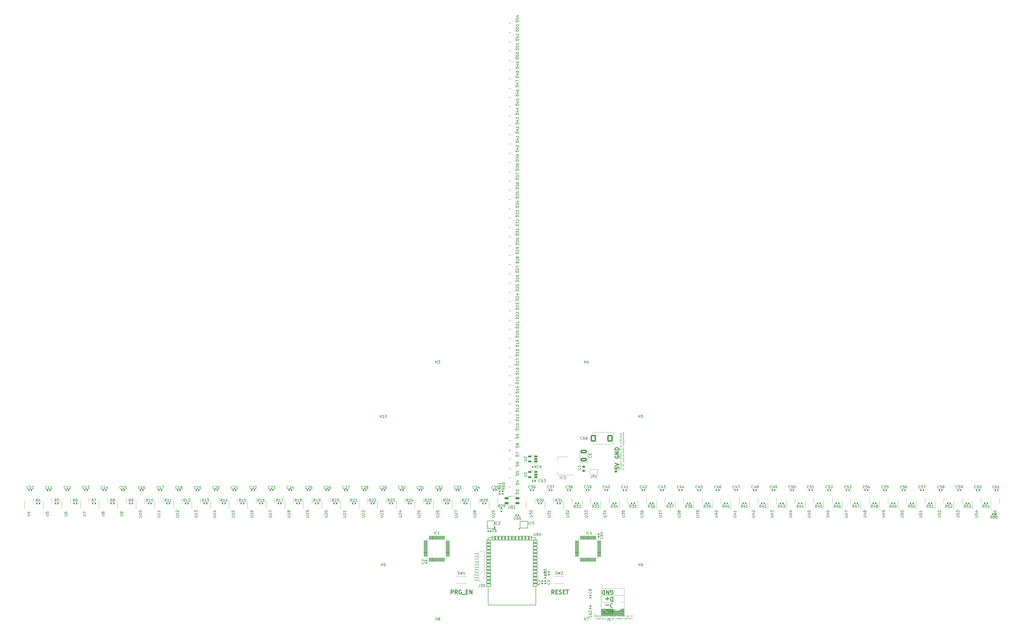
<source format=gbr>
%TF.GenerationSoftware,KiCad,Pcbnew,7.0.9*%
%TF.CreationDate,2023-12-06T10:58:59+01:00*%
%TF.ProjectId,board_fully_integrated,626f6172-645f-4667-956c-6c795f696e74,rev?*%
%TF.SameCoordinates,Original*%
%TF.FileFunction,Legend,Top*%
%TF.FilePolarity,Positive*%
%FSLAX46Y46*%
G04 Gerber Fmt 4.6, Leading zero omitted, Abs format (unit mm)*
G04 Created by KiCad (PCBNEW 7.0.9) date 2023-12-06 10:58:59*
%MOMM*%
%LPD*%
G01*
G04 APERTURE LIST*
G04 Aperture macros list*
%AMRoundRect*
0 Rectangle with rounded corners*
0 $1 Rounding radius*
0 $2 $3 $4 $5 $6 $7 $8 $9 X,Y pos of 4 corners*
0 Add a 4 corners polygon primitive as box body*
4,1,4,$2,$3,$4,$5,$6,$7,$8,$9,$2,$3,0*
0 Add four circle primitives for the rounded corners*
1,1,$1+$1,$2,$3*
1,1,$1+$1,$4,$5*
1,1,$1+$1,$6,$7*
1,1,$1+$1,$8,$9*
0 Add four rect primitives between the rounded corners*
20,1,$1+$1,$2,$3,$4,$5,0*
20,1,$1+$1,$4,$5,$6,$7,0*
20,1,$1+$1,$6,$7,$8,$9,0*
20,1,$1+$1,$8,$9,$2,$3,0*%
G04 Aperture macros list end*
%ADD10C,0.300000*%
%ADD11C,0.100000*%
%ADD12C,0.125000*%
%ADD13C,0.150000*%
%ADD14C,0.120000*%
%ADD15C,0.127000*%
%ADD16C,0.200000*%
%ADD17C,0.152400*%
%ADD18C,3.800000*%
%ADD19C,3.200000*%
%ADD20R,0.450000X1.450000*%
%ADD21RoundRect,0.135000X-0.135000X-0.185000X0.135000X-0.185000X0.135000X0.185000X-0.135000X0.185000X0*%
%ADD22RoundRect,0.140000X-0.140000X-0.170000X0.140000X-0.170000X0.140000X0.170000X-0.140000X0.170000X0*%
%ADD23RoundRect,0.135000X-0.185000X0.135000X-0.185000X-0.135000X0.185000X-0.135000X0.185000X0.135000X0*%
%ADD24R,0.500000X0.800000*%
%ADD25R,1.000000X0.500000*%
%ADD26R,0.300000X0.800000*%
%ADD27R,1.480000X0.500000*%
%ADD28RoundRect,0.102000X0.750000X0.450000X-0.750000X0.450000X-0.750000X-0.450000X0.750000X-0.450000X0*%
%ADD29RoundRect,0.102000X0.450000X0.750000X-0.450000X0.750000X-0.450000X-0.750000X0.450000X-0.750000X0*%
%ADD30RoundRect,0.225000X0.250000X-0.225000X0.250000X0.225000X-0.250000X0.225000X-0.250000X-0.225000X0*%
%ADD31R,1.700000X1.700000*%
%ADD32O,1.700000X1.700000*%
%ADD33R,0.850000X0.850000*%
%ADD34O,0.850000X0.850000*%
%ADD35RoundRect,0.140000X-0.170000X0.140000X-0.170000X-0.140000X0.170000X-0.140000X0.170000X0.140000X0*%
%ADD36R,0.254000X0.558800*%
%ADD37R,0.558800X0.254000*%
%ADD38R,2.000000X1.500000*%
%ADD39R,2.000000X3.800000*%
%ADD40RoundRect,0.250000X0.787500X1.025000X-0.787500X1.025000X-0.787500X-1.025000X0.787500X-1.025000X0*%
%ADD41RoundRect,0.075000X-0.662500X-0.075000X0.662500X-0.075000X0.662500X0.075000X-0.662500X0.075000X0*%
%ADD42RoundRect,0.075000X-0.075000X-0.662500X0.075000X-0.662500X0.075000X0.662500X-0.075000X0.662500X0*%
%ADD43RoundRect,0.075000X0.662500X0.075000X-0.662500X0.075000X-0.662500X-0.075000X0.662500X-0.075000X0*%
%ADD44RoundRect,0.075000X0.075000X0.662500X-0.075000X0.662500X-0.075000X-0.662500X0.075000X-0.662500X0*%
%ADD45RoundRect,0.140000X0.140000X0.170000X-0.140000X0.170000X-0.140000X-0.170000X0.140000X-0.170000X0*%
%ADD46R,0.900000X1.700000*%
%ADD47RoundRect,0.150000X0.512500X0.150000X-0.512500X0.150000X-0.512500X-0.150000X0.512500X-0.150000X0*%
%ADD48R,1.000000X1.500000*%
%ADD49RoundRect,0.197500X0.632500X-0.197500X0.632500X0.197500X-0.632500X0.197500X-0.632500X-0.197500X0*%
%ADD50RoundRect,0.135000X0.185000X-0.135000X0.185000X0.135000X-0.185000X0.135000X-0.185000X-0.135000X0*%
%ADD51RoundRect,0.140000X0.170000X-0.140000X0.170000X0.140000X-0.170000X0.140000X-0.170000X-0.140000X0*%
%ADD52RoundRect,0.250000X0.925000X-0.412500X0.925000X0.412500X-0.925000X0.412500X-0.925000X-0.412500X0*%
%ADD53RoundRect,0.135000X0.135000X0.185000X-0.135000X0.185000X-0.135000X-0.185000X0.135000X-0.185000X0*%
%ADD54R,2.600000X2.600000*%
%ADD55C,2.600000*%
G04 APERTURE END LIST*
D10*
X262201080Y-260317795D02*
X262343938Y-260389224D01*
X262343938Y-260389224D02*
X262558223Y-260389224D01*
X262558223Y-260389224D02*
X262772509Y-260317795D01*
X262772509Y-260317795D02*
X262915366Y-260174938D01*
X262915366Y-260174938D02*
X262986795Y-260032081D01*
X262986795Y-260032081D02*
X263058223Y-259746367D01*
X263058223Y-259746367D02*
X263058223Y-259532081D01*
X263058223Y-259532081D02*
X262986795Y-259246367D01*
X262986795Y-259246367D02*
X262915366Y-259103510D01*
X262915366Y-259103510D02*
X262772509Y-258960653D01*
X262772509Y-258960653D02*
X262558223Y-258889224D01*
X262558223Y-258889224D02*
X262415366Y-258889224D01*
X262415366Y-258889224D02*
X262201080Y-258960653D01*
X262201080Y-258960653D02*
X262129652Y-259032081D01*
X262129652Y-259032081D02*
X262129652Y-259532081D01*
X262129652Y-259532081D02*
X262415366Y-259532081D01*
X261486795Y-258889224D02*
X261486795Y-260389224D01*
X261486795Y-260389224D02*
X260629652Y-258889224D01*
X260629652Y-258889224D02*
X260629652Y-260389224D01*
X259915366Y-258889224D02*
X259915366Y-260389224D01*
X259915366Y-260389224D02*
X259558223Y-260389224D01*
X259558223Y-260389224D02*
X259343937Y-260317795D01*
X259343937Y-260317795D02*
X259201080Y-260174938D01*
X259201080Y-260174938D02*
X259129651Y-260032081D01*
X259129651Y-260032081D02*
X259058223Y-259746367D01*
X259058223Y-259746367D02*
X259058223Y-259532081D01*
X259058223Y-259532081D02*
X259129651Y-259246367D01*
X259129651Y-259246367D02*
X259201080Y-259103510D01*
X259201080Y-259103510D02*
X259343937Y-258960653D01*
X259343937Y-258960653D02*
X259558223Y-258889224D01*
X259558223Y-258889224D02*
X259915366Y-258889224D01*
X263800828Y-213981203D02*
X264157971Y-213981203D01*
X264015114Y-214338346D02*
X264157971Y-213981203D01*
X264157971Y-213981203D02*
X264015114Y-213624060D01*
X264443685Y-214195489D02*
X264157971Y-213981203D01*
X264157971Y-213981203D02*
X264443685Y-213766917D01*
X263800828Y-212338346D02*
X263800828Y-213052632D01*
X263800828Y-213052632D02*
X264515114Y-213124060D01*
X264515114Y-213124060D02*
X264443685Y-213052632D01*
X264443685Y-213052632D02*
X264372257Y-212909775D01*
X264372257Y-212909775D02*
X264372257Y-212552632D01*
X264372257Y-212552632D02*
X264443685Y-212409775D01*
X264443685Y-212409775D02*
X264515114Y-212338346D01*
X264515114Y-212338346D02*
X264657971Y-212266917D01*
X264657971Y-212266917D02*
X265015114Y-212266917D01*
X265015114Y-212266917D02*
X265157971Y-212338346D01*
X265157971Y-212338346D02*
X265229400Y-212409775D01*
X265229400Y-212409775D02*
X265300828Y-212552632D01*
X265300828Y-212552632D02*
X265300828Y-212909775D01*
X265300828Y-212909775D02*
X265229400Y-213052632D01*
X265229400Y-213052632D02*
X265157971Y-213124060D01*
X263800828Y-211838346D02*
X265300828Y-211338346D01*
X265300828Y-211338346D02*
X263800828Y-210838346D01*
D11*
X270075517Y-269263253D02*
X270132659Y-269234681D01*
X270132659Y-269234681D02*
X270246945Y-269234681D01*
X270246945Y-269234681D02*
X270304088Y-269263253D01*
X270304088Y-269263253D02*
X270332659Y-269291824D01*
X270332659Y-269291824D02*
X270361231Y-269348967D01*
X270361231Y-269348967D02*
X270361231Y-269520395D01*
X270361231Y-269520395D02*
X270332659Y-269577538D01*
X270332659Y-269577538D02*
X270304088Y-269606110D01*
X270304088Y-269606110D02*
X270246945Y-269634681D01*
X270246945Y-269634681D02*
X270132659Y-269634681D01*
X270132659Y-269634681D02*
X270075517Y-269606110D01*
X269732659Y-269234681D02*
X269789802Y-269263253D01*
X269789802Y-269263253D02*
X269818373Y-269291824D01*
X269818373Y-269291824D02*
X269846945Y-269348967D01*
X269846945Y-269348967D02*
X269846945Y-269520395D01*
X269846945Y-269520395D02*
X269818373Y-269577538D01*
X269818373Y-269577538D02*
X269789802Y-269606110D01*
X269789802Y-269606110D02*
X269732659Y-269634681D01*
X269732659Y-269634681D02*
X269646945Y-269634681D01*
X269646945Y-269634681D02*
X269589802Y-269606110D01*
X269589802Y-269606110D02*
X269561231Y-269577538D01*
X269561231Y-269577538D02*
X269532659Y-269520395D01*
X269532659Y-269520395D02*
X269532659Y-269348967D01*
X269532659Y-269348967D02*
X269561231Y-269291824D01*
X269561231Y-269291824D02*
X269589802Y-269263253D01*
X269589802Y-269263253D02*
X269646945Y-269234681D01*
X269646945Y-269234681D02*
X269732659Y-269234681D01*
X269275516Y-269634681D02*
X269275516Y-269234681D01*
X269275516Y-269577538D02*
X269246945Y-269606110D01*
X269246945Y-269606110D02*
X269189802Y-269634681D01*
X269189802Y-269634681D02*
X269104088Y-269634681D01*
X269104088Y-269634681D02*
X269046945Y-269606110D01*
X269046945Y-269606110D02*
X269018374Y-269548967D01*
X269018374Y-269548967D02*
X269018374Y-269234681D01*
X268732659Y-269634681D02*
X268732659Y-269234681D01*
X268732659Y-269577538D02*
X268704088Y-269606110D01*
X268704088Y-269606110D02*
X268646945Y-269634681D01*
X268646945Y-269634681D02*
X268561231Y-269634681D01*
X268561231Y-269634681D02*
X268504088Y-269606110D01*
X268504088Y-269606110D02*
X268475517Y-269548967D01*
X268475517Y-269548967D02*
X268475517Y-269234681D01*
X267961231Y-269263253D02*
X268018374Y-269234681D01*
X268018374Y-269234681D02*
X268132660Y-269234681D01*
X268132660Y-269234681D02*
X268189802Y-269263253D01*
X268189802Y-269263253D02*
X268218374Y-269320395D01*
X268218374Y-269320395D02*
X268218374Y-269548967D01*
X268218374Y-269548967D02*
X268189802Y-269606110D01*
X268189802Y-269606110D02*
X268132660Y-269634681D01*
X268132660Y-269634681D02*
X268018374Y-269634681D01*
X268018374Y-269634681D02*
X267961231Y-269606110D01*
X267961231Y-269606110D02*
X267932660Y-269548967D01*
X267932660Y-269548967D02*
X267932660Y-269491824D01*
X267932660Y-269491824D02*
X268218374Y-269434681D01*
X267418374Y-269263253D02*
X267475516Y-269234681D01*
X267475516Y-269234681D02*
X267589802Y-269234681D01*
X267589802Y-269234681D02*
X267646945Y-269263253D01*
X267646945Y-269263253D02*
X267675516Y-269291824D01*
X267675516Y-269291824D02*
X267704088Y-269348967D01*
X267704088Y-269348967D02*
X267704088Y-269520395D01*
X267704088Y-269520395D02*
X267675516Y-269577538D01*
X267675516Y-269577538D02*
X267646945Y-269606110D01*
X267646945Y-269606110D02*
X267589802Y-269634681D01*
X267589802Y-269634681D02*
X267475516Y-269634681D01*
X267475516Y-269634681D02*
X267418374Y-269606110D01*
X267246945Y-269634681D02*
X267018373Y-269634681D01*
X267161230Y-269834681D02*
X267161230Y-269320395D01*
X267161230Y-269320395D02*
X267132659Y-269263253D01*
X267132659Y-269263253D02*
X267075516Y-269234681D01*
X267075516Y-269234681D02*
X267018373Y-269234681D01*
X266132659Y-269263253D02*
X266189802Y-269234681D01*
X266189802Y-269234681D02*
X266304088Y-269234681D01*
X266304088Y-269234681D02*
X266361230Y-269263253D01*
X266361230Y-269263253D02*
X266389802Y-269320395D01*
X266389802Y-269320395D02*
X266389802Y-269548967D01*
X266389802Y-269548967D02*
X266361230Y-269606110D01*
X266361230Y-269606110D02*
X266304088Y-269634681D01*
X266304088Y-269634681D02*
X266189802Y-269634681D01*
X266189802Y-269634681D02*
X266132659Y-269606110D01*
X266132659Y-269606110D02*
X266104088Y-269548967D01*
X266104088Y-269548967D02*
X266104088Y-269491824D01*
X266104088Y-269491824D02*
X266389802Y-269434681D01*
X265846944Y-269234681D02*
X265846944Y-269634681D01*
X265846944Y-269834681D02*
X265875516Y-269806110D01*
X265875516Y-269806110D02*
X265846944Y-269777538D01*
X265846944Y-269777538D02*
X265818373Y-269806110D01*
X265818373Y-269806110D02*
X265846944Y-269834681D01*
X265846944Y-269834681D02*
X265846944Y-269777538D01*
X265646945Y-269634681D02*
X265418373Y-269634681D01*
X265561230Y-269834681D02*
X265561230Y-269320395D01*
X265561230Y-269320395D02*
X265532659Y-269263253D01*
X265532659Y-269263253D02*
X265475516Y-269234681D01*
X265475516Y-269234681D02*
X265418373Y-269234681D01*
X265218373Y-269234681D02*
X265218373Y-269834681D01*
X264961231Y-269234681D02*
X264961231Y-269548967D01*
X264961231Y-269548967D02*
X264989802Y-269606110D01*
X264989802Y-269606110D02*
X265046945Y-269634681D01*
X265046945Y-269634681D02*
X265132659Y-269634681D01*
X265132659Y-269634681D02*
X265189802Y-269606110D01*
X265189802Y-269606110D02*
X265218373Y-269577538D01*
X264446945Y-269263253D02*
X264504088Y-269234681D01*
X264504088Y-269234681D02*
X264618374Y-269234681D01*
X264618374Y-269234681D02*
X264675516Y-269263253D01*
X264675516Y-269263253D02*
X264704088Y-269320395D01*
X264704088Y-269320395D02*
X264704088Y-269548967D01*
X264704088Y-269548967D02*
X264675516Y-269606110D01*
X264675516Y-269606110D02*
X264618374Y-269634681D01*
X264618374Y-269634681D02*
X264504088Y-269634681D01*
X264504088Y-269634681D02*
X264446945Y-269606110D01*
X264446945Y-269606110D02*
X264418374Y-269548967D01*
X264418374Y-269548967D02*
X264418374Y-269491824D01*
X264418374Y-269491824D02*
X264704088Y-269434681D01*
X264161230Y-269234681D02*
X264161230Y-269634681D01*
X264161230Y-269520395D02*
X264132659Y-269577538D01*
X264132659Y-269577538D02*
X264104088Y-269606110D01*
X264104088Y-269606110D02*
X264046945Y-269634681D01*
X264046945Y-269634681D02*
X263989802Y-269634681D01*
X263046944Y-269834681D02*
X263332658Y-269834681D01*
X263332658Y-269834681D02*
X263361230Y-269548967D01*
X263361230Y-269548967D02*
X263332658Y-269577538D01*
X263332658Y-269577538D02*
X263275516Y-269606110D01*
X263275516Y-269606110D02*
X263132658Y-269606110D01*
X263132658Y-269606110D02*
X263075516Y-269577538D01*
X263075516Y-269577538D02*
X263046944Y-269548967D01*
X263046944Y-269548967D02*
X263018373Y-269491824D01*
X263018373Y-269491824D02*
X263018373Y-269348967D01*
X263018373Y-269348967D02*
X263046944Y-269291824D01*
X263046944Y-269291824D02*
X263075516Y-269263253D01*
X263075516Y-269263253D02*
X263132658Y-269234681D01*
X263132658Y-269234681D02*
X263275516Y-269234681D01*
X263275516Y-269234681D02*
X263332658Y-269263253D01*
X263332658Y-269263253D02*
X263361230Y-269291824D01*
X262846944Y-269834681D02*
X262646944Y-269234681D01*
X262646944Y-269234681D02*
X262446944Y-269834681D01*
X261704086Y-269234681D02*
X261761229Y-269263253D01*
X261761229Y-269263253D02*
X261789800Y-269291824D01*
X261789800Y-269291824D02*
X261818372Y-269348967D01*
X261818372Y-269348967D02*
X261818372Y-269520395D01*
X261818372Y-269520395D02*
X261789800Y-269577538D01*
X261789800Y-269577538D02*
X261761229Y-269606110D01*
X261761229Y-269606110D02*
X261704086Y-269634681D01*
X261704086Y-269634681D02*
X261618372Y-269634681D01*
X261618372Y-269634681D02*
X261561229Y-269606110D01*
X261561229Y-269606110D02*
X261532658Y-269577538D01*
X261532658Y-269577538D02*
X261504086Y-269520395D01*
X261504086Y-269520395D02*
X261504086Y-269348967D01*
X261504086Y-269348967D02*
X261532658Y-269291824D01*
X261532658Y-269291824D02*
X261561229Y-269263253D01*
X261561229Y-269263253D02*
X261618372Y-269234681D01*
X261618372Y-269234681D02*
X261704086Y-269234681D01*
X261332658Y-269634681D02*
X261104086Y-269634681D01*
X261246943Y-269234681D02*
X261246943Y-269748967D01*
X261246943Y-269748967D02*
X261218372Y-269806110D01*
X261218372Y-269806110D02*
X261161229Y-269834681D01*
X261161229Y-269834681D02*
X261104086Y-269834681D01*
X260446943Y-269834681D02*
X260446943Y-269348967D01*
X260446943Y-269348967D02*
X260418372Y-269291824D01*
X260418372Y-269291824D02*
X260389801Y-269263253D01*
X260389801Y-269263253D02*
X260332658Y-269234681D01*
X260332658Y-269234681D02*
X260218372Y-269234681D01*
X260218372Y-269234681D02*
X260161229Y-269263253D01*
X260161229Y-269263253D02*
X260132658Y-269291824D01*
X260132658Y-269291824D02*
X260104086Y-269348967D01*
X260104086Y-269348967D02*
X260104086Y-269834681D01*
X259846944Y-269263253D02*
X259761230Y-269234681D01*
X259761230Y-269234681D02*
X259618372Y-269234681D01*
X259618372Y-269234681D02*
X259561230Y-269263253D01*
X259561230Y-269263253D02*
X259532658Y-269291824D01*
X259532658Y-269291824D02*
X259504087Y-269348967D01*
X259504087Y-269348967D02*
X259504087Y-269406110D01*
X259504087Y-269406110D02*
X259532658Y-269463253D01*
X259532658Y-269463253D02*
X259561230Y-269491824D01*
X259561230Y-269491824D02*
X259618372Y-269520395D01*
X259618372Y-269520395D02*
X259732658Y-269548967D01*
X259732658Y-269548967D02*
X259789801Y-269577538D01*
X259789801Y-269577538D02*
X259818372Y-269606110D01*
X259818372Y-269606110D02*
X259846944Y-269663253D01*
X259846944Y-269663253D02*
X259846944Y-269720395D01*
X259846944Y-269720395D02*
X259818372Y-269777538D01*
X259818372Y-269777538D02*
X259789801Y-269806110D01*
X259789801Y-269806110D02*
X259732658Y-269834681D01*
X259732658Y-269834681D02*
X259589801Y-269834681D01*
X259589801Y-269834681D02*
X259504087Y-269806110D01*
X259046943Y-269548967D02*
X258961229Y-269520395D01*
X258961229Y-269520395D02*
X258932658Y-269491824D01*
X258932658Y-269491824D02*
X258904086Y-269434681D01*
X258904086Y-269434681D02*
X258904086Y-269348967D01*
X258904086Y-269348967D02*
X258932658Y-269291824D01*
X258932658Y-269291824D02*
X258961229Y-269263253D01*
X258961229Y-269263253D02*
X259018372Y-269234681D01*
X259018372Y-269234681D02*
X259246943Y-269234681D01*
X259246943Y-269234681D02*
X259246943Y-269834681D01*
X259246943Y-269834681D02*
X259046943Y-269834681D01*
X259046943Y-269834681D02*
X258989801Y-269806110D01*
X258989801Y-269806110D02*
X258961229Y-269777538D01*
X258961229Y-269777538D02*
X258932658Y-269720395D01*
X258932658Y-269720395D02*
X258932658Y-269663253D01*
X258932658Y-269663253D02*
X258961229Y-269606110D01*
X258961229Y-269606110D02*
X258989801Y-269577538D01*
X258989801Y-269577538D02*
X259046943Y-269548967D01*
X259046943Y-269548967D02*
X259246943Y-269548967D01*
X258789801Y-269177538D02*
X258332658Y-269177538D01*
X257989800Y-269548967D02*
X257904086Y-269520395D01*
X257904086Y-269520395D02*
X257875515Y-269491824D01*
X257875515Y-269491824D02*
X257846943Y-269434681D01*
X257846943Y-269434681D02*
X257846943Y-269348967D01*
X257846943Y-269348967D02*
X257875515Y-269291824D01*
X257875515Y-269291824D02*
X257904086Y-269263253D01*
X257904086Y-269263253D02*
X257961229Y-269234681D01*
X257961229Y-269234681D02*
X258189800Y-269234681D01*
X258189800Y-269234681D02*
X258189800Y-269834681D01*
X258189800Y-269834681D02*
X257989800Y-269834681D01*
X257989800Y-269834681D02*
X257932658Y-269806110D01*
X257932658Y-269806110D02*
X257904086Y-269777538D01*
X257904086Y-269777538D02*
X257875515Y-269720395D01*
X257875515Y-269720395D02*
X257875515Y-269663253D01*
X257875515Y-269663253D02*
X257904086Y-269606110D01*
X257904086Y-269606110D02*
X257932658Y-269577538D01*
X257932658Y-269577538D02*
X257989800Y-269548967D01*
X257989800Y-269548967D02*
X258189800Y-269548967D01*
X257589800Y-269834681D02*
X257589800Y-269348967D01*
X257589800Y-269348967D02*
X257561229Y-269291824D01*
X257561229Y-269291824D02*
X257532658Y-269263253D01*
X257532658Y-269263253D02*
X257475515Y-269234681D01*
X257475515Y-269234681D02*
X257361229Y-269234681D01*
X257361229Y-269234681D02*
X257304086Y-269263253D01*
X257304086Y-269263253D02*
X257275515Y-269291824D01*
X257275515Y-269291824D02*
X257246943Y-269348967D01*
X257246943Y-269348967D02*
X257246943Y-269834681D01*
X256989801Y-269263253D02*
X256904087Y-269234681D01*
X256904087Y-269234681D02*
X256761229Y-269234681D01*
X256761229Y-269234681D02*
X256704087Y-269263253D01*
X256704087Y-269263253D02*
X256675515Y-269291824D01*
X256675515Y-269291824D02*
X256646944Y-269348967D01*
X256646944Y-269348967D02*
X256646944Y-269406110D01*
X256646944Y-269406110D02*
X256675515Y-269463253D01*
X256675515Y-269463253D02*
X256704087Y-269491824D01*
X256704087Y-269491824D02*
X256761229Y-269520395D01*
X256761229Y-269520395D02*
X256875515Y-269548967D01*
X256875515Y-269548967D02*
X256932658Y-269577538D01*
X256932658Y-269577538D02*
X256961229Y-269606110D01*
X256961229Y-269606110D02*
X256989801Y-269663253D01*
X256989801Y-269663253D02*
X256989801Y-269720395D01*
X256989801Y-269720395D02*
X256961229Y-269777538D01*
X256961229Y-269777538D02*
X256932658Y-269806110D01*
X256932658Y-269806110D02*
X256875515Y-269834681D01*
X256875515Y-269834681D02*
X256732658Y-269834681D01*
X256732658Y-269834681D02*
X256646944Y-269806110D01*
X270246945Y-268268681D02*
X270304088Y-268297253D01*
X270304088Y-268297253D02*
X270332659Y-268325824D01*
X270332659Y-268325824D02*
X270361231Y-268382967D01*
X270361231Y-268382967D02*
X270361231Y-268554395D01*
X270361231Y-268554395D02*
X270332659Y-268611538D01*
X270332659Y-268611538D02*
X270304088Y-268640110D01*
X270304088Y-268640110D02*
X270246945Y-268668681D01*
X270246945Y-268668681D02*
X270161231Y-268668681D01*
X270161231Y-268668681D02*
X270104088Y-268640110D01*
X270104088Y-268640110D02*
X270075517Y-268611538D01*
X270075517Y-268611538D02*
X270046945Y-268554395D01*
X270046945Y-268554395D02*
X270046945Y-268382967D01*
X270046945Y-268382967D02*
X270075517Y-268325824D01*
X270075517Y-268325824D02*
X270104088Y-268297253D01*
X270104088Y-268297253D02*
X270161231Y-268268681D01*
X270161231Y-268268681D02*
X270246945Y-268268681D01*
X269789802Y-268268681D02*
X269789802Y-268668681D01*
X269789802Y-268554395D02*
X269761231Y-268611538D01*
X269761231Y-268611538D02*
X269732660Y-268640110D01*
X269732660Y-268640110D02*
X269675517Y-268668681D01*
X269675517Y-268668681D02*
X269618374Y-268668681D01*
X268675516Y-268868681D02*
X268961230Y-268868681D01*
X268961230Y-268868681D02*
X268989802Y-268582967D01*
X268989802Y-268582967D02*
X268961230Y-268611538D01*
X268961230Y-268611538D02*
X268904088Y-268640110D01*
X268904088Y-268640110D02*
X268761230Y-268640110D01*
X268761230Y-268640110D02*
X268704088Y-268611538D01*
X268704088Y-268611538D02*
X268675516Y-268582967D01*
X268675516Y-268582967D02*
X268646945Y-268525824D01*
X268646945Y-268525824D02*
X268646945Y-268382967D01*
X268646945Y-268382967D02*
X268675516Y-268325824D01*
X268675516Y-268325824D02*
X268704088Y-268297253D01*
X268704088Y-268297253D02*
X268761230Y-268268681D01*
X268761230Y-268268681D02*
X268904088Y-268268681D01*
X268904088Y-268268681D02*
X268961230Y-268297253D01*
X268961230Y-268297253D02*
X268989802Y-268325824D01*
X268475516Y-268868681D02*
X268275516Y-268268681D01*
X268275516Y-268268681D02*
X268075516Y-268868681D01*
X267446944Y-268297253D02*
X267389801Y-268268681D01*
X267389801Y-268268681D02*
X267275515Y-268268681D01*
X267275515Y-268268681D02*
X267218372Y-268297253D01*
X267218372Y-268297253D02*
X267189801Y-268354395D01*
X267189801Y-268354395D02*
X267189801Y-268382967D01*
X267189801Y-268382967D02*
X267218372Y-268440110D01*
X267218372Y-268440110D02*
X267275515Y-268468681D01*
X267275515Y-268468681D02*
X267361230Y-268468681D01*
X267361230Y-268468681D02*
X267418372Y-268497253D01*
X267418372Y-268497253D02*
X267446944Y-268554395D01*
X267446944Y-268554395D02*
X267446944Y-268582967D01*
X267446944Y-268582967D02*
X267418372Y-268640110D01*
X267418372Y-268640110D02*
X267361230Y-268668681D01*
X267361230Y-268668681D02*
X267275515Y-268668681D01*
X267275515Y-268668681D02*
X267218372Y-268640110D01*
X266846944Y-268268681D02*
X266904087Y-268297253D01*
X266904087Y-268297253D02*
X266932658Y-268325824D01*
X266932658Y-268325824D02*
X266961230Y-268382967D01*
X266961230Y-268382967D02*
X266961230Y-268554395D01*
X266961230Y-268554395D02*
X266932658Y-268611538D01*
X266932658Y-268611538D02*
X266904087Y-268640110D01*
X266904087Y-268640110D02*
X266846944Y-268668681D01*
X266846944Y-268668681D02*
X266761230Y-268668681D01*
X266761230Y-268668681D02*
X266704087Y-268640110D01*
X266704087Y-268640110D02*
X266675516Y-268611538D01*
X266675516Y-268611538D02*
X266646944Y-268554395D01*
X266646944Y-268554395D02*
X266646944Y-268382967D01*
X266646944Y-268382967D02*
X266675516Y-268325824D01*
X266675516Y-268325824D02*
X266704087Y-268297253D01*
X266704087Y-268297253D02*
X266761230Y-268268681D01*
X266761230Y-268268681D02*
X266846944Y-268268681D01*
X266132659Y-268668681D02*
X266132659Y-268268681D01*
X266389801Y-268668681D02*
X266389801Y-268354395D01*
X266389801Y-268354395D02*
X266361230Y-268297253D01*
X266361230Y-268297253D02*
X266304087Y-268268681D01*
X266304087Y-268268681D02*
X266218373Y-268268681D01*
X266218373Y-268268681D02*
X266161230Y-268297253D01*
X266161230Y-268297253D02*
X266132659Y-268325824D01*
X265846944Y-268268681D02*
X265846944Y-268668681D01*
X265846944Y-268554395D02*
X265818373Y-268611538D01*
X265818373Y-268611538D02*
X265789802Y-268640110D01*
X265789802Y-268640110D02*
X265732659Y-268668681D01*
X265732659Y-268668681D02*
X265675516Y-268668681D01*
X265218373Y-268297253D02*
X265275515Y-268268681D01*
X265275515Y-268268681D02*
X265389801Y-268268681D01*
X265389801Y-268268681D02*
X265446944Y-268297253D01*
X265446944Y-268297253D02*
X265475515Y-268325824D01*
X265475515Y-268325824D02*
X265504087Y-268382967D01*
X265504087Y-268382967D02*
X265504087Y-268554395D01*
X265504087Y-268554395D02*
X265475515Y-268611538D01*
X265475515Y-268611538D02*
X265446944Y-268640110D01*
X265446944Y-268640110D02*
X265389801Y-268668681D01*
X265389801Y-268668681D02*
X265275515Y-268668681D01*
X265275515Y-268668681D02*
X265218373Y-268640110D01*
X264732658Y-268297253D02*
X264789801Y-268268681D01*
X264789801Y-268268681D02*
X264904087Y-268268681D01*
X264904087Y-268268681D02*
X264961229Y-268297253D01*
X264961229Y-268297253D02*
X264989801Y-268354395D01*
X264989801Y-268354395D02*
X264989801Y-268582967D01*
X264989801Y-268582967D02*
X264961229Y-268640110D01*
X264961229Y-268640110D02*
X264904087Y-268668681D01*
X264904087Y-268668681D02*
X264789801Y-268668681D01*
X264789801Y-268668681D02*
X264732658Y-268640110D01*
X264732658Y-268640110D02*
X264704087Y-268582967D01*
X264704087Y-268582967D02*
X264704087Y-268525824D01*
X264704087Y-268525824D02*
X264989801Y-268468681D01*
X264046943Y-268668681D02*
X263932658Y-268268681D01*
X263932658Y-268268681D02*
X263818372Y-268554395D01*
X263818372Y-268554395D02*
X263704086Y-268268681D01*
X263704086Y-268268681D02*
X263589800Y-268668681D01*
X263361229Y-268268681D02*
X263361229Y-268868681D01*
X263104087Y-268268681D02*
X263104087Y-268582967D01*
X263104087Y-268582967D02*
X263132658Y-268640110D01*
X263132658Y-268640110D02*
X263189801Y-268668681D01*
X263189801Y-268668681D02*
X263275515Y-268668681D01*
X263275515Y-268668681D02*
X263332658Y-268640110D01*
X263332658Y-268640110D02*
X263361229Y-268611538D01*
X262818372Y-268268681D02*
X262818372Y-268668681D01*
X262818372Y-268868681D02*
X262846944Y-268840110D01*
X262846944Y-268840110D02*
X262818372Y-268811538D01*
X262818372Y-268811538D02*
X262789801Y-268840110D01*
X262789801Y-268840110D02*
X262818372Y-268868681D01*
X262818372Y-268868681D02*
X262818372Y-268811538D01*
X262446944Y-268268681D02*
X262504087Y-268297253D01*
X262504087Y-268297253D02*
X262532658Y-268354395D01*
X262532658Y-268354395D02*
X262532658Y-268868681D01*
X261989801Y-268297253D02*
X262046944Y-268268681D01*
X262046944Y-268268681D02*
X262161230Y-268268681D01*
X262161230Y-268268681D02*
X262218372Y-268297253D01*
X262218372Y-268297253D02*
X262246944Y-268354395D01*
X262246944Y-268354395D02*
X262246944Y-268582967D01*
X262246944Y-268582967D02*
X262218372Y-268640110D01*
X262218372Y-268640110D02*
X262161230Y-268668681D01*
X262161230Y-268668681D02*
X262046944Y-268668681D01*
X262046944Y-268668681D02*
X261989801Y-268640110D01*
X261989801Y-268640110D02*
X261961230Y-268582967D01*
X261961230Y-268582967D02*
X261961230Y-268525824D01*
X261961230Y-268525824D02*
X262246944Y-268468681D01*
X261246943Y-268668681D02*
X261246943Y-268068681D01*
X261246943Y-268640110D02*
X261189801Y-268668681D01*
X261189801Y-268668681D02*
X261075515Y-268668681D01*
X261075515Y-268668681D02*
X261018372Y-268640110D01*
X261018372Y-268640110D02*
X260989801Y-268611538D01*
X260989801Y-268611538D02*
X260961229Y-268554395D01*
X260961229Y-268554395D02*
X260961229Y-268382967D01*
X260961229Y-268382967D02*
X260989801Y-268325824D01*
X260989801Y-268325824D02*
X261018372Y-268297253D01*
X261018372Y-268297253D02*
X261075515Y-268268681D01*
X261075515Y-268268681D02*
X261189801Y-268268681D01*
X261189801Y-268268681D02*
X261246943Y-268297253D01*
X260704086Y-268268681D02*
X260704086Y-268668681D01*
X260704086Y-268554395D02*
X260675515Y-268611538D01*
X260675515Y-268611538D02*
X260646944Y-268640110D01*
X260646944Y-268640110D02*
X260589801Y-268668681D01*
X260589801Y-268668681D02*
X260532658Y-268668681D01*
X260246943Y-268268681D02*
X260304086Y-268297253D01*
X260304086Y-268297253D02*
X260332657Y-268325824D01*
X260332657Y-268325824D02*
X260361229Y-268382967D01*
X260361229Y-268382967D02*
X260361229Y-268554395D01*
X260361229Y-268554395D02*
X260332657Y-268611538D01*
X260332657Y-268611538D02*
X260304086Y-268640110D01*
X260304086Y-268640110D02*
X260246943Y-268668681D01*
X260246943Y-268668681D02*
X260161229Y-268668681D01*
X260161229Y-268668681D02*
X260104086Y-268640110D01*
X260104086Y-268640110D02*
X260075515Y-268611538D01*
X260075515Y-268611538D02*
X260046943Y-268554395D01*
X260046943Y-268554395D02*
X260046943Y-268382967D01*
X260046943Y-268382967D02*
X260075515Y-268325824D01*
X260075515Y-268325824D02*
X260104086Y-268297253D01*
X260104086Y-268297253D02*
X260161229Y-268268681D01*
X260161229Y-268268681D02*
X260246943Y-268268681D01*
X259532658Y-268668681D02*
X259532658Y-268182967D01*
X259532658Y-268182967D02*
X259561229Y-268125824D01*
X259561229Y-268125824D02*
X259589800Y-268097253D01*
X259589800Y-268097253D02*
X259646943Y-268068681D01*
X259646943Y-268068681D02*
X259732658Y-268068681D01*
X259732658Y-268068681D02*
X259789800Y-268097253D01*
X259532658Y-268297253D02*
X259589800Y-268268681D01*
X259589800Y-268268681D02*
X259704086Y-268268681D01*
X259704086Y-268268681D02*
X259761229Y-268297253D01*
X259761229Y-268297253D02*
X259789800Y-268325824D01*
X259789800Y-268325824D02*
X259818372Y-268382967D01*
X259818372Y-268382967D02*
X259818372Y-268554395D01*
X259818372Y-268554395D02*
X259789800Y-268611538D01*
X259789800Y-268611538D02*
X259761229Y-268640110D01*
X259761229Y-268640110D02*
X259704086Y-268668681D01*
X259704086Y-268668681D02*
X259589800Y-268668681D01*
X259589800Y-268668681D02*
X259532658Y-268640110D01*
X259246943Y-268268681D02*
X259246943Y-268668681D01*
X259246943Y-268554395D02*
X259218372Y-268611538D01*
X259218372Y-268611538D02*
X259189801Y-268640110D01*
X259189801Y-268640110D02*
X259132658Y-268668681D01*
X259132658Y-268668681D02*
X259075515Y-268668681D01*
X258618372Y-268268681D02*
X258618372Y-268582967D01*
X258618372Y-268582967D02*
X258646943Y-268640110D01*
X258646943Y-268640110D02*
X258704086Y-268668681D01*
X258704086Y-268668681D02*
X258818372Y-268668681D01*
X258818372Y-268668681D02*
X258875514Y-268640110D01*
X258618372Y-268297253D02*
X258675514Y-268268681D01*
X258675514Y-268268681D02*
X258818372Y-268268681D01*
X258818372Y-268268681D02*
X258875514Y-268297253D01*
X258875514Y-268297253D02*
X258904086Y-268354395D01*
X258904086Y-268354395D02*
X258904086Y-268411538D01*
X258904086Y-268411538D02*
X258875514Y-268468681D01*
X258875514Y-268468681D02*
X258818372Y-268497253D01*
X258818372Y-268497253D02*
X258675514Y-268497253D01*
X258675514Y-268497253D02*
X258618372Y-268525824D01*
X258332657Y-268268681D02*
X258332657Y-268668681D01*
X258332657Y-268611538D02*
X258304086Y-268640110D01*
X258304086Y-268640110D02*
X258246943Y-268668681D01*
X258246943Y-268668681D02*
X258161229Y-268668681D01*
X258161229Y-268668681D02*
X258104086Y-268640110D01*
X258104086Y-268640110D02*
X258075515Y-268582967D01*
X258075515Y-268582967D02*
X258075515Y-268268681D01*
X258075515Y-268582967D02*
X258046943Y-268640110D01*
X258046943Y-268640110D02*
X257989800Y-268668681D01*
X257989800Y-268668681D02*
X257904086Y-268668681D01*
X257904086Y-268668681D02*
X257846943Y-268640110D01*
X257846943Y-268640110D02*
X257818372Y-268582967D01*
X257818372Y-268582967D02*
X257818372Y-268268681D01*
X257532657Y-268268681D02*
X257532657Y-268668681D01*
X257532657Y-268611538D02*
X257504086Y-268640110D01*
X257504086Y-268640110D02*
X257446943Y-268668681D01*
X257446943Y-268668681D02*
X257361229Y-268668681D01*
X257361229Y-268668681D02*
X257304086Y-268640110D01*
X257304086Y-268640110D02*
X257275515Y-268582967D01*
X257275515Y-268582967D02*
X257275515Y-268268681D01*
X257275515Y-268582967D02*
X257246943Y-268640110D01*
X257246943Y-268640110D02*
X257189800Y-268668681D01*
X257189800Y-268668681D02*
X257104086Y-268668681D01*
X257104086Y-268668681D02*
X257046943Y-268640110D01*
X257046943Y-268640110D02*
X257018372Y-268582967D01*
X257018372Y-268582967D02*
X257018372Y-268268681D01*
X256732657Y-268268681D02*
X256732657Y-268668681D01*
X256732657Y-268868681D02*
X256761229Y-268840110D01*
X256761229Y-268840110D02*
X256732657Y-268811538D01*
X256732657Y-268811538D02*
X256704086Y-268840110D01*
X256704086Y-268840110D02*
X256732657Y-268868681D01*
X256732657Y-268868681D02*
X256732657Y-268811538D01*
X256446943Y-268668681D02*
X256446943Y-268268681D01*
X256446943Y-268611538D02*
X256418372Y-268640110D01*
X256418372Y-268640110D02*
X256361229Y-268668681D01*
X256361229Y-268668681D02*
X256275515Y-268668681D01*
X256275515Y-268668681D02*
X256218372Y-268640110D01*
X256218372Y-268640110D02*
X256189801Y-268582967D01*
X256189801Y-268582967D02*
X256189801Y-268268681D01*
X255875515Y-268868681D02*
X255932658Y-268754395D01*
D12*
X210987310Y-250277110D02*
X210987310Y-249777110D01*
X211320643Y-249777110D02*
X211415881Y-249777110D01*
X211415881Y-249777110D02*
X211463500Y-249800920D01*
X211463500Y-249800920D02*
X211511119Y-249848539D01*
X211511119Y-249848539D02*
X211534929Y-249943777D01*
X211534929Y-249943777D02*
X211534929Y-250110443D01*
X211534929Y-250110443D02*
X211511119Y-250205681D01*
X211511119Y-250205681D02*
X211463500Y-250253301D01*
X211463500Y-250253301D02*
X211415881Y-250277110D01*
X211415881Y-250277110D02*
X211320643Y-250277110D01*
X211320643Y-250277110D02*
X211273024Y-250253301D01*
X211273024Y-250253301D02*
X211225405Y-250205681D01*
X211225405Y-250205681D02*
X211201596Y-250110443D01*
X211201596Y-250110443D02*
X211201596Y-249943777D01*
X211201596Y-249943777D02*
X211225405Y-249848539D01*
X211225405Y-249848539D02*
X211273024Y-249800920D01*
X211273024Y-249800920D02*
X211320643Y-249777110D01*
X211963501Y-249943777D02*
X211963501Y-250277110D01*
X211844453Y-249753301D02*
X211725406Y-250110443D01*
X211725406Y-250110443D02*
X212034929Y-250110443D01*
X212320643Y-249777110D02*
X212368262Y-249777110D01*
X212368262Y-249777110D02*
X212415881Y-249800920D01*
X212415881Y-249800920D02*
X212439691Y-249824729D01*
X212439691Y-249824729D02*
X212463500Y-249872348D01*
X212463500Y-249872348D02*
X212487310Y-249967586D01*
X212487310Y-249967586D02*
X212487310Y-250086634D01*
X212487310Y-250086634D02*
X212463500Y-250181872D01*
X212463500Y-250181872D02*
X212439691Y-250229491D01*
X212439691Y-250229491D02*
X212415881Y-250253301D01*
X212415881Y-250253301D02*
X212368262Y-250277110D01*
X212368262Y-250277110D02*
X212320643Y-250277110D01*
X212320643Y-250277110D02*
X212273024Y-250253301D01*
X212273024Y-250253301D02*
X212249215Y-250229491D01*
X212249215Y-250229491D02*
X212225405Y-250181872D01*
X212225405Y-250181872D02*
X212201596Y-250086634D01*
X212201596Y-250086634D02*
X212201596Y-249967586D01*
X212201596Y-249967586D02*
X212225405Y-249872348D01*
X212225405Y-249872348D02*
X212249215Y-249824729D01*
X212249215Y-249824729D02*
X212273024Y-249800920D01*
X212273024Y-249800920D02*
X212320643Y-249777110D01*
D11*
X266176800Y-213034211D02*
X266205371Y-213091353D01*
X266205371Y-213091353D02*
X266205371Y-213205639D01*
X266205371Y-213205639D02*
X266176800Y-213262782D01*
X266176800Y-213262782D02*
X266148228Y-213291353D01*
X266148228Y-213291353D02*
X266091085Y-213319925D01*
X266091085Y-213319925D02*
X265919657Y-213319925D01*
X265919657Y-213319925D02*
X265862514Y-213291353D01*
X265862514Y-213291353D02*
X265833942Y-213262782D01*
X265833942Y-213262782D02*
X265805371Y-213205639D01*
X265805371Y-213205639D02*
X265805371Y-213091353D01*
X265805371Y-213091353D02*
X265833942Y-213034211D01*
X266205371Y-212691353D02*
X266176800Y-212748496D01*
X266176800Y-212748496D02*
X266148228Y-212777067D01*
X266148228Y-212777067D02*
X266091085Y-212805639D01*
X266091085Y-212805639D02*
X265919657Y-212805639D01*
X265919657Y-212805639D02*
X265862514Y-212777067D01*
X265862514Y-212777067D02*
X265833942Y-212748496D01*
X265833942Y-212748496D02*
X265805371Y-212691353D01*
X265805371Y-212691353D02*
X265805371Y-212605639D01*
X265805371Y-212605639D02*
X265833942Y-212548496D01*
X265833942Y-212548496D02*
X265862514Y-212519925D01*
X265862514Y-212519925D02*
X265919657Y-212491353D01*
X265919657Y-212491353D02*
X266091085Y-212491353D01*
X266091085Y-212491353D02*
X266148228Y-212519925D01*
X266148228Y-212519925D02*
X266176800Y-212548496D01*
X266176800Y-212548496D02*
X266205371Y-212605639D01*
X266205371Y-212605639D02*
X266205371Y-212691353D01*
X265805371Y-212234210D02*
X266205371Y-212234210D01*
X265862514Y-212234210D02*
X265833942Y-212205639D01*
X265833942Y-212205639D02*
X265805371Y-212148496D01*
X265805371Y-212148496D02*
X265805371Y-212062782D01*
X265805371Y-212062782D02*
X265833942Y-212005639D01*
X265833942Y-212005639D02*
X265891085Y-211977068D01*
X265891085Y-211977068D02*
X266205371Y-211977068D01*
X265805371Y-211691353D02*
X266205371Y-211691353D01*
X265862514Y-211691353D02*
X265833942Y-211662782D01*
X265833942Y-211662782D02*
X265805371Y-211605639D01*
X265805371Y-211605639D02*
X265805371Y-211519925D01*
X265805371Y-211519925D02*
X265833942Y-211462782D01*
X265833942Y-211462782D02*
X265891085Y-211434211D01*
X265891085Y-211434211D02*
X266205371Y-211434211D01*
X266176800Y-210919925D02*
X266205371Y-210977068D01*
X266205371Y-210977068D02*
X266205371Y-211091354D01*
X266205371Y-211091354D02*
X266176800Y-211148496D01*
X266176800Y-211148496D02*
X266119657Y-211177068D01*
X266119657Y-211177068D02*
X265891085Y-211177068D01*
X265891085Y-211177068D02*
X265833942Y-211148496D01*
X265833942Y-211148496D02*
X265805371Y-211091354D01*
X265805371Y-211091354D02*
X265805371Y-210977068D01*
X265805371Y-210977068D02*
X265833942Y-210919925D01*
X265833942Y-210919925D02*
X265891085Y-210891354D01*
X265891085Y-210891354D02*
X265948228Y-210891354D01*
X265948228Y-210891354D02*
X266005371Y-211177068D01*
X266176800Y-210377068D02*
X266205371Y-210434210D01*
X266205371Y-210434210D02*
X266205371Y-210548496D01*
X266205371Y-210548496D02*
X266176800Y-210605639D01*
X266176800Y-210605639D02*
X266148228Y-210634210D01*
X266148228Y-210634210D02*
X266091085Y-210662782D01*
X266091085Y-210662782D02*
X265919657Y-210662782D01*
X265919657Y-210662782D02*
X265862514Y-210634210D01*
X265862514Y-210634210D02*
X265833942Y-210605639D01*
X265833942Y-210605639D02*
X265805371Y-210548496D01*
X265805371Y-210548496D02*
X265805371Y-210434210D01*
X265805371Y-210434210D02*
X265833942Y-210377068D01*
X265805371Y-210205639D02*
X265805371Y-209977067D01*
X265605371Y-210119924D02*
X266119657Y-210119924D01*
X266119657Y-210119924D02*
X266176800Y-210091353D01*
X266176800Y-210091353D02*
X266205371Y-210034210D01*
X266205371Y-210034210D02*
X266205371Y-209977067D01*
X266176800Y-209091353D02*
X266205371Y-209148496D01*
X266205371Y-209148496D02*
X266205371Y-209262782D01*
X266205371Y-209262782D02*
X266176800Y-209319924D01*
X266176800Y-209319924D02*
X266119657Y-209348496D01*
X266119657Y-209348496D02*
X265891085Y-209348496D01*
X265891085Y-209348496D02*
X265833942Y-209319924D01*
X265833942Y-209319924D02*
X265805371Y-209262782D01*
X265805371Y-209262782D02*
X265805371Y-209148496D01*
X265805371Y-209148496D02*
X265833942Y-209091353D01*
X265833942Y-209091353D02*
X265891085Y-209062782D01*
X265891085Y-209062782D02*
X265948228Y-209062782D01*
X265948228Y-209062782D02*
X266005371Y-209348496D01*
X266205371Y-208805638D02*
X265805371Y-208805638D01*
X265605371Y-208805638D02*
X265633942Y-208834210D01*
X265633942Y-208834210D02*
X265662514Y-208805638D01*
X265662514Y-208805638D02*
X265633942Y-208777067D01*
X265633942Y-208777067D02*
X265605371Y-208805638D01*
X265605371Y-208805638D02*
X265662514Y-208805638D01*
X265805371Y-208605639D02*
X265805371Y-208377067D01*
X265605371Y-208519924D02*
X266119657Y-208519924D01*
X266119657Y-208519924D02*
X266176800Y-208491353D01*
X266176800Y-208491353D02*
X266205371Y-208434210D01*
X266205371Y-208434210D02*
X266205371Y-208377067D01*
X266205371Y-208177067D02*
X265605371Y-208177067D01*
X266205371Y-207919925D02*
X265891085Y-207919925D01*
X265891085Y-207919925D02*
X265833942Y-207948496D01*
X265833942Y-207948496D02*
X265805371Y-208005639D01*
X265805371Y-208005639D02*
X265805371Y-208091353D01*
X265805371Y-208091353D02*
X265833942Y-208148496D01*
X265833942Y-208148496D02*
X265862514Y-208177067D01*
X266176800Y-207405639D02*
X266205371Y-207462782D01*
X266205371Y-207462782D02*
X266205371Y-207577068D01*
X266205371Y-207577068D02*
X266176800Y-207634210D01*
X266176800Y-207634210D02*
X266119657Y-207662782D01*
X266119657Y-207662782D02*
X265891085Y-207662782D01*
X265891085Y-207662782D02*
X265833942Y-207634210D01*
X265833942Y-207634210D02*
X265805371Y-207577068D01*
X265805371Y-207577068D02*
X265805371Y-207462782D01*
X265805371Y-207462782D02*
X265833942Y-207405639D01*
X265833942Y-207405639D02*
X265891085Y-207377068D01*
X265891085Y-207377068D02*
X265948228Y-207377068D01*
X265948228Y-207377068D02*
X266005371Y-207662782D01*
X266205371Y-207119924D02*
X265805371Y-207119924D01*
X265919657Y-207119924D02*
X265862514Y-207091353D01*
X265862514Y-207091353D02*
X265833942Y-207062782D01*
X265833942Y-207062782D02*
X265805371Y-207005639D01*
X265805371Y-207005639D02*
X265805371Y-206948496D01*
X265605371Y-206005638D02*
X265605371Y-206291352D01*
X265605371Y-206291352D02*
X265891085Y-206319924D01*
X265891085Y-206319924D02*
X265862514Y-206291352D01*
X265862514Y-206291352D02*
X265833942Y-206234210D01*
X265833942Y-206234210D02*
X265833942Y-206091352D01*
X265833942Y-206091352D02*
X265862514Y-206034210D01*
X265862514Y-206034210D02*
X265891085Y-206005638D01*
X265891085Y-206005638D02*
X265948228Y-205977067D01*
X265948228Y-205977067D02*
X266091085Y-205977067D01*
X266091085Y-205977067D02*
X266148228Y-206005638D01*
X266148228Y-206005638D02*
X266176800Y-206034210D01*
X266176800Y-206034210D02*
X266205371Y-206091352D01*
X266205371Y-206091352D02*
X266205371Y-206234210D01*
X266205371Y-206234210D02*
X266176800Y-206291352D01*
X266176800Y-206291352D02*
X266148228Y-206319924D01*
X265605371Y-205805638D02*
X266205371Y-205605638D01*
X266205371Y-205605638D02*
X265605371Y-205405638D01*
X266205371Y-204662780D02*
X266176800Y-204719923D01*
X266176800Y-204719923D02*
X266148228Y-204748494D01*
X266148228Y-204748494D02*
X266091085Y-204777066D01*
X266091085Y-204777066D02*
X265919657Y-204777066D01*
X265919657Y-204777066D02*
X265862514Y-204748494D01*
X265862514Y-204748494D02*
X265833942Y-204719923D01*
X265833942Y-204719923D02*
X265805371Y-204662780D01*
X265805371Y-204662780D02*
X265805371Y-204577066D01*
X265805371Y-204577066D02*
X265833942Y-204519923D01*
X265833942Y-204519923D02*
X265862514Y-204491352D01*
X265862514Y-204491352D02*
X265919657Y-204462780D01*
X265919657Y-204462780D02*
X266091085Y-204462780D01*
X266091085Y-204462780D02*
X266148228Y-204491352D01*
X266148228Y-204491352D02*
X266176800Y-204519923D01*
X266176800Y-204519923D02*
X266205371Y-204577066D01*
X266205371Y-204577066D02*
X266205371Y-204662780D01*
X265805371Y-204291352D02*
X265805371Y-204062780D01*
X266205371Y-204205637D02*
X265691085Y-204205637D01*
X265691085Y-204205637D02*
X265633942Y-204177066D01*
X265633942Y-204177066D02*
X265605371Y-204119923D01*
X265605371Y-204119923D02*
X265605371Y-204062780D01*
X265605371Y-203405637D02*
X266091085Y-203405637D01*
X266091085Y-203405637D02*
X266148228Y-203377066D01*
X266148228Y-203377066D02*
X266176800Y-203348495D01*
X266176800Y-203348495D02*
X266205371Y-203291352D01*
X266205371Y-203291352D02*
X266205371Y-203177066D01*
X266205371Y-203177066D02*
X266176800Y-203119923D01*
X266176800Y-203119923D02*
X266148228Y-203091352D01*
X266148228Y-203091352D02*
X266091085Y-203062780D01*
X266091085Y-203062780D02*
X265605371Y-203062780D01*
X266176800Y-202805638D02*
X266205371Y-202719924D01*
X266205371Y-202719924D02*
X266205371Y-202577066D01*
X266205371Y-202577066D02*
X266176800Y-202519924D01*
X266176800Y-202519924D02*
X266148228Y-202491352D01*
X266148228Y-202491352D02*
X266091085Y-202462781D01*
X266091085Y-202462781D02*
X266033942Y-202462781D01*
X266033942Y-202462781D02*
X265976800Y-202491352D01*
X265976800Y-202491352D02*
X265948228Y-202519924D01*
X265948228Y-202519924D02*
X265919657Y-202577066D01*
X265919657Y-202577066D02*
X265891085Y-202691352D01*
X265891085Y-202691352D02*
X265862514Y-202748495D01*
X265862514Y-202748495D02*
X265833942Y-202777066D01*
X265833942Y-202777066D02*
X265776800Y-202805638D01*
X265776800Y-202805638D02*
X265719657Y-202805638D01*
X265719657Y-202805638D02*
X265662514Y-202777066D01*
X265662514Y-202777066D02*
X265633942Y-202748495D01*
X265633942Y-202748495D02*
X265605371Y-202691352D01*
X265605371Y-202691352D02*
X265605371Y-202548495D01*
X265605371Y-202548495D02*
X265633942Y-202462781D01*
X265891085Y-202005637D02*
X265919657Y-201919923D01*
X265919657Y-201919923D02*
X265948228Y-201891352D01*
X265948228Y-201891352D02*
X266005371Y-201862780D01*
X266005371Y-201862780D02*
X266091085Y-201862780D01*
X266091085Y-201862780D02*
X266148228Y-201891352D01*
X266148228Y-201891352D02*
X266176800Y-201919923D01*
X266176800Y-201919923D02*
X266205371Y-201977066D01*
X266205371Y-201977066D02*
X266205371Y-202205637D01*
X266205371Y-202205637D02*
X265605371Y-202205637D01*
X265605371Y-202205637D02*
X265605371Y-202005637D01*
X265605371Y-202005637D02*
X265633942Y-201948495D01*
X265633942Y-201948495D02*
X265662514Y-201919923D01*
X265662514Y-201919923D02*
X265719657Y-201891352D01*
X265719657Y-201891352D02*
X265776800Y-201891352D01*
X265776800Y-201891352D02*
X265833942Y-201919923D01*
X265833942Y-201919923D02*
X265862514Y-201948495D01*
X265862514Y-201948495D02*
X265891085Y-202005637D01*
X265891085Y-202005637D02*
X265891085Y-202205637D01*
X266262514Y-201748495D02*
X266262514Y-201291352D01*
X265891085Y-200948494D02*
X265919657Y-200862780D01*
X265919657Y-200862780D02*
X265948228Y-200834209D01*
X265948228Y-200834209D02*
X266005371Y-200805637D01*
X266005371Y-200805637D02*
X266091085Y-200805637D01*
X266091085Y-200805637D02*
X266148228Y-200834209D01*
X266148228Y-200834209D02*
X266176800Y-200862780D01*
X266176800Y-200862780D02*
X266205371Y-200919923D01*
X266205371Y-200919923D02*
X266205371Y-201148494D01*
X266205371Y-201148494D02*
X265605371Y-201148494D01*
X265605371Y-201148494D02*
X265605371Y-200948494D01*
X265605371Y-200948494D02*
X265633942Y-200891352D01*
X265633942Y-200891352D02*
X265662514Y-200862780D01*
X265662514Y-200862780D02*
X265719657Y-200834209D01*
X265719657Y-200834209D02*
X265776800Y-200834209D01*
X265776800Y-200834209D02*
X265833942Y-200862780D01*
X265833942Y-200862780D02*
X265862514Y-200891352D01*
X265862514Y-200891352D02*
X265891085Y-200948494D01*
X265891085Y-200948494D02*
X265891085Y-201148494D01*
X265605371Y-200548494D02*
X266091085Y-200548494D01*
X266091085Y-200548494D02*
X266148228Y-200519923D01*
X266148228Y-200519923D02*
X266176800Y-200491352D01*
X266176800Y-200491352D02*
X266205371Y-200434209D01*
X266205371Y-200434209D02*
X266205371Y-200319923D01*
X266205371Y-200319923D02*
X266176800Y-200262780D01*
X266176800Y-200262780D02*
X266148228Y-200234209D01*
X266148228Y-200234209D02*
X266091085Y-200205637D01*
X266091085Y-200205637D02*
X265605371Y-200205637D01*
X266176800Y-199948495D02*
X266205371Y-199862781D01*
X266205371Y-199862781D02*
X266205371Y-199719923D01*
X266205371Y-199719923D02*
X266176800Y-199662781D01*
X266176800Y-199662781D02*
X266148228Y-199634209D01*
X266148228Y-199634209D02*
X266091085Y-199605638D01*
X266091085Y-199605638D02*
X266033942Y-199605638D01*
X266033942Y-199605638D02*
X265976800Y-199634209D01*
X265976800Y-199634209D02*
X265948228Y-199662781D01*
X265948228Y-199662781D02*
X265919657Y-199719923D01*
X265919657Y-199719923D02*
X265891085Y-199834209D01*
X265891085Y-199834209D02*
X265862514Y-199891352D01*
X265862514Y-199891352D02*
X265833942Y-199919923D01*
X265833942Y-199919923D02*
X265776800Y-199948495D01*
X265776800Y-199948495D02*
X265719657Y-199948495D01*
X265719657Y-199948495D02*
X265662514Y-199919923D01*
X265662514Y-199919923D02*
X265633942Y-199891352D01*
X265633942Y-199891352D02*
X265605371Y-199834209D01*
X265605371Y-199834209D02*
X265605371Y-199691352D01*
X265605371Y-199691352D02*
X265633942Y-199605638D01*
X267171371Y-213205639D02*
X267142800Y-213262782D01*
X267142800Y-213262782D02*
X267114228Y-213291353D01*
X267114228Y-213291353D02*
X267057085Y-213319925D01*
X267057085Y-213319925D02*
X266885657Y-213319925D01*
X266885657Y-213319925D02*
X266828514Y-213291353D01*
X266828514Y-213291353D02*
X266799942Y-213262782D01*
X266799942Y-213262782D02*
X266771371Y-213205639D01*
X266771371Y-213205639D02*
X266771371Y-213119925D01*
X266771371Y-213119925D02*
X266799942Y-213062782D01*
X266799942Y-213062782D02*
X266828514Y-213034211D01*
X266828514Y-213034211D02*
X266885657Y-213005639D01*
X266885657Y-213005639D02*
X267057085Y-213005639D01*
X267057085Y-213005639D02*
X267114228Y-213034211D01*
X267114228Y-213034211D02*
X267142800Y-213062782D01*
X267142800Y-213062782D02*
X267171371Y-213119925D01*
X267171371Y-213119925D02*
X267171371Y-213205639D01*
X267171371Y-212748496D02*
X266771371Y-212748496D01*
X266885657Y-212748496D02*
X266828514Y-212719925D01*
X266828514Y-212719925D02*
X266799942Y-212691354D01*
X266799942Y-212691354D02*
X266771371Y-212634211D01*
X266771371Y-212634211D02*
X266771371Y-212577068D01*
X266571371Y-211634210D02*
X266571371Y-211919924D01*
X266571371Y-211919924D02*
X266857085Y-211948496D01*
X266857085Y-211948496D02*
X266828514Y-211919924D01*
X266828514Y-211919924D02*
X266799942Y-211862782D01*
X266799942Y-211862782D02*
X266799942Y-211719924D01*
X266799942Y-211719924D02*
X266828514Y-211662782D01*
X266828514Y-211662782D02*
X266857085Y-211634210D01*
X266857085Y-211634210D02*
X266914228Y-211605639D01*
X266914228Y-211605639D02*
X267057085Y-211605639D01*
X267057085Y-211605639D02*
X267114228Y-211634210D01*
X267114228Y-211634210D02*
X267142800Y-211662782D01*
X267142800Y-211662782D02*
X267171371Y-211719924D01*
X267171371Y-211719924D02*
X267171371Y-211862782D01*
X267171371Y-211862782D02*
X267142800Y-211919924D01*
X267142800Y-211919924D02*
X267114228Y-211948496D01*
X266571371Y-211434210D02*
X267171371Y-211234210D01*
X267171371Y-211234210D02*
X266571371Y-211034210D01*
X267142800Y-210405638D02*
X267171371Y-210348495D01*
X267171371Y-210348495D02*
X267171371Y-210234209D01*
X267171371Y-210234209D02*
X267142800Y-210177066D01*
X267142800Y-210177066D02*
X267085657Y-210148495D01*
X267085657Y-210148495D02*
X267057085Y-210148495D01*
X267057085Y-210148495D02*
X266999942Y-210177066D01*
X266999942Y-210177066D02*
X266971371Y-210234209D01*
X266971371Y-210234209D02*
X266971371Y-210319924D01*
X266971371Y-210319924D02*
X266942800Y-210377066D01*
X266942800Y-210377066D02*
X266885657Y-210405638D01*
X266885657Y-210405638D02*
X266857085Y-210405638D01*
X266857085Y-210405638D02*
X266799942Y-210377066D01*
X266799942Y-210377066D02*
X266771371Y-210319924D01*
X266771371Y-210319924D02*
X266771371Y-210234209D01*
X266771371Y-210234209D02*
X266799942Y-210177066D01*
X267171371Y-209805638D02*
X267142800Y-209862781D01*
X267142800Y-209862781D02*
X267114228Y-209891352D01*
X267114228Y-209891352D02*
X267057085Y-209919924D01*
X267057085Y-209919924D02*
X266885657Y-209919924D01*
X266885657Y-209919924D02*
X266828514Y-209891352D01*
X266828514Y-209891352D02*
X266799942Y-209862781D01*
X266799942Y-209862781D02*
X266771371Y-209805638D01*
X266771371Y-209805638D02*
X266771371Y-209719924D01*
X266771371Y-209719924D02*
X266799942Y-209662781D01*
X266799942Y-209662781D02*
X266828514Y-209634210D01*
X266828514Y-209634210D02*
X266885657Y-209605638D01*
X266885657Y-209605638D02*
X267057085Y-209605638D01*
X267057085Y-209605638D02*
X267114228Y-209634210D01*
X267114228Y-209634210D02*
X267142800Y-209662781D01*
X267142800Y-209662781D02*
X267171371Y-209719924D01*
X267171371Y-209719924D02*
X267171371Y-209805638D01*
X266771371Y-209091353D02*
X267171371Y-209091353D01*
X266771371Y-209348495D02*
X267085657Y-209348495D01*
X267085657Y-209348495D02*
X267142800Y-209319924D01*
X267142800Y-209319924D02*
X267171371Y-209262781D01*
X267171371Y-209262781D02*
X267171371Y-209177067D01*
X267171371Y-209177067D02*
X267142800Y-209119924D01*
X267142800Y-209119924D02*
X267114228Y-209091353D01*
X267171371Y-208805638D02*
X266771371Y-208805638D01*
X266885657Y-208805638D02*
X266828514Y-208777067D01*
X266828514Y-208777067D02*
X266799942Y-208748496D01*
X266799942Y-208748496D02*
X266771371Y-208691353D01*
X266771371Y-208691353D02*
X266771371Y-208634210D01*
X267142800Y-208177067D02*
X267171371Y-208234209D01*
X267171371Y-208234209D02*
X267171371Y-208348495D01*
X267171371Y-208348495D02*
X267142800Y-208405638D01*
X267142800Y-208405638D02*
X267114228Y-208434209D01*
X267114228Y-208434209D02*
X267057085Y-208462781D01*
X267057085Y-208462781D02*
X266885657Y-208462781D01*
X266885657Y-208462781D02*
X266828514Y-208434209D01*
X266828514Y-208434209D02*
X266799942Y-208405638D01*
X266799942Y-208405638D02*
X266771371Y-208348495D01*
X266771371Y-208348495D02*
X266771371Y-208234209D01*
X266771371Y-208234209D02*
X266799942Y-208177067D01*
X267142800Y-207691352D02*
X267171371Y-207748495D01*
X267171371Y-207748495D02*
X267171371Y-207862781D01*
X267171371Y-207862781D02*
X267142800Y-207919923D01*
X267142800Y-207919923D02*
X267085657Y-207948495D01*
X267085657Y-207948495D02*
X266857085Y-207948495D01*
X266857085Y-207948495D02*
X266799942Y-207919923D01*
X266799942Y-207919923D02*
X266771371Y-207862781D01*
X266771371Y-207862781D02*
X266771371Y-207748495D01*
X266771371Y-207748495D02*
X266799942Y-207691352D01*
X266799942Y-207691352D02*
X266857085Y-207662781D01*
X266857085Y-207662781D02*
X266914228Y-207662781D01*
X266914228Y-207662781D02*
X266971371Y-207948495D01*
X266771371Y-207005637D02*
X267171371Y-206891352D01*
X267171371Y-206891352D02*
X266885657Y-206777066D01*
X266885657Y-206777066D02*
X267171371Y-206662780D01*
X267171371Y-206662780D02*
X266771371Y-206548494D01*
X267171371Y-206319923D02*
X266571371Y-206319923D01*
X267171371Y-206062781D02*
X266857085Y-206062781D01*
X266857085Y-206062781D02*
X266799942Y-206091352D01*
X266799942Y-206091352D02*
X266771371Y-206148495D01*
X266771371Y-206148495D02*
X266771371Y-206234209D01*
X266771371Y-206234209D02*
X266799942Y-206291352D01*
X266799942Y-206291352D02*
X266828514Y-206319923D01*
X267171371Y-205777066D02*
X266771371Y-205777066D01*
X266571371Y-205777066D02*
X266599942Y-205805638D01*
X266599942Y-205805638D02*
X266628514Y-205777066D01*
X266628514Y-205777066D02*
X266599942Y-205748495D01*
X266599942Y-205748495D02*
X266571371Y-205777066D01*
X266571371Y-205777066D02*
X266628514Y-205777066D01*
X267171371Y-205405638D02*
X267142800Y-205462781D01*
X267142800Y-205462781D02*
X267085657Y-205491352D01*
X267085657Y-205491352D02*
X266571371Y-205491352D01*
X267142800Y-204948495D02*
X267171371Y-205005638D01*
X267171371Y-205005638D02*
X267171371Y-205119924D01*
X267171371Y-205119924D02*
X267142800Y-205177066D01*
X267142800Y-205177066D02*
X267085657Y-205205638D01*
X267085657Y-205205638D02*
X266857085Y-205205638D01*
X266857085Y-205205638D02*
X266799942Y-205177066D01*
X266799942Y-205177066D02*
X266771371Y-205119924D01*
X266771371Y-205119924D02*
X266771371Y-205005638D01*
X266771371Y-205005638D02*
X266799942Y-204948495D01*
X266799942Y-204948495D02*
X266857085Y-204919924D01*
X266857085Y-204919924D02*
X266914228Y-204919924D01*
X266914228Y-204919924D02*
X266971371Y-205205638D01*
X266771371Y-204205637D02*
X267371371Y-204205637D01*
X266799942Y-204205637D02*
X266771371Y-204148495D01*
X266771371Y-204148495D02*
X266771371Y-204034209D01*
X266771371Y-204034209D02*
X266799942Y-203977066D01*
X266799942Y-203977066D02*
X266828514Y-203948495D01*
X266828514Y-203948495D02*
X266885657Y-203919923D01*
X266885657Y-203919923D02*
X267057085Y-203919923D01*
X267057085Y-203919923D02*
X267114228Y-203948495D01*
X267114228Y-203948495D02*
X267142800Y-203977066D01*
X267142800Y-203977066D02*
X267171371Y-204034209D01*
X267171371Y-204034209D02*
X267171371Y-204148495D01*
X267171371Y-204148495D02*
X267142800Y-204205637D01*
X267171371Y-203662780D02*
X266771371Y-203662780D01*
X266885657Y-203662780D02*
X266828514Y-203634209D01*
X266828514Y-203634209D02*
X266799942Y-203605638D01*
X266799942Y-203605638D02*
X266771371Y-203548495D01*
X266771371Y-203548495D02*
X266771371Y-203491352D01*
X267171371Y-203205637D02*
X267142800Y-203262780D01*
X267142800Y-203262780D02*
X267114228Y-203291351D01*
X267114228Y-203291351D02*
X267057085Y-203319923D01*
X267057085Y-203319923D02*
X266885657Y-203319923D01*
X266885657Y-203319923D02*
X266828514Y-203291351D01*
X266828514Y-203291351D02*
X266799942Y-203262780D01*
X266799942Y-203262780D02*
X266771371Y-203205637D01*
X266771371Y-203205637D02*
X266771371Y-203119923D01*
X266771371Y-203119923D02*
X266799942Y-203062780D01*
X266799942Y-203062780D02*
X266828514Y-203034209D01*
X266828514Y-203034209D02*
X266885657Y-203005637D01*
X266885657Y-203005637D02*
X267057085Y-203005637D01*
X267057085Y-203005637D02*
X267114228Y-203034209D01*
X267114228Y-203034209D02*
X267142800Y-203062780D01*
X267142800Y-203062780D02*
X267171371Y-203119923D01*
X267171371Y-203119923D02*
X267171371Y-203205637D01*
X266771371Y-202491352D02*
X267257085Y-202491352D01*
X267257085Y-202491352D02*
X267314228Y-202519923D01*
X267314228Y-202519923D02*
X267342800Y-202548494D01*
X267342800Y-202548494D02*
X267371371Y-202605637D01*
X267371371Y-202605637D02*
X267371371Y-202691352D01*
X267371371Y-202691352D02*
X267342800Y-202748494D01*
X267142800Y-202491352D02*
X267171371Y-202548494D01*
X267171371Y-202548494D02*
X267171371Y-202662780D01*
X267171371Y-202662780D02*
X267142800Y-202719923D01*
X267142800Y-202719923D02*
X267114228Y-202748494D01*
X267114228Y-202748494D02*
X267057085Y-202777066D01*
X267057085Y-202777066D02*
X266885657Y-202777066D01*
X266885657Y-202777066D02*
X266828514Y-202748494D01*
X266828514Y-202748494D02*
X266799942Y-202719923D01*
X266799942Y-202719923D02*
X266771371Y-202662780D01*
X266771371Y-202662780D02*
X266771371Y-202548494D01*
X266771371Y-202548494D02*
X266799942Y-202491352D01*
X267171371Y-202205637D02*
X266771371Y-202205637D01*
X266885657Y-202205637D02*
X266828514Y-202177066D01*
X266828514Y-202177066D02*
X266799942Y-202148495D01*
X266799942Y-202148495D02*
X266771371Y-202091352D01*
X266771371Y-202091352D02*
X266771371Y-202034209D01*
X267171371Y-201577066D02*
X266857085Y-201577066D01*
X266857085Y-201577066D02*
X266799942Y-201605637D01*
X266799942Y-201605637D02*
X266771371Y-201662780D01*
X266771371Y-201662780D02*
X266771371Y-201777066D01*
X266771371Y-201777066D02*
X266799942Y-201834208D01*
X267142800Y-201577066D02*
X267171371Y-201634208D01*
X267171371Y-201634208D02*
X267171371Y-201777066D01*
X267171371Y-201777066D02*
X267142800Y-201834208D01*
X267142800Y-201834208D02*
X267085657Y-201862780D01*
X267085657Y-201862780D02*
X267028514Y-201862780D01*
X267028514Y-201862780D02*
X266971371Y-201834208D01*
X266971371Y-201834208D02*
X266942800Y-201777066D01*
X266942800Y-201777066D02*
X266942800Y-201634208D01*
X266942800Y-201634208D02*
X266914228Y-201577066D01*
X267171371Y-201291351D02*
X266771371Y-201291351D01*
X266828514Y-201291351D02*
X266799942Y-201262780D01*
X266799942Y-201262780D02*
X266771371Y-201205637D01*
X266771371Y-201205637D02*
X266771371Y-201119923D01*
X266771371Y-201119923D02*
X266799942Y-201062780D01*
X266799942Y-201062780D02*
X266857085Y-201034209D01*
X266857085Y-201034209D02*
X267171371Y-201034209D01*
X266857085Y-201034209D02*
X266799942Y-201005637D01*
X266799942Y-201005637D02*
X266771371Y-200948494D01*
X266771371Y-200948494D02*
X266771371Y-200862780D01*
X266771371Y-200862780D02*
X266799942Y-200805637D01*
X266799942Y-200805637D02*
X266857085Y-200777066D01*
X266857085Y-200777066D02*
X267171371Y-200777066D01*
X267171371Y-200491351D02*
X266771371Y-200491351D01*
X266828514Y-200491351D02*
X266799942Y-200462780D01*
X266799942Y-200462780D02*
X266771371Y-200405637D01*
X266771371Y-200405637D02*
X266771371Y-200319923D01*
X266771371Y-200319923D02*
X266799942Y-200262780D01*
X266799942Y-200262780D02*
X266857085Y-200234209D01*
X266857085Y-200234209D02*
X267171371Y-200234209D01*
X266857085Y-200234209D02*
X266799942Y-200205637D01*
X266799942Y-200205637D02*
X266771371Y-200148494D01*
X266771371Y-200148494D02*
X266771371Y-200062780D01*
X266771371Y-200062780D02*
X266799942Y-200005637D01*
X266799942Y-200005637D02*
X266857085Y-199977066D01*
X266857085Y-199977066D02*
X267171371Y-199977066D01*
X267171371Y-199691351D02*
X266771371Y-199691351D01*
X266571371Y-199691351D02*
X266599942Y-199719923D01*
X266599942Y-199719923D02*
X266628514Y-199691351D01*
X266628514Y-199691351D02*
X266599942Y-199662780D01*
X266599942Y-199662780D02*
X266571371Y-199691351D01*
X266571371Y-199691351D02*
X266628514Y-199691351D01*
X266771371Y-199405637D02*
X267171371Y-199405637D01*
X266828514Y-199405637D02*
X266799942Y-199377066D01*
X266799942Y-199377066D02*
X266771371Y-199319923D01*
X266771371Y-199319923D02*
X266771371Y-199234209D01*
X266771371Y-199234209D02*
X266799942Y-199177066D01*
X266799942Y-199177066D02*
X266857085Y-199148495D01*
X266857085Y-199148495D02*
X267171371Y-199148495D01*
X266571371Y-198834209D02*
X266685657Y-198891352D01*
D10*
X262986795Y-266139224D02*
X262986795Y-267639224D01*
X262986795Y-267639224D02*
X262129652Y-266139224D01*
X262129652Y-266139224D02*
X262129652Y-267639224D01*
X260558223Y-266282081D02*
X260629651Y-266210653D01*
X260629651Y-266210653D02*
X260843937Y-266139224D01*
X260843937Y-266139224D02*
X260986794Y-266139224D01*
X260986794Y-266139224D02*
X261201080Y-266210653D01*
X261201080Y-266210653D02*
X261343937Y-266353510D01*
X261343937Y-266353510D02*
X261415366Y-266496367D01*
X261415366Y-266496367D02*
X261486794Y-266782081D01*
X261486794Y-266782081D02*
X261486794Y-266996367D01*
X261486794Y-266996367D02*
X261415366Y-267282081D01*
X261415366Y-267282081D02*
X261343937Y-267424938D01*
X261343937Y-267424938D02*
X261201080Y-267567795D01*
X261201080Y-267567795D02*
X260986794Y-267639224D01*
X260986794Y-267639224D02*
X260843937Y-267639224D01*
X260843937Y-267639224D02*
X260629651Y-267567795D01*
X260629651Y-267567795D02*
X260558223Y-267496367D01*
X259701080Y-267639224D02*
X259701080Y-267282081D01*
X260058223Y-267424938D02*
X259701080Y-267282081D01*
X259701080Y-267282081D02*
X259343937Y-267424938D01*
X259915366Y-266996367D02*
X259701080Y-267282081D01*
X259701080Y-267282081D02*
X259486794Y-266996367D01*
X263872257Y-208159774D02*
X263800828Y-208302632D01*
X263800828Y-208302632D02*
X263800828Y-208516917D01*
X263800828Y-208516917D02*
X263872257Y-208731203D01*
X263872257Y-208731203D02*
X264015114Y-208874060D01*
X264015114Y-208874060D02*
X264157971Y-208945489D01*
X264157971Y-208945489D02*
X264443685Y-209016917D01*
X264443685Y-209016917D02*
X264657971Y-209016917D01*
X264657971Y-209016917D02*
X264943685Y-208945489D01*
X264943685Y-208945489D02*
X265086542Y-208874060D01*
X265086542Y-208874060D02*
X265229400Y-208731203D01*
X265229400Y-208731203D02*
X265300828Y-208516917D01*
X265300828Y-208516917D02*
X265300828Y-208374060D01*
X265300828Y-208374060D02*
X265229400Y-208159774D01*
X265229400Y-208159774D02*
X265157971Y-208088346D01*
X265157971Y-208088346D02*
X264657971Y-208088346D01*
X264657971Y-208088346D02*
X264657971Y-208374060D01*
X265300828Y-207445489D02*
X263800828Y-207445489D01*
X263800828Y-207445489D02*
X265300828Y-206588346D01*
X265300828Y-206588346D02*
X263800828Y-206588346D01*
X265300828Y-205874060D02*
X263800828Y-205874060D01*
X263800828Y-205874060D02*
X263800828Y-205516917D01*
X263800828Y-205516917D02*
X263872257Y-205302631D01*
X263872257Y-205302631D02*
X264015114Y-205159774D01*
X264015114Y-205159774D02*
X264157971Y-205088345D01*
X264157971Y-205088345D02*
X264443685Y-205016917D01*
X264443685Y-205016917D02*
X264657971Y-205016917D01*
X264657971Y-205016917D02*
X264943685Y-205088345D01*
X264943685Y-205088345D02*
X265086542Y-205159774D01*
X265086542Y-205159774D02*
X265229400Y-205302631D01*
X265229400Y-205302631D02*
X265300828Y-205516917D01*
X265300828Y-205516917D02*
X265300828Y-205874060D01*
D12*
X210987310Y-252277110D02*
X210987310Y-251777110D01*
X211320643Y-251777110D02*
X211415881Y-251777110D01*
X211415881Y-251777110D02*
X211463500Y-251800920D01*
X211463500Y-251800920D02*
X211511119Y-251848539D01*
X211511119Y-251848539D02*
X211534929Y-251943777D01*
X211534929Y-251943777D02*
X211534929Y-252110443D01*
X211534929Y-252110443D02*
X211511119Y-252205681D01*
X211511119Y-252205681D02*
X211463500Y-252253301D01*
X211463500Y-252253301D02*
X211415881Y-252277110D01*
X211415881Y-252277110D02*
X211320643Y-252277110D01*
X211320643Y-252277110D02*
X211273024Y-252253301D01*
X211273024Y-252253301D02*
X211225405Y-252205681D01*
X211225405Y-252205681D02*
X211201596Y-252110443D01*
X211201596Y-252110443D02*
X211201596Y-251943777D01*
X211201596Y-251943777D02*
X211225405Y-251848539D01*
X211225405Y-251848539D02*
X211273024Y-251800920D01*
X211273024Y-251800920D02*
X211320643Y-251777110D01*
X211963501Y-251943777D02*
X211963501Y-252277110D01*
X211844453Y-251753301D02*
X211725406Y-252110443D01*
X211725406Y-252110443D02*
X212034929Y-252110443D01*
X212201596Y-251824729D02*
X212225405Y-251800920D01*
X212225405Y-251800920D02*
X212273024Y-251777110D01*
X212273024Y-251777110D02*
X212392072Y-251777110D01*
X212392072Y-251777110D02*
X212439691Y-251800920D01*
X212439691Y-251800920D02*
X212463500Y-251824729D01*
X212463500Y-251824729D02*
X212487310Y-251872348D01*
X212487310Y-251872348D02*
X212487310Y-251919967D01*
X212487310Y-251919967D02*
X212463500Y-251991396D01*
X212463500Y-251991396D02*
X212177786Y-252277110D01*
X212177786Y-252277110D02*
X212487310Y-252277110D01*
X210987310Y-248277110D02*
X210987310Y-247777110D01*
X211320643Y-247777110D02*
X211415881Y-247777110D01*
X211415881Y-247777110D02*
X211463500Y-247800920D01*
X211463500Y-247800920D02*
X211511119Y-247848539D01*
X211511119Y-247848539D02*
X211534929Y-247943777D01*
X211534929Y-247943777D02*
X211534929Y-248110443D01*
X211534929Y-248110443D02*
X211511119Y-248205681D01*
X211511119Y-248205681D02*
X211463500Y-248253301D01*
X211463500Y-248253301D02*
X211415881Y-248277110D01*
X211415881Y-248277110D02*
X211320643Y-248277110D01*
X211320643Y-248277110D02*
X211273024Y-248253301D01*
X211273024Y-248253301D02*
X211225405Y-248205681D01*
X211225405Y-248205681D02*
X211201596Y-248110443D01*
X211201596Y-248110443D02*
X211201596Y-247943777D01*
X211201596Y-247943777D02*
X211225405Y-247848539D01*
X211225405Y-247848539D02*
X211273024Y-247800920D01*
X211273024Y-247800920D02*
X211320643Y-247777110D01*
X211701596Y-247777110D02*
X212011120Y-247777110D01*
X212011120Y-247777110D02*
X211844453Y-247967586D01*
X211844453Y-247967586D02*
X211915882Y-247967586D01*
X211915882Y-247967586D02*
X211963501Y-247991396D01*
X211963501Y-247991396D02*
X211987310Y-248015205D01*
X211987310Y-248015205D02*
X212011120Y-248062824D01*
X212011120Y-248062824D02*
X212011120Y-248181872D01*
X212011120Y-248181872D02*
X211987310Y-248229491D01*
X211987310Y-248229491D02*
X211963501Y-248253301D01*
X211963501Y-248253301D02*
X211915882Y-248277110D01*
X211915882Y-248277110D02*
X211773025Y-248277110D01*
X211773025Y-248277110D02*
X211725406Y-248253301D01*
X211725406Y-248253301D02*
X211701596Y-248229491D01*
X212296834Y-247991396D02*
X212249215Y-247967586D01*
X212249215Y-247967586D02*
X212225405Y-247943777D01*
X212225405Y-247943777D02*
X212201596Y-247896158D01*
X212201596Y-247896158D02*
X212201596Y-247872348D01*
X212201596Y-247872348D02*
X212225405Y-247824729D01*
X212225405Y-247824729D02*
X212249215Y-247800920D01*
X212249215Y-247800920D02*
X212296834Y-247777110D01*
X212296834Y-247777110D02*
X212392072Y-247777110D01*
X212392072Y-247777110D02*
X212439691Y-247800920D01*
X212439691Y-247800920D02*
X212463500Y-247824729D01*
X212463500Y-247824729D02*
X212487310Y-247872348D01*
X212487310Y-247872348D02*
X212487310Y-247896158D01*
X212487310Y-247896158D02*
X212463500Y-247943777D01*
X212463500Y-247943777D02*
X212439691Y-247967586D01*
X212439691Y-247967586D02*
X212392072Y-247991396D01*
X212392072Y-247991396D02*
X212296834Y-247991396D01*
X212296834Y-247991396D02*
X212249215Y-248015205D01*
X212249215Y-248015205D02*
X212225405Y-248039015D01*
X212225405Y-248039015D02*
X212201596Y-248086634D01*
X212201596Y-248086634D02*
X212201596Y-248181872D01*
X212201596Y-248181872D02*
X212225405Y-248229491D01*
X212225405Y-248229491D02*
X212249215Y-248253301D01*
X212249215Y-248253301D02*
X212296834Y-248277110D01*
X212296834Y-248277110D02*
X212392072Y-248277110D01*
X212392072Y-248277110D02*
X212439691Y-248253301D01*
X212439691Y-248253301D02*
X212463500Y-248229491D01*
X212463500Y-248229491D02*
X212487310Y-248181872D01*
X212487310Y-248181872D02*
X212487310Y-248086634D01*
X212487310Y-248086634D02*
X212463500Y-248039015D01*
X212463500Y-248039015D02*
X212439691Y-248015205D01*
X212439691Y-248015205D02*
X212392072Y-247991396D01*
D10*
X262986795Y-261389224D02*
X262986795Y-262889224D01*
X262986795Y-262889224D02*
X262629652Y-262889224D01*
X262629652Y-262889224D02*
X262415366Y-262817795D01*
X262415366Y-262817795D02*
X262272509Y-262674938D01*
X262272509Y-262674938D02*
X262201080Y-262532081D01*
X262201080Y-262532081D02*
X262129652Y-262246367D01*
X262129652Y-262246367D02*
X262129652Y-262032081D01*
X262129652Y-262032081D02*
X262201080Y-261746367D01*
X262201080Y-261746367D02*
X262272509Y-261603510D01*
X262272509Y-261603510D02*
X262415366Y-261460653D01*
X262415366Y-261460653D02*
X262629652Y-261389224D01*
X262629652Y-261389224D02*
X262986795Y-261389224D01*
X261486795Y-261960653D02*
X260343938Y-261960653D01*
X260915366Y-261389224D02*
X260915366Y-262532081D01*
D12*
X210987310Y-251277110D02*
X210987310Y-250777110D01*
X211320643Y-250777110D02*
X211415881Y-250777110D01*
X211415881Y-250777110D02*
X211463500Y-250800920D01*
X211463500Y-250800920D02*
X211511119Y-250848539D01*
X211511119Y-250848539D02*
X211534929Y-250943777D01*
X211534929Y-250943777D02*
X211534929Y-251110443D01*
X211534929Y-251110443D02*
X211511119Y-251205681D01*
X211511119Y-251205681D02*
X211463500Y-251253301D01*
X211463500Y-251253301D02*
X211415881Y-251277110D01*
X211415881Y-251277110D02*
X211320643Y-251277110D01*
X211320643Y-251277110D02*
X211273024Y-251253301D01*
X211273024Y-251253301D02*
X211225405Y-251205681D01*
X211225405Y-251205681D02*
X211201596Y-251110443D01*
X211201596Y-251110443D02*
X211201596Y-250943777D01*
X211201596Y-250943777D02*
X211225405Y-250848539D01*
X211225405Y-250848539D02*
X211273024Y-250800920D01*
X211273024Y-250800920D02*
X211320643Y-250777110D01*
X211963501Y-250943777D02*
X211963501Y-251277110D01*
X211844453Y-250753301D02*
X211725406Y-251110443D01*
X211725406Y-251110443D02*
X212034929Y-251110443D01*
X212487310Y-251277110D02*
X212201596Y-251277110D01*
X212344453Y-251277110D02*
X212344453Y-250777110D01*
X212344453Y-250777110D02*
X212296834Y-250848539D01*
X212296834Y-250848539D02*
X212249215Y-250896158D01*
X212249215Y-250896158D02*
X212201596Y-250919967D01*
X210987310Y-246277110D02*
X210987310Y-245777110D01*
X211320643Y-245777110D02*
X211415881Y-245777110D01*
X211415881Y-245777110D02*
X211463500Y-245800920D01*
X211463500Y-245800920D02*
X211511119Y-245848539D01*
X211511119Y-245848539D02*
X211534929Y-245943777D01*
X211534929Y-245943777D02*
X211534929Y-246110443D01*
X211534929Y-246110443D02*
X211511119Y-246205681D01*
X211511119Y-246205681D02*
X211463500Y-246253301D01*
X211463500Y-246253301D02*
X211415881Y-246277110D01*
X211415881Y-246277110D02*
X211320643Y-246277110D01*
X211320643Y-246277110D02*
X211273024Y-246253301D01*
X211273024Y-246253301D02*
X211225405Y-246205681D01*
X211225405Y-246205681D02*
X211201596Y-246110443D01*
X211201596Y-246110443D02*
X211201596Y-245943777D01*
X211201596Y-245943777D02*
X211225405Y-245848539D01*
X211225405Y-245848539D02*
X211273024Y-245800920D01*
X211273024Y-245800920D02*
X211320643Y-245777110D01*
X211701596Y-245777110D02*
X212011120Y-245777110D01*
X212011120Y-245777110D02*
X211844453Y-245967586D01*
X211844453Y-245967586D02*
X211915882Y-245967586D01*
X211915882Y-245967586D02*
X211963501Y-245991396D01*
X211963501Y-245991396D02*
X211987310Y-246015205D01*
X211987310Y-246015205D02*
X212011120Y-246062824D01*
X212011120Y-246062824D02*
X212011120Y-246181872D01*
X212011120Y-246181872D02*
X211987310Y-246229491D01*
X211987310Y-246229491D02*
X211963501Y-246253301D01*
X211963501Y-246253301D02*
X211915882Y-246277110D01*
X211915882Y-246277110D02*
X211773025Y-246277110D01*
X211773025Y-246277110D02*
X211725406Y-246253301D01*
X211725406Y-246253301D02*
X211701596Y-246229491D01*
X212439691Y-245777110D02*
X212344453Y-245777110D01*
X212344453Y-245777110D02*
X212296834Y-245800920D01*
X212296834Y-245800920D02*
X212273024Y-245824729D01*
X212273024Y-245824729D02*
X212225405Y-245896158D01*
X212225405Y-245896158D02*
X212201596Y-245991396D01*
X212201596Y-245991396D02*
X212201596Y-246181872D01*
X212201596Y-246181872D02*
X212225405Y-246229491D01*
X212225405Y-246229491D02*
X212249215Y-246253301D01*
X212249215Y-246253301D02*
X212296834Y-246277110D01*
X212296834Y-246277110D02*
X212392072Y-246277110D01*
X212392072Y-246277110D02*
X212439691Y-246253301D01*
X212439691Y-246253301D02*
X212463500Y-246229491D01*
X212463500Y-246229491D02*
X212487310Y-246181872D01*
X212487310Y-246181872D02*
X212487310Y-246062824D01*
X212487310Y-246062824D02*
X212463500Y-246015205D01*
X212463500Y-246015205D02*
X212439691Y-245991396D01*
X212439691Y-245991396D02*
X212392072Y-245967586D01*
X212392072Y-245967586D02*
X212296834Y-245967586D01*
X212296834Y-245967586D02*
X212249215Y-245991396D01*
X212249215Y-245991396D02*
X212225405Y-246015205D01*
X212225405Y-246015205D02*
X212201596Y-246062824D01*
X210921212Y-255254832D02*
X210921212Y-254754832D01*
X211254545Y-254754832D02*
X211349783Y-254754832D01*
X211349783Y-254754832D02*
X211397402Y-254778642D01*
X211397402Y-254778642D02*
X211445021Y-254826261D01*
X211445021Y-254826261D02*
X211468831Y-254921499D01*
X211468831Y-254921499D02*
X211468831Y-255088165D01*
X211468831Y-255088165D02*
X211445021Y-255183403D01*
X211445021Y-255183403D02*
X211397402Y-255231023D01*
X211397402Y-255231023D02*
X211349783Y-255254832D01*
X211349783Y-255254832D02*
X211254545Y-255254832D01*
X211254545Y-255254832D02*
X211206926Y-255231023D01*
X211206926Y-255231023D02*
X211159307Y-255183403D01*
X211159307Y-255183403D02*
X211135498Y-255088165D01*
X211135498Y-255088165D02*
X211135498Y-254921499D01*
X211135498Y-254921499D02*
X211159307Y-254826261D01*
X211159307Y-254826261D02*
X211206926Y-254778642D01*
X211206926Y-254778642D02*
X211254545Y-254754832D01*
X211778355Y-254754832D02*
X211825974Y-254754832D01*
X211825974Y-254754832D02*
X211873593Y-254778642D01*
X211873593Y-254778642D02*
X211897403Y-254802451D01*
X211897403Y-254802451D02*
X211921212Y-254850070D01*
X211921212Y-254850070D02*
X211945022Y-254945308D01*
X211945022Y-254945308D02*
X211945022Y-255064356D01*
X211945022Y-255064356D02*
X211921212Y-255159594D01*
X211921212Y-255159594D02*
X211897403Y-255207213D01*
X211897403Y-255207213D02*
X211873593Y-255231023D01*
X211873593Y-255231023D02*
X211825974Y-255254832D01*
X211825974Y-255254832D02*
X211778355Y-255254832D01*
X211778355Y-255254832D02*
X211730736Y-255231023D01*
X211730736Y-255231023D02*
X211706927Y-255207213D01*
X211706927Y-255207213D02*
X211683117Y-255159594D01*
X211683117Y-255159594D02*
X211659308Y-255064356D01*
X211659308Y-255064356D02*
X211659308Y-254945308D01*
X211659308Y-254945308D02*
X211683117Y-254850070D01*
X211683117Y-254850070D02*
X211706927Y-254802451D01*
X211706927Y-254802451D02*
X211730736Y-254778642D01*
X211730736Y-254778642D02*
X211778355Y-254754832D01*
X212135498Y-254802451D02*
X212159307Y-254778642D01*
X212159307Y-254778642D02*
X212206926Y-254754832D01*
X212206926Y-254754832D02*
X212325974Y-254754832D01*
X212325974Y-254754832D02*
X212373593Y-254778642D01*
X212373593Y-254778642D02*
X212397402Y-254802451D01*
X212397402Y-254802451D02*
X212421212Y-254850070D01*
X212421212Y-254850070D02*
X212421212Y-254897689D01*
X212421212Y-254897689D02*
X212397402Y-254969118D01*
X212397402Y-254969118D02*
X212111688Y-255254832D01*
X212111688Y-255254832D02*
X212421212Y-255254832D01*
X210986816Y-245262361D02*
X210986816Y-244762361D01*
X211320149Y-244762361D02*
X211415387Y-244762361D01*
X211415387Y-244762361D02*
X211463006Y-244786171D01*
X211463006Y-244786171D02*
X211510625Y-244833790D01*
X211510625Y-244833790D02*
X211534435Y-244929028D01*
X211534435Y-244929028D02*
X211534435Y-245095694D01*
X211534435Y-245095694D02*
X211510625Y-245190932D01*
X211510625Y-245190932D02*
X211463006Y-245238552D01*
X211463006Y-245238552D02*
X211415387Y-245262361D01*
X211415387Y-245262361D02*
X211320149Y-245262361D01*
X211320149Y-245262361D02*
X211272530Y-245238552D01*
X211272530Y-245238552D02*
X211224911Y-245190932D01*
X211224911Y-245190932D02*
X211201102Y-245095694D01*
X211201102Y-245095694D02*
X211201102Y-244929028D01*
X211201102Y-244929028D02*
X211224911Y-244833790D01*
X211224911Y-244833790D02*
X211272530Y-244786171D01*
X211272530Y-244786171D02*
X211320149Y-244762361D01*
X211701102Y-244762361D02*
X212010626Y-244762361D01*
X212010626Y-244762361D02*
X211843959Y-244952837D01*
X211843959Y-244952837D02*
X211915388Y-244952837D01*
X211915388Y-244952837D02*
X211963007Y-244976647D01*
X211963007Y-244976647D02*
X211986816Y-245000456D01*
X211986816Y-245000456D02*
X212010626Y-245048075D01*
X212010626Y-245048075D02*
X212010626Y-245167123D01*
X212010626Y-245167123D02*
X211986816Y-245214742D01*
X211986816Y-245214742D02*
X211963007Y-245238552D01*
X211963007Y-245238552D02*
X211915388Y-245262361D01*
X211915388Y-245262361D02*
X211772531Y-245262361D01*
X211772531Y-245262361D02*
X211724912Y-245238552D01*
X211724912Y-245238552D02*
X211701102Y-245214742D01*
X212463006Y-244762361D02*
X212224911Y-244762361D01*
X212224911Y-244762361D02*
X212201102Y-245000456D01*
X212201102Y-245000456D02*
X212224911Y-244976647D01*
X212224911Y-244976647D02*
X212272530Y-244952837D01*
X212272530Y-244952837D02*
X212391578Y-244952837D01*
X212391578Y-244952837D02*
X212439197Y-244976647D01*
X212439197Y-244976647D02*
X212463006Y-245000456D01*
X212463006Y-245000456D02*
X212486816Y-245048075D01*
X212486816Y-245048075D02*
X212486816Y-245167123D01*
X212486816Y-245167123D02*
X212463006Y-245214742D01*
X212463006Y-245214742D02*
X212439197Y-245238552D01*
X212439197Y-245238552D02*
X212391578Y-245262361D01*
X212391578Y-245262361D02*
X212272530Y-245262361D01*
X212272530Y-245262361D02*
X212224911Y-245238552D01*
X212224911Y-245238552D02*
X212201102Y-245214742D01*
D10*
X240875253Y-260195628D02*
X240375253Y-259481342D01*
X240018110Y-260195628D02*
X240018110Y-258695628D01*
X240018110Y-258695628D02*
X240589539Y-258695628D01*
X240589539Y-258695628D02*
X240732396Y-258767057D01*
X240732396Y-258767057D02*
X240803825Y-258838485D01*
X240803825Y-258838485D02*
X240875253Y-258981342D01*
X240875253Y-258981342D02*
X240875253Y-259195628D01*
X240875253Y-259195628D02*
X240803825Y-259338485D01*
X240803825Y-259338485D02*
X240732396Y-259409914D01*
X240732396Y-259409914D02*
X240589539Y-259481342D01*
X240589539Y-259481342D02*
X240018110Y-259481342D01*
X241518110Y-259409914D02*
X242018110Y-259409914D01*
X242232396Y-260195628D02*
X241518110Y-260195628D01*
X241518110Y-260195628D02*
X241518110Y-258695628D01*
X241518110Y-258695628D02*
X242232396Y-258695628D01*
X242803825Y-260124200D02*
X243018111Y-260195628D01*
X243018111Y-260195628D02*
X243375253Y-260195628D01*
X243375253Y-260195628D02*
X243518111Y-260124200D01*
X243518111Y-260124200D02*
X243589539Y-260052771D01*
X243589539Y-260052771D02*
X243660968Y-259909914D01*
X243660968Y-259909914D02*
X243660968Y-259767057D01*
X243660968Y-259767057D02*
X243589539Y-259624200D01*
X243589539Y-259624200D02*
X243518111Y-259552771D01*
X243518111Y-259552771D02*
X243375253Y-259481342D01*
X243375253Y-259481342D02*
X243089539Y-259409914D01*
X243089539Y-259409914D02*
X242946682Y-259338485D01*
X242946682Y-259338485D02*
X242875253Y-259267057D01*
X242875253Y-259267057D02*
X242803825Y-259124200D01*
X242803825Y-259124200D02*
X242803825Y-258981342D01*
X242803825Y-258981342D02*
X242875253Y-258838485D01*
X242875253Y-258838485D02*
X242946682Y-258767057D01*
X242946682Y-258767057D02*
X243089539Y-258695628D01*
X243089539Y-258695628D02*
X243446682Y-258695628D01*
X243446682Y-258695628D02*
X243660968Y-258767057D01*
X244303824Y-259409914D02*
X244803824Y-259409914D01*
X245018110Y-260195628D02*
X244303824Y-260195628D01*
X244303824Y-260195628D02*
X244303824Y-258695628D01*
X244303824Y-258695628D02*
X245018110Y-258695628D01*
X245446682Y-258695628D02*
X246303825Y-258695628D01*
X245875253Y-260195628D02*
X245875253Y-258695628D01*
D12*
X211018368Y-253262361D02*
X210851702Y-253024266D01*
X210732654Y-253262361D02*
X210732654Y-252762361D01*
X210732654Y-252762361D02*
X210923130Y-252762361D01*
X210923130Y-252762361D02*
X210970749Y-252786171D01*
X210970749Y-252786171D02*
X210994559Y-252809980D01*
X210994559Y-252809980D02*
X211018368Y-252857599D01*
X211018368Y-252857599D02*
X211018368Y-252929028D01*
X211018368Y-252929028D02*
X210994559Y-252976647D01*
X210994559Y-252976647D02*
X210970749Y-253000456D01*
X210970749Y-253000456D02*
X210923130Y-253024266D01*
X210923130Y-253024266D02*
X210732654Y-253024266D01*
X211185035Y-252762361D02*
X211518368Y-253262361D01*
X211518368Y-252762361D02*
X211185035Y-253262361D01*
X211708844Y-253262361D02*
X211708844Y-252762361D01*
X211708844Y-252762361D02*
X211827892Y-252762361D01*
X211827892Y-252762361D02*
X211899320Y-252786171D01*
X211899320Y-252786171D02*
X211946939Y-252833790D01*
X211946939Y-252833790D02*
X211970749Y-252881409D01*
X211970749Y-252881409D02*
X211994558Y-252976647D01*
X211994558Y-252976647D02*
X211994558Y-253048075D01*
X211994558Y-253048075D02*
X211970749Y-253143313D01*
X211970749Y-253143313D02*
X211946939Y-253190932D01*
X211946939Y-253190932D02*
X211899320Y-253238552D01*
X211899320Y-253238552D02*
X211827892Y-253262361D01*
X211827892Y-253262361D02*
X211708844Y-253262361D01*
X212304082Y-252762361D02*
X212351701Y-252762361D01*
X212351701Y-252762361D02*
X212399320Y-252786171D01*
X212399320Y-252786171D02*
X212423130Y-252809980D01*
X212423130Y-252809980D02*
X212446939Y-252857599D01*
X212446939Y-252857599D02*
X212470749Y-252952837D01*
X212470749Y-252952837D02*
X212470749Y-253071885D01*
X212470749Y-253071885D02*
X212446939Y-253167123D01*
X212446939Y-253167123D02*
X212423130Y-253214742D01*
X212423130Y-253214742D02*
X212399320Y-253238552D01*
X212399320Y-253238552D02*
X212351701Y-253262361D01*
X212351701Y-253262361D02*
X212304082Y-253262361D01*
X212304082Y-253262361D02*
X212256463Y-253238552D01*
X212256463Y-253238552D02*
X212232654Y-253214742D01*
X212232654Y-253214742D02*
X212208844Y-253167123D01*
X212208844Y-253167123D02*
X212185035Y-253071885D01*
X212185035Y-253071885D02*
X212185035Y-252952837D01*
X212185035Y-252952837D02*
X212208844Y-252857599D01*
X212208844Y-252857599D02*
X212232654Y-252809980D01*
X212232654Y-252809980D02*
X212256463Y-252786171D01*
X212256463Y-252786171D02*
X212304082Y-252762361D01*
X210987310Y-249277110D02*
X210987310Y-248777110D01*
X211320643Y-248777110D02*
X211415881Y-248777110D01*
X211415881Y-248777110D02*
X211463500Y-248800920D01*
X211463500Y-248800920D02*
X211511119Y-248848539D01*
X211511119Y-248848539D02*
X211534929Y-248943777D01*
X211534929Y-248943777D02*
X211534929Y-249110443D01*
X211534929Y-249110443D02*
X211511119Y-249205681D01*
X211511119Y-249205681D02*
X211463500Y-249253301D01*
X211463500Y-249253301D02*
X211415881Y-249277110D01*
X211415881Y-249277110D02*
X211320643Y-249277110D01*
X211320643Y-249277110D02*
X211273024Y-249253301D01*
X211273024Y-249253301D02*
X211225405Y-249205681D01*
X211225405Y-249205681D02*
X211201596Y-249110443D01*
X211201596Y-249110443D02*
X211201596Y-248943777D01*
X211201596Y-248943777D02*
X211225405Y-248848539D01*
X211225405Y-248848539D02*
X211273024Y-248800920D01*
X211273024Y-248800920D02*
X211320643Y-248777110D01*
X211701596Y-248777110D02*
X212011120Y-248777110D01*
X212011120Y-248777110D02*
X211844453Y-248967586D01*
X211844453Y-248967586D02*
X211915882Y-248967586D01*
X211915882Y-248967586D02*
X211963501Y-248991396D01*
X211963501Y-248991396D02*
X211987310Y-249015205D01*
X211987310Y-249015205D02*
X212011120Y-249062824D01*
X212011120Y-249062824D02*
X212011120Y-249181872D01*
X212011120Y-249181872D02*
X211987310Y-249229491D01*
X211987310Y-249229491D02*
X211963501Y-249253301D01*
X211963501Y-249253301D02*
X211915882Y-249277110D01*
X211915882Y-249277110D02*
X211773025Y-249277110D01*
X211773025Y-249277110D02*
X211725406Y-249253301D01*
X211725406Y-249253301D02*
X211701596Y-249229491D01*
X212249215Y-249277110D02*
X212344453Y-249277110D01*
X212344453Y-249277110D02*
X212392072Y-249253301D01*
X212392072Y-249253301D02*
X212415881Y-249229491D01*
X212415881Y-249229491D02*
X212463500Y-249158062D01*
X212463500Y-249158062D02*
X212487310Y-249062824D01*
X212487310Y-249062824D02*
X212487310Y-248872348D01*
X212487310Y-248872348D02*
X212463500Y-248824729D01*
X212463500Y-248824729D02*
X212439691Y-248800920D01*
X212439691Y-248800920D02*
X212392072Y-248777110D01*
X212392072Y-248777110D02*
X212296834Y-248777110D01*
X212296834Y-248777110D02*
X212249215Y-248800920D01*
X212249215Y-248800920D02*
X212225405Y-248824729D01*
X212225405Y-248824729D02*
X212201596Y-248872348D01*
X212201596Y-248872348D02*
X212201596Y-248991396D01*
X212201596Y-248991396D02*
X212225405Y-249039015D01*
X212225405Y-249039015D02*
X212249215Y-249062824D01*
X212249215Y-249062824D02*
X212296834Y-249086634D01*
X212296834Y-249086634D02*
X212392072Y-249086634D01*
X212392072Y-249086634D02*
X212439691Y-249062824D01*
X212439691Y-249062824D02*
X212463500Y-249039015D01*
X212463500Y-249039015D02*
X212487310Y-248991396D01*
D10*
X262986795Y-263804224D02*
X262986795Y-265304224D01*
X262986795Y-265304224D02*
X262629652Y-265304224D01*
X262629652Y-265304224D02*
X262415366Y-265232795D01*
X262415366Y-265232795D02*
X262272509Y-265089938D01*
X262272509Y-265089938D02*
X262201080Y-264947081D01*
X262201080Y-264947081D02*
X262129652Y-264661367D01*
X262129652Y-264661367D02*
X262129652Y-264447081D01*
X262129652Y-264447081D02*
X262201080Y-264161367D01*
X262201080Y-264161367D02*
X262272509Y-264018510D01*
X262272509Y-264018510D02*
X262415366Y-263875653D01*
X262415366Y-263875653D02*
X262629652Y-263804224D01*
X262629652Y-263804224D02*
X262986795Y-263804224D01*
X261486795Y-264375653D02*
X260343938Y-264375653D01*
D12*
X210793956Y-253761450D02*
X211079670Y-253761450D01*
X210936813Y-254261450D02*
X210936813Y-253761450D01*
X211198717Y-253761450D02*
X211532050Y-254261450D01*
X211532050Y-253761450D02*
X211198717Y-254261450D01*
X211722526Y-254261450D02*
X211722526Y-253761450D01*
X211722526Y-253761450D02*
X211841574Y-253761450D01*
X211841574Y-253761450D02*
X211913002Y-253785260D01*
X211913002Y-253785260D02*
X211960621Y-253832879D01*
X211960621Y-253832879D02*
X211984431Y-253880498D01*
X211984431Y-253880498D02*
X212008240Y-253975736D01*
X212008240Y-253975736D02*
X212008240Y-254047164D01*
X212008240Y-254047164D02*
X211984431Y-254142402D01*
X211984431Y-254142402D02*
X211960621Y-254190021D01*
X211960621Y-254190021D02*
X211913002Y-254237641D01*
X211913002Y-254237641D02*
X211841574Y-254261450D01*
X211841574Y-254261450D02*
X211722526Y-254261450D01*
X212317764Y-253761450D02*
X212365383Y-253761450D01*
X212365383Y-253761450D02*
X212413002Y-253785260D01*
X212413002Y-253785260D02*
X212436812Y-253809069D01*
X212436812Y-253809069D02*
X212460621Y-253856688D01*
X212460621Y-253856688D02*
X212484431Y-253951926D01*
X212484431Y-253951926D02*
X212484431Y-254070974D01*
X212484431Y-254070974D02*
X212460621Y-254166212D01*
X212460621Y-254166212D02*
X212436812Y-254213831D01*
X212436812Y-254213831D02*
X212413002Y-254237641D01*
X212413002Y-254237641D02*
X212365383Y-254261450D01*
X212365383Y-254261450D02*
X212317764Y-254261450D01*
X212317764Y-254261450D02*
X212270145Y-254237641D01*
X212270145Y-254237641D02*
X212246336Y-254213831D01*
X212246336Y-254213831D02*
X212222526Y-254166212D01*
X212222526Y-254166212D02*
X212198717Y-254070974D01*
X212198717Y-254070974D02*
X212198717Y-253951926D01*
X212198717Y-253951926D02*
X212222526Y-253856688D01*
X212222526Y-253856688D02*
X212246336Y-253809069D01*
X212246336Y-253809069D02*
X212270145Y-253785260D01*
X212270145Y-253785260D02*
X212317764Y-253761450D01*
D10*
X202095816Y-260210960D02*
X202095816Y-258710960D01*
X202095816Y-258710960D02*
X202667245Y-258710960D01*
X202667245Y-258710960D02*
X202810102Y-258782389D01*
X202810102Y-258782389D02*
X202881531Y-258853817D01*
X202881531Y-258853817D02*
X202952959Y-258996674D01*
X202952959Y-258996674D02*
X202952959Y-259210960D01*
X202952959Y-259210960D02*
X202881531Y-259353817D01*
X202881531Y-259353817D02*
X202810102Y-259425246D01*
X202810102Y-259425246D02*
X202667245Y-259496674D01*
X202667245Y-259496674D02*
X202095816Y-259496674D01*
X204452959Y-260210960D02*
X203952959Y-259496674D01*
X203595816Y-260210960D02*
X203595816Y-258710960D01*
X203595816Y-258710960D02*
X204167245Y-258710960D01*
X204167245Y-258710960D02*
X204310102Y-258782389D01*
X204310102Y-258782389D02*
X204381531Y-258853817D01*
X204381531Y-258853817D02*
X204452959Y-258996674D01*
X204452959Y-258996674D02*
X204452959Y-259210960D01*
X204452959Y-259210960D02*
X204381531Y-259353817D01*
X204381531Y-259353817D02*
X204310102Y-259425246D01*
X204310102Y-259425246D02*
X204167245Y-259496674D01*
X204167245Y-259496674D02*
X203595816Y-259496674D01*
X205881531Y-258782389D02*
X205738674Y-258710960D01*
X205738674Y-258710960D02*
X205524388Y-258710960D01*
X205524388Y-258710960D02*
X205310102Y-258782389D01*
X205310102Y-258782389D02*
X205167245Y-258925246D01*
X205167245Y-258925246D02*
X205095816Y-259068103D01*
X205095816Y-259068103D02*
X205024388Y-259353817D01*
X205024388Y-259353817D02*
X205024388Y-259568103D01*
X205024388Y-259568103D02*
X205095816Y-259853817D01*
X205095816Y-259853817D02*
X205167245Y-259996674D01*
X205167245Y-259996674D02*
X205310102Y-260139532D01*
X205310102Y-260139532D02*
X205524388Y-260210960D01*
X205524388Y-260210960D02*
X205667245Y-260210960D01*
X205667245Y-260210960D02*
X205881531Y-260139532D01*
X205881531Y-260139532D02*
X205952959Y-260068103D01*
X205952959Y-260068103D02*
X205952959Y-259568103D01*
X205952959Y-259568103D02*
X205667245Y-259568103D01*
X206238674Y-260353817D02*
X207381531Y-260353817D01*
X207738673Y-259425246D02*
X208238673Y-259425246D01*
X208452959Y-260210960D02*
X207738673Y-260210960D01*
X207738673Y-260210960D02*
X207738673Y-258710960D01*
X207738673Y-258710960D02*
X208452959Y-258710960D01*
X209095816Y-260210960D02*
X209095816Y-258710960D01*
X209095816Y-258710960D02*
X209952959Y-260210960D01*
X209952959Y-260210960D02*
X209952959Y-258710960D01*
D12*
X210987310Y-247277110D02*
X210987310Y-246777110D01*
X211320643Y-246777110D02*
X211415881Y-246777110D01*
X211415881Y-246777110D02*
X211463500Y-246800920D01*
X211463500Y-246800920D02*
X211511119Y-246848539D01*
X211511119Y-246848539D02*
X211534929Y-246943777D01*
X211534929Y-246943777D02*
X211534929Y-247110443D01*
X211534929Y-247110443D02*
X211511119Y-247205681D01*
X211511119Y-247205681D02*
X211463500Y-247253301D01*
X211463500Y-247253301D02*
X211415881Y-247277110D01*
X211415881Y-247277110D02*
X211320643Y-247277110D01*
X211320643Y-247277110D02*
X211273024Y-247253301D01*
X211273024Y-247253301D02*
X211225405Y-247205681D01*
X211225405Y-247205681D02*
X211201596Y-247110443D01*
X211201596Y-247110443D02*
X211201596Y-246943777D01*
X211201596Y-246943777D02*
X211225405Y-246848539D01*
X211225405Y-246848539D02*
X211273024Y-246800920D01*
X211273024Y-246800920D02*
X211320643Y-246777110D01*
X211701596Y-246777110D02*
X212011120Y-246777110D01*
X212011120Y-246777110D02*
X211844453Y-246967586D01*
X211844453Y-246967586D02*
X211915882Y-246967586D01*
X211915882Y-246967586D02*
X211963501Y-246991396D01*
X211963501Y-246991396D02*
X211987310Y-247015205D01*
X211987310Y-247015205D02*
X212011120Y-247062824D01*
X212011120Y-247062824D02*
X212011120Y-247181872D01*
X212011120Y-247181872D02*
X211987310Y-247229491D01*
X211987310Y-247229491D02*
X211963501Y-247253301D01*
X211963501Y-247253301D02*
X211915882Y-247277110D01*
X211915882Y-247277110D02*
X211773025Y-247277110D01*
X211773025Y-247277110D02*
X211725406Y-247253301D01*
X211725406Y-247253301D02*
X211701596Y-247229491D01*
X212177786Y-246777110D02*
X212511119Y-246777110D01*
X212511119Y-246777110D02*
X212296834Y-247277110D01*
D13*
X272735518Y-249654819D02*
X272735518Y-248654819D01*
X272735518Y-249131009D02*
X273306946Y-249131009D01*
X273306946Y-249654819D02*
X273306946Y-248654819D01*
X274211708Y-248654819D02*
X274021232Y-248654819D01*
X274021232Y-248654819D02*
X273925994Y-248702438D01*
X273925994Y-248702438D02*
X273878375Y-248750057D01*
X273878375Y-248750057D02*
X273783137Y-248892914D01*
X273783137Y-248892914D02*
X273735518Y-249083390D01*
X273735518Y-249083390D02*
X273735518Y-249464342D01*
X273735518Y-249464342D02*
X273783137Y-249559580D01*
X273783137Y-249559580D02*
X273830756Y-249607200D01*
X273830756Y-249607200D02*
X273925994Y-249654819D01*
X273925994Y-249654819D02*
X274116470Y-249654819D01*
X274116470Y-249654819D02*
X274211708Y-249607200D01*
X274211708Y-249607200D02*
X274259327Y-249559580D01*
X274259327Y-249559580D02*
X274306946Y-249464342D01*
X274306946Y-249464342D02*
X274306946Y-249226247D01*
X274306946Y-249226247D02*
X274259327Y-249131009D01*
X274259327Y-249131009D02*
X274211708Y-249083390D01*
X274211708Y-249083390D02*
X274116470Y-249035771D01*
X274116470Y-249035771D02*
X273925994Y-249035771D01*
X273925994Y-249035771D02*
X273830756Y-249083390D01*
X273830756Y-249083390D02*
X273783137Y-249131009D01*
X273783137Y-249131009D02*
X273735518Y-249226247D01*
X350454819Y-231238094D02*
X351264342Y-231238094D01*
X351264342Y-231238094D02*
X351359580Y-231190475D01*
X351359580Y-231190475D02*
X351407200Y-231142856D01*
X351407200Y-231142856D02*
X351454819Y-231047618D01*
X351454819Y-231047618D02*
X351454819Y-230857142D01*
X351454819Y-230857142D02*
X351407200Y-230761904D01*
X351407200Y-230761904D02*
X351359580Y-230714285D01*
X351359580Y-230714285D02*
X351264342Y-230666666D01*
X351264342Y-230666666D02*
X350454819Y-230666666D01*
X350788152Y-229761904D02*
X351454819Y-229761904D01*
X350407200Y-229999999D02*
X351121485Y-230238094D01*
X351121485Y-230238094D02*
X351121485Y-229619047D01*
X350454819Y-229333332D02*
X350454819Y-228666666D01*
X350454819Y-228666666D02*
X351454819Y-229095237D01*
X164847142Y-225309919D02*
X164513809Y-224833728D01*
X164275714Y-225309919D02*
X164275714Y-224309919D01*
X164275714Y-224309919D02*
X164656666Y-224309919D01*
X164656666Y-224309919D02*
X164751904Y-224357538D01*
X164751904Y-224357538D02*
X164799523Y-224405157D01*
X164799523Y-224405157D02*
X164847142Y-224500395D01*
X164847142Y-224500395D02*
X164847142Y-224643252D01*
X164847142Y-224643252D02*
X164799523Y-224738490D01*
X164799523Y-224738490D02*
X164751904Y-224786109D01*
X164751904Y-224786109D02*
X164656666Y-224833728D01*
X164656666Y-224833728D02*
X164275714Y-224833728D01*
X165228095Y-224405157D02*
X165275714Y-224357538D01*
X165275714Y-224357538D02*
X165370952Y-224309919D01*
X165370952Y-224309919D02*
X165609047Y-224309919D01*
X165609047Y-224309919D02*
X165704285Y-224357538D01*
X165704285Y-224357538D02*
X165751904Y-224405157D01*
X165751904Y-224405157D02*
X165799523Y-224500395D01*
X165799523Y-224500395D02*
X165799523Y-224595633D01*
X165799523Y-224595633D02*
X165751904Y-224738490D01*
X165751904Y-224738490D02*
X165180476Y-225309919D01*
X165180476Y-225309919D02*
X165799523Y-225309919D01*
X166751904Y-225309919D02*
X166180476Y-225309919D01*
X166466190Y-225309919D02*
X166466190Y-224309919D01*
X166466190Y-224309919D02*
X166370952Y-224452776D01*
X166370952Y-224452776D02*
X166275714Y-224548014D01*
X166275714Y-224548014D02*
X166180476Y-224595633D01*
X133454819Y-231238094D02*
X134264342Y-231238094D01*
X134264342Y-231238094D02*
X134359580Y-231190475D01*
X134359580Y-231190475D02*
X134407200Y-231142856D01*
X134407200Y-231142856D02*
X134454819Y-231047618D01*
X134454819Y-231047618D02*
X134454819Y-230857142D01*
X134454819Y-230857142D02*
X134407200Y-230761904D01*
X134407200Y-230761904D02*
X134359580Y-230714285D01*
X134359580Y-230714285D02*
X134264342Y-230666666D01*
X134264342Y-230666666D02*
X133454819Y-230666666D01*
X134454819Y-229666666D02*
X134454819Y-230238094D01*
X134454819Y-229952380D02*
X133454819Y-229952380D01*
X133454819Y-229952380D02*
X133597676Y-230047618D01*
X133597676Y-230047618D02*
X133692914Y-230142856D01*
X133692914Y-230142856D02*
X133740533Y-230238094D01*
X133454819Y-229333332D02*
X133454819Y-228666666D01*
X133454819Y-228666666D02*
X134454819Y-229095237D01*
X70454819Y-230761904D02*
X71264342Y-230761904D01*
X71264342Y-230761904D02*
X71359580Y-230714285D01*
X71359580Y-230714285D02*
X71407200Y-230666666D01*
X71407200Y-230666666D02*
X71454819Y-230571428D01*
X71454819Y-230571428D02*
X71454819Y-230380952D01*
X71454819Y-230380952D02*
X71407200Y-230285714D01*
X71407200Y-230285714D02*
X71359580Y-230238095D01*
X71359580Y-230238095D02*
X71264342Y-230190476D01*
X71264342Y-230190476D02*
X70454819Y-230190476D01*
X70883390Y-229571428D02*
X70835771Y-229666666D01*
X70835771Y-229666666D02*
X70788152Y-229714285D01*
X70788152Y-229714285D02*
X70692914Y-229761904D01*
X70692914Y-229761904D02*
X70645295Y-229761904D01*
X70645295Y-229761904D02*
X70550057Y-229714285D01*
X70550057Y-229714285D02*
X70502438Y-229666666D01*
X70502438Y-229666666D02*
X70454819Y-229571428D01*
X70454819Y-229571428D02*
X70454819Y-229380952D01*
X70454819Y-229380952D02*
X70502438Y-229285714D01*
X70502438Y-229285714D02*
X70550057Y-229238095D01*
X70550057Y-229238095D02*
X70645295Y-229190476D01*
X70645295Y-229190476D02*
X70692914Y-229190476D01*
X70692914Y-229190476D02*
X70788152Y-229238095D01*
X70788152Y-229238095D02*
X70835771Y-229285714D01*
X70835771Y-229285714D02*
X70883390Y-229380952D01*
X70883390Y-229380952D02*
X70883390Y-229571428D01*
X70883390Y-229571428D02*
X70931009Y-229666666D01*
X70931009Y-229666666D02*
X70978628Y-229714285D01*
X70978628Y-229714285D02*
X71073866Y-229761904D01*
X71073866Y-229761904D02*
X71264342Y-229761904D01*
X71264342Y-229761904D02*
X71359580Y-229714285D01*
X71359580Y-229714285D02*
X71407200Y-229666666D01*
X71407200Y-229666666D02*
X71454819Y-229571428D01*
X71454819Y-229571428D02*
X71454819Y-229380952D01*
X71454819Y-229380952D02*
X71407200Y-229285714D01*
X71407200Y-229285714D02*
X71359580Y-229238095D01*
X71359580Y-229238095D02*
X71264342Y-229190476D01*
X71264342Y-229190476D02*
X71073866Y-229190476D01*
X71073866Y-229190476D02*
X70978628Y-229238095D01*
X70978628Y-229238095D02*
X70931009Y-229285714D01*
X70931009Y-229285714D02*
X70883390Y-229380952D01*
X63877142Y-220429580D02*
X63829523Y-220477200D01*
X63829523Y-220477200D02*
X63686666Y-220524819D01*
X63686666Y-220524819D02*
X63591428Y-220524819D01*
X63591428Y-220524819D02*
X63448571Y-220477200D01*
X63448571Y-220477200D02*
X63353333Y-220381961D01*
X63353333Y-220381961D02*
X63305714Y-220286723D01*
X63305714Y-220286723D02*
X63258095Y-220096247D01*
X63258095Y-220096247D02*
X63258095Y-219953390D01*
X63258095Y-219953390D02*
X63305714Y-219762914D01*
X63305714Y-219762914D02*
X63353333Y-219667676D01*
X63353333Y-219667676D02*
X63448571Y-219572438D01*
X63448571Y-219572438D02*
X63591428Y-219524819D01*
X63591428Y-219524819D02*
X63686666Y-219524819D01*
X63686666Y-219524819D02*
X63829523Y-219572438D01*
X63829523Y-219572438D02*
X63877142Y-219620057D01*
X64829523Y-220524819D02*
X64258095Y-220524819D01*
X64543809Y-220524819D02*
X64543809Y-219524819D01*
X64543809Y-219524819D02*
X64448571Y-219667676D01*
X64448571Y-219667676D02*
X64353333Y-219762914D01*
X64353333Y-219762914D02*
X64258095Y-219810533D01*
X65162857Y-219524819D02*
X65781904Y-219524819D01*
X65781904Y-219524819D02*
X65448571Y-219905771D01*
X65448571Y-219905771D02*
X65591428Y-219905771D01*
X65591428Y-219905771D02*
X65686666Y-219953390D01*
X65686666Y-219953390D02*
X65734285Y-220001009D01*
X65734285Y-220001009D02*
X65781904Y-220096247D01*
X65781904Y-220096247D02*
X65781904Y-220334342D01*
X65781904Y-220334342D02*
X65734285Y-220429580D01*
X65734285Y-220429580D02*
X65686666Y-220477200D01*
X65686666Y-220477200D02*
X65591428Y-220524819D01*
X65591428Y-220524819D02*
X65305714Y-220524819D01*
X65305714Y-220524819D02*
X65210476Y-220477200D01*
X65210476Y-220477200D02*
X65162857Y-220429580D01*
X220428109Y-227472175D02*
X220094776Y-226995984D01*
X219856681Y-227472175D02*
X219856681Y-226472175D01*
X219856681Y-226472175D02*
X220237633Y-226472175D01*
X220237633Y-226472175D02*
X220332871Y-226519794D01*
X220332871Y-226519794D02*
X220380490Y-226567413D01*
X220380490Y-226567413D02*
X220428109Y-226662651D01*
X220428109Y-226662651D02*
X220428109Y-226805508D01*
X220428109Y-226805508D02*
X220380490Y-226900746D01*
X220380490Y-226900746D02*
X220332871Y-226948365D01*
X220332871Y-226948365D02*
X220237633Y-226995984D01*
X220237633Y-226995984D02*
X219856681Y-226995984D01*
X220809062Y-226567413D02*
X220856681Y-226519794D01*
X220856681Y-226519794D02*
X220951919Y-226472175D01*
X220951919Y-226472175D02*
X221190014Y-226472175D01*
X221190014Y-226472175D02*
X221285252Y-226519794D01*
X221285252Y-226519794D02*
X221332871Y-226567413D01*
X221332871Y-226567413D02*
X221380490Y-226662651D01*
X221380490Y-226662651D02*
X221380490Y-226757889D01*
X221380490Y-226757889D02*
X221332871Y-226900746D01*
X221332871Y-226900746D02*
X220761443Y-227472175D01*
X220761443Y-227472175D02*
X221380490Y-227472175D01*
X221856681Y-227472175D02*
X222047157Y-227472175D01*
X222047157Y-227472175D02*
X222142395Y-227424556D01*
X222142395Y-227424556D02*
X222190014Y-227376936D01*
X222190014Y-227376936D02*
X222285252Y-227234079D01*
X222285252Y-227234079D02*
X222332871Y-227043603D01*
X222332871Y-227043603D02*
X222332871Y-226662651D01*
X222332871Y-226662651D02*
X222285252Y-226567413D01*
X222285252Y-226567413D02*
X222237633Y-226519794D01*
X222237633Y-226519794D02*
X222142395Y-226472175D01*
X222142395Y-226472175D02*
X221951919Y-226472175D01*
X221951919Y-226472175D02*
X221856681Y-226519794D01*
X221856681Y-226519794D02*
X221809062Y-226567413D01*
X221809062Y-226567413D02*
X221761443Y-226662651D01*
X221761443Y-226662651D02*
X221761443Y-226900746D01*
X221761443Y-226900746D02*
X221809062Y-226995984D01*
X221809062Y-226995984D02*
X221856681Y-227043603D01*
X221856681Y-227043603D02*
X221951919Y-227091222D01*
X221951919Y-227091222D02*
X222142395Y-227091222D01*
X222142395Y-227091222D02*
X222237633Y-227043603D01*
X222237633Y-227043603D02*
X222285252Y-226995984D01*
X222285252Y-226995984D02*
X222332871Y-226900746D01*
X364877142Y-220199580D02*
X364829523Y-220247200D01*
X364829523Y-220247200D02*
X364686666Y-220294819D01*
X364686666Y-220294819D02*
X364591428Y-220294819D01*
X364591428Y-220294819D02*
X364448571Y-220247200D01*
X364448571Y-220247200D02*
X364353333Y-220151961D01*
X364353333Y-220151961D02*
X364305714Y-220056723D01*
X364305714Y-220056723D02*
X364258095Y-219866247D01*
X364258095Y-219866247D02*
X364258095Y-219723390D01*
X364258095Y-219723390D02*
X364305714Y-219532914D01*
X364305714Y-219532914D02*
X364353333Y-219437676D01*
X364353333Y-219437676D02*
X364448571Y-219342438D01*
X364448571Y-219342438D02*
X364591428Y-219294819D01*
X364591428Y-219294819D02*
X364686666Y-219294819D01*
X364686666Y-219294819D02*
X364829523Y-219342438D01*
X364829523Y-219342438D02*
X364877142Y-219390057D01*
X365781904Y-219294819D02*
X365305714Y-219294819D01*
X365305714Y-219294819D02*
X365258095Y-219771009D01*
X365258095Y-219771009D02*
X365305714Y-219723390D01*
X365305714Y-219723390D02*
X365400952Y-219675771D01*
X365400952Y-219675771D02*
X365639047Y-219675771D01*
X365639047Y-219675771D02*
X365734285Y-219723390D01*
X365734285Y-219723390D02*
X365781904Y-219771009D01*
X365781904Y-219771009D02*
X365829523Y-219866247D01*
X365829523Y-219866247D02*
X365829523Y-220104342D01*
X365829523Y-220104342D02*
X365781904Y-220199580D01*
X365781904Y-220199580D02*
X365734285Y-220247200D01*
X365734285Y-220247200D02*
X365639047Y-220294819D01*
X365639047Y-220294819D02*
X365400952Y-220294819D01*
X365400952Y-220294819D02*
X365305714Y-220247200D01*
X365305714Y-220247200D02*
X365258095Y-220199580D01*
X366734285Y-219294819D02*
X366258095Y-219294819D01*
X366258095Y-219294819D02*
X366210476Y-219771009D01*
X366210476Y-219771009D02*
X366258095Y-219723390D01*
X366258095Y-219723390D02*
X366353333Y-219675771D01*
X366353333Y-219675771D02*
X366591428Y-219675771D01*
X366591428Y-219675771D02*
X366686666Y-219723390D01*
X366686666Y-219723390D02*
X366734285Y-219771009D01*
X366734285Y-219771009D02*
X366781904Y-219866247D01*
X366781904Y-219866247D02*
X366781904Y-220104342D01*
X366781904Y-220104342D02*
X366734285Y-220199580D01*
X366734285Y-220199580D02*
X366686666Y-220247200D01*
X366686666Y-220247200D02*
X366591428Y-220294819D01*
X366591428Y-220294819D02*
X366353333Y-220294819D01*
X366353333Y-220294819D02*
X366258095Y-220247200D01*
X366258095Y-220247200D02*
X366210476Y-220199580D01*
X227564819Y-114364285D02*
X226564819Y-114364285D01*
X226564819Y-114364285D02*
X226564819Y-114126190D01*
X226564819Y-114126190D02*
X226612438Y-113983333D01*
X226612438Y-113983333D02*
X226707676Y-113888095D01*
X226707676Y-113888095D02*
X226802914Y-113840476D01*
X226802914Y-113840476D02*
X226993390Y-113792857D01*
X226993390Y-113792857D02*
X227136247Y-113792857D01*
X227136247Y-113792857D02*
X227326723Y-113840476D01*
X227326723Y-113840476D02*
X227421961Y-113888095D01*
X227421961Y-113888095D02*
X227517200Y-113983333D01*
X227517200Y-113983333D02*
X227564819Y-114126190D01*
X227564819Y-114126190D02*
X227564819Y-114364285D01*
X226564819Y-113459523D02*
X226564819Y-112840476D01*
X226564819Y-112840476D02*
X226945771Y-113173809D01*
X226945771Y-113173809D02*
X226945771Y-113030952D01*
X226945771Y-113030952D02*
X226993390Y-112935714D01*
X226993390Y-112935714D02*
X227041009Y-112888095D01*
X227041009Y-112888095D02*
X227136247Y-112840476D01*
X227136247Y-112840476D02*
X227374342Y-112840476D01*
X227374342Y-112840476D02*
X227469580Y-112888095D01*
X227469580Y-112888095D02*
X227517200Y-112935714D01*
X227517200Y-112935714D02*
X227564819Y-113030952D01*
X227564819Y-113030952D02*
X227564819Y-113316666D01*
X227564819Y-113316666D02*
X227517200Y-113411904D01*
X227517200Y-113411904D02*
X227469580Y-113459523D01*
X226898152Y-111983333D02*
X227564819Y-111983333D01*
X226517200Y-112221428D02*
X227231485Y-112459523D01*
X227231485Y-112459523D02*
X227231485Y-111840476D01*
D11*
X224372371Y-114678571D02*
X224372371Y-115021428D01*
X224372371Y-114849999D02*
X223772371Y-114849999D01*
X223772371Y-114849999D02*
X223858085Y-114907142D01*
X223858085Y-114907142D02*
X223915228Y-114964285D01*
X223915228Y-114964285D02*
X223943800Y-115021428D01*
D13*
X233328905Y-237159819D02*
X233328905Y-237969342D01*
X233328905Y-237969342D02*
X233376524Y-238064580D01*
X233376524Y-238064580D02*
X233424143Y-238112200D01*
X233424143Y-238112200D02*
X233519381Y-238159819D01*
X233519381Y-238159819D02*
X233709857Y-238159819D01*
X233709857Y-238159819D02*
X233805095Y-238112200D01*
X233805095Y-238112200D02*
X233852714Y-238064580D01*
X233852714Y-238064580D02*
X233900333Y-237969342D01*
X233900333Y-237969342D02*
X233900333Y-237159819D01*
X234805095Y-237159819D02*
X234614619Y-237159819D01*
X234614619Y-237159819D02*
X234519381Y-237207438D01*
X234519381Y-237207438D02*
X234471762Y-237255057D01*
X234471762Y-237255057D02*
X234376524Y-237397914D01*
X234376524Y-237397914D02*
X234328905Y-237588390D01*
X234328905Y-237588390D02*
X234328905Y-237969342D01*
X234328905Y-237969342D02*
X234376524Y-238064580D01*
X234376524Y-238064580D02*
X234424143Y-238112200D01*
X234424143Y-238112200D02*
X234519381Y-238159819D01*
X234519381Y-238159819D02*
X234709857Y-238159819D01*
X234709857Y-238159819D02*
X234805095Y-238112200D01*
X234805095Y-238112200D02*
X234852714Y-238064580D01*
X234852714Y-238064580D02*
X234900333Y-237969342D01*
X234900333Y-237969342D02*
X234900333Y-237731247D01*
X234900333Y-237731247D02*
X234852714Y-237636009D01*
X234852714Y-237636009D02*
X234805095Y-237588390D01*
X234805095Y-237588390D02*
X234709857Y-237540771D01*
X234709857Y-237540771D02*
X234519381Y-237540771D01*
X234519381Y-237540771D02*
X234424143Y-237588390D01*
X234424143Y-237588390D02*
X234376524Y-237636009D01*
X234376524Y-237636009D02*
X234328905Y-237731247D01*
X235519381Y-237159819D02*
X235614619Y-237159819D01*
X235614619Y-237159819D02*
X235709857Y-237207438D01*
X235709857Y-237207438D02*
X235757476Y-237255057D01*
X235757476Y-237255057D02*
X235805095Y-237350295D01*
X235805095Y-237350295D02*
X235852714Y-237540771D01*
X235852714Y-237540771D02*
X235852714Y-237778866D01*
X235852714Y-237778866D02*
X235805095Y-237969342D01*
X235805095Y-237969342D02*
X235757476Y-238064580D01*
X235757476Y-238064580D02*
X235709857Y-238112200D01*
X235709857Y-238112200D02*
X235614619Y-238159819D01*
X235614619Y-238159819D02*
X235519381Y-238159819D01*
X235519381Y-238159819D02*
X235424143Y-238112200D01*
X235424143Y-238112200D02*
X235376524Y-238064580D01*
X235376524Y-238064580D02*
X235328905Y-237969342D01*
X235328905Y-237969342D02*
X235281286Y-237778866D01*
X235281286Y-237778866D02*
X235281286Y-237540771D01*
X235281286Y-237540771D02*
X235328905Y-237350295D01*
X235328905Y-237350295D02*
X235376524Y-237255057D01*
X235376524Y-237255057D02*
X235424143Y-237207438D01*
X235424143Y-237207438D02*
X235519381Y-237159819D01*
X343454819Y-231238094D02*
X344264342Y-231238094D01*
X344264342Y-231238094D02*
X344359580Y-231190475D01*
X344359580Y-231190475D02*
X344407200Y-231142856D01*
X344407200Y-231142856D02*
X344454819Y-231047618D01*
X344454819Y-231047618D02*
X344454819Y-230857142D01*
X344454819Y-230857142D02*
X344407200Y-230761904D01*
X344407200Y-230761904D02*
X344359580Y-230714285D01*
X344359580Y-230714285D02*
X344264342Y-230666666D01*
X344264342Y-230666666D02*
X343454819Y-230666666D01*
X343788152Y-229761904D02*
X344454819Y-229761904D01*
X343407200Y-229999999D02*
X344121485Y-230238094D01*
X344121485Y-230238094D02*
X344121485Y-229619047D01*
X343454819Y-228809523D02*
X343454819Y-228999999D01*
X343454819Y-228999999D02*
X343502438Y-229095237D01*
X343502438Y-229095237D02*
X343550057Y-229142856D01*
X343550057Y-229142856D02*
X343692914Y-229238094D01*
X343692914Y-229238094D02*
X343883390Y-229285713D01*
X343883390Y-229285713D02*
X344264342Y-229285713D01*
X344264342Y-229285713D02*
X344359580Y-229238094D01*
X344359580Y-229238094D02*
X344407200Y-229190475D01*
X344407200Y-229190475D02*
X344454819Y-229095237D01*
X344454819Y-229095237D02*
X344454819Y-228904761D01*
X344454819Y-228904761D02*
X344407200Y-228809523D01*
X344407200Y-228809523D02*
X344359580Y-228761904D01*
X344359580Y-228761904D02*
X344264342Y-228714285D01*
X344264342Y-228714285D02*
X344026247Y-228714285D01*
X344026247Y-228714285D02*
X343931009Y-228761904D01*
X343931009Y-228761904D02*
X343883390Y-228809523D01*
X343883390Y-228809523D02*
X343835771Y-228904761D01*
X343835771Y-228904761D02*
X343835771Y-229095237D01*
X343835771Y-229095237D02*
X343883390Y-229190475D01*
X343883390Y-229190475D02*
X343931009Y-229238094D01*
X343931009Y-229238094D02*
X344026247Y-229285713D01*
X406454819Y-231238094D02*
X407264342Y-231238094D01*
X407264342Y-231238094D02*
X407359580Y-231190475D01*
X407359580Y-231190475D02*
X407407200Y-231142856D01*
X407407200Y-231142856D02*
X407454819Y-231047618D01*
X407454819Y-231047618D02*
X407454819Y-230857142D01*
X407454819Y-230857142D02*
X407407200Y-230761904D01*
X407407200Y-230761904D02*
X407359580Y-230714285D01*
X407359580Y-230714285D02*
X407264342Y-230666666D01*
X407264342Y-230666666D02*
X406454819Y-230666666D01*
X406454819Y-229714285D02*
X406454819Y-230190475D01*
X406454819Y-230190475D02*
X406931009Y-230238094D01*
X406931009Y-230238094D02*
X406883390Y-230190475D01*
X406883390Y-230190475D02*
X406835771Y-230095237D01*
X406835771Y-230095237D02*
X406835771Y-229857142D01*
X406835771Y-229857142D02*
X406883390Y-229761904D01*
X406883390Y-229761904D02*
X406931009Y-229714285D01*
X406931009Y-229714285D02*
X407026247Y-229666666D01*
X407026247Y-229666666D02*
X407264342Y-229666666D01*
X407264342Y-229666666D02*
X407359580Y-229714285D01*
X407359580Y-229714285D02*
X407407200Y-229761904D01*
X407407200Y-229761904D02*
X407454819Y-229857142D01*
X407454819Y-229857142D02*
X407454819Y-230095237D01*
X407454819Y-230095237D02*
X407407200Y-230190475D01*
X407407200Y-230190475D02*
X407359580Y-230238094D01*
X406454819Y-228761904D02*
X406454819Y-229238094D01*
X406454819Y-229238094D02*
X406931009Y-229285713D01*
X406931009Y-229285713D02*
X406883390Y-229238094D01*
X406883390Y-229238094D02*
X406835771Y-229142856D01*
X406835771Y-229142856D02*
X406835771Y-228904761D01*
X406835771Y-228904761D02*
X406883390Y-228809523D01*
X406883390Y-228809523D02*
X406931009Y-228761904D01*
X406931009Y-228761904D02*
X407026247Y-228714285D01*
X407026247Y-228714285D02*
X407264342Y-228714285D01*
X407264342Y-228714285D02*
X407359580Y-228761904D01*
X407359580Y-228761904D02*
X407407200Y-228809523D01*
X407407200Y-228809523D02*
X407454819Y-228904761D01*
X407454819Y-228904761D02*
X407454819Y-229142856D01*
X407454819Y-229142856D02*
X407407200Y-229238094D01*
X407407200Y-229238094D02*
X407359580Y-229285713D01*
X250859580Y-212666666D02*
X250907200Y-212714285D01*
X250907200Y-212714285D02*
X250954819Y-212857142D01*
X250954819Y-212857142D02*
X250954819Y-212952380D01*
X250954819Y-212952380D02*
X250907200Y-213095237D01*
X250907200Y-213095237D02*
X250811961Y-213190475D01*
X250811961Y-213190475D02*
X250716723Y-213238094D01*
X250716723Y-213238094D02*
X250526247Y-213285713D01*
X250526247Y-213285713D02*
X250383390Y-213285713D01*
X250383390Y-213285713D02*
X250192914Y-213238094D01*
X250192914Y-213238094D02*
X250097676Y-213190475D01*
X250097676Y-213190475D02*
X250002438Y-213095237D01*
X250002438Y-213095237D02*
X249954819Y-212952380D01*
X249954819Y-212952380D02*
X249954819Y-212857142D01*
X249954819Y-212857142D02*
X250002438Y-212714285D01*
X250002438Y-212714285D02*
X250050057Y-212666666D01*
X250954819Y-211714285D02*
X250954819Y-212285713D01*
X250954819Y-211999999D02*
X249954819Y-211999999D01*
X249954819Y-211999999D02*
X250097676Y-212095237D01*
X250097676Y-212095237D02*
X250192914Y-212190475D01*
X250192914Y-212190475D02*
X250240533Y-212285713D01*
X161857142Y-220429580D02*
X161809523Y-220477200D01*
X161809523Y-220477200D02*
X161666666Y-220524819D01*
X161666666Y-220524819D02*
X161571428Y-220524819D01*
X161571428Y-220524819D02*
X161428571Y-220477200D01*
X161428571Y-220477200D02*
X161333333Y-220381961D01*
X161333333Y-220381961D02*
X161285714Y-220286723D01*
X161285714Y-220286723D02*
X161238095Y-220096247D01*
X161238095Y-220096247D02*
X161238095Y-219953390D01*
X161238095Y-219953390D02*
X161285714Y-219762914D01*
X161285714Y-219762914D02*
X161333333Y-219667676D01*
X161333333Y-219667676D02*
X161428571Y-219572438D01*
X161428571Y-219572438D02*
X161571428Y-219524819D01*
X161571428Y-219524819D02*
X161666666Y-219524819D01*
X161666666Y-219524819D02*
X161809523Y-219572438D01*
X161809523Y-219572438D02*
X161857142Y-219620057D01*
X162238095Y-219620057D02*
X162285714Y-219572438D01*
X162285714Y-219572438D02*
X162380952Y-219524819D01*
X162380952Y-219524819D02*
X162619047Y-219524819D01*
X162619047Y-219524819D02*
X162714285Y-219572438D01*
X162714285Y-219572438D02*
X162761904Y-219620057D01*
X162761904Y-219620057D02*
X162809523Y-219715295D01*
X162809523Y-219715295D02*
X162809523Y-219810533D01*
X162809523Y-219810533D02*
X162761904Y-219953390D01*
X162761904Y-219953390D02*
X162190476Y-220524819D01*
X162190476Y-220524819D02*
X162809523Y-220524819D01*
X163142857Y-219524819D02*
X163809523Y-219524819D01*
X163809523Y-219524819D02*
X163380952Y-220524819D01*
X81323333Y-225309919D02*
X80990000Y-224833728D01*
X80751905Y-225309919D02*
X80751905Y-224309919D01*
X80751905Y-224309919D02*
X81132857Y-224309919D01*
X81132857Y-224309919D02*
X81228095Y-224357538D01*
X81228095Y-224357538D02*
X81275714Y-224405157D01*
X81275714Y-224405157D02*
X81323333Y-224500395D01*
X81323333Y-224500395D02*
X81323333Y-224643252D01*
X81323333Y-224643252D02*
X81275714Y-224738490D01*
X81275714Y-224738490D02*
X81228095Y-224786109D01*
X81228095Y-224786109D02*
X81132857Y-224833728D01*
X81132857Y-224833728D02*
X80751905Y-224833728D01*
X81799524Y-225309919D02*
X81990000Y-225309919D01*
X81990000Y-225309919D02*
X82085238Y-225262300D01*
X82085238Y-225262300D02*
X82132857Y-225214680D01*
X82132857Y-225214680D02*
X82228095Y-225071823D01*
X82228095Y-225071823D02*
X82275714Y-224881347D01*
X82275714Y-224881347D02*
X82275714Y-224500395D01*
X82275714Y-224500395D02*
X82228095Y-224405157D01*
X82228095Y-224405157D02*
X82180476Y-224357538D01*
X82180476Y-224357538D02*
X82085238Y-224309919D01*
X82085238Y-224309919D02*
X81894762Y-224309919D01*
X81894762Y-224309919D02*
X81799524Y-224357538D01*
X81799524Y-224357538D02*
X81751905Y-224405157D01*
X81751905Y-224405157D02*
X81704286Y-224500395D01*
X81704286Y-224500395D02*
X81704286Y-224738490D01*
X81704286Y-224738490D02*
X81751905Y-224833728D01*
X81751905Y-224833728D02*
X81799524Y-224881347D01*
X81799524Y-224881347D02*
X81894762Y-224928966D01*
X81894762Y-224928966D02*
X82085238Y-224928966D01*
X82085238Y-224928966D02*
X82180476Y-224881347D01*
X82180476Y-224881347D02*
X82228095Y-224833728D01*
X82228095Y-224833728D02*
X82275714Y-224738490D01*
X178847142Y-225309919D02*
X178513809Y-224833728D01*
X178275714Y-225309919D02*
X178275714Y-224309919D01*
X178275714Y-224309919D02*
X178656666Y-224309919D01*
X178656666Y-224309919D02*
X178751904Y-224357538D01*
X178751904Y-224357538D02*
X178799523Y-224405157D01*
X178799523Y-224405157D02*
X178847142Y-224500395D01*
X178847142Y-224500395D02*
X178847142Y-224643252D01*
X178847142Y-224643252D02*
X178799523Y-224738490D01*
X178799523Y-224738490D02*
X178751904Y-224786109D01*
X178751904Y-224786109D02*
X178656666Y-224833728D01*
X178656666Y-224833728D02*
X178275714Y-224833728D01*
X179228095Y-224405157D02*
X179275714Y-224357538D01*
X179275714Y-224357538D02*
X179370952Y-224309919D01*
X179370952Y-224309919D02*
X179609047Y-224309919D01*
X179609047Y-224309919D02*
X179704285Y-224357538D01*
X179704285Y-224357538D02*
X179751904Y-224405157D01*
X179751904Y-224405157D02*
X179799523Y-224500395D01*
X179799523Y-224500395D02*
X179799523Y-224595633D01*
X179799523Y-224595633D02*
X179751904Y-224738490D01*
X179751904Y-224738490D02*
X179180476Y-225309919D01*
X179180476Y-225309919D02*
X179799523Y-225309919D01*
X180132857Y-224309919D02*
X180751904Y-224309919D01*
X180751904Y-224309919D02*
X180418571Y-224690871D01*
X180418571Y-224690871D02*
X180561428Y-224690871D01*
X180561428Y-224690871D02*
X180656666Y-224738490D01*
X180656666Y-224738490D02*
X180704285Y-224786109D01*
X180704285Y-224786109D02*
X180751904Y-224881347D01*
X180751904Y-224881347D02*
X180751904Y-225119442D01*
X180751904Y-225119442D02*
X180704285Y-225214680D01*
X180704285Y-225214680D02*
X180656666Y-225262300D01*
X180656666Y-225262300D02*
X180561428Y-225309919D01*
X180561428Y-225309919D02*
X180275714Y-225309919D01*
X180275714Y-225309919D02*
X180180476Y-225262300D01*
X180180476Y-225262300D02*
X180132857Y-225214680D01*
X252238095Y-173157396D02*
X252238095Y-172157396D01*
X252238095Y-172633586D02*
X252809523Y-172633586D01*
X252809523Y-173157396D02*
X252809523Y-172157396D01*
X253714285Y-172490729D02*
X253714285Y-173157396D01*
X253476190Y-172109777D02*
X253238095Y-172824062D01*
X253238095Y-172824062D02*
X253857142Y-172824062D01*
X196454819Y-231238094D02*
X197264342Y-231238094D01*
X197264342Y-231238094D02*
X197359580Y-231190475D01*
X197359580Y-231190475D02*
X197407200Y-231142856D01*
X197407200Y-231142856D02*
X197454819Y-231047618D01*
X197454819Y-231047618D02*
X197454819Y-230857142D01*
X197454819Y-230857142D02*
X197407200Y-230761904D01*
X197407200Y-230761904D02*
X197359580Y-230714285D01*
X197359580Y-230714285D02*
X197264342Y-230666666D01*
X197264342Y-230666666D02*
X196454819Y-230666666D01*
X196550057Y-230238094D02*
X196502438Y-230190475D01*
X196502438Y-230190475D02*
X196454819Y-230095237D01*
X196454819Y-230095237D02*
X196454819Y-229857142D01*
X196454819Y-229857142D02*
X196502438Y-229761904D01*
X196502438Y-229761904D02*
X196550057Y-229714285D01*
X196550057Y-229714285D02*
X196645295Y-229666666D01*
X196645295Y-229666666D02*
X196740533Y-229666666D01*
X196740533Y-229666666D02*
X196883390Y-229714285D01*
X196883390Y-229714285D02*
X197454819Y-230285713D01*
X197454819Y-230285713D02*
X197454819Y-229666666D01*
X196454819Y-228809523D02*
X196454819Y-228999999D01*
X196454819Y-228999999D02*
X196502438Y-229095237D01*
X196502438Y-229095237D02*
X196550057Y-229142856D01*
X196550057Y-229142856D02*
X196692914Y-229238094D01*
X196692914Y-229238094D02*
X196883390Y-229285713D01*
X196883390Y-229285713D02*
X197264342Y-229285713D01*
X197264342Y-229285713D02*
X197359580Y-229238094D01*
X197359580Y-229238094D02*
X197407200Y-229190475D01*
X197407200Y-229190475D02*
X197454819Y-229095237D01*
X197454819Y-229095237D02*
X197454819Y-228904761D01*
X197454819Y-228904761D02*
X197407200Y-228809523D01*
X197407200Y-228809523D02*
X197359580Y-228761904D01*
X197359580Y-228761904D02*
X197264342Y-228714285D01*
X197264342Y-228714285D02*
X197026247Y-228714285D01*
X197026247Y-228714285D02*
X196931009Y-228761904D01*
X196931009Y-228761904D02*
X196883390Y-228809523D01*
X196883390Y-228809523D02*
X196835771Y-228904761D01*
X196835771Y-228904761D02*
X196835771Y-229095237D01*
X196835771Y-229095237D02*
X196883390Y-229190475D01*
X196883390Y-229190475D02*
X196931009Y-229238094D01*
X196931009Y-229238094D02*
X197026247Y-229285713D01*
X280454819Y-231238094D02*
X281264342Y-231238094D01*
X281264342Y-231238094D02*
X281359580Y-231190475D01*
X281359580Y-231190475D02*
X281407200Y-231142856D01*
X281407200Y-231142856D02*
X281454819Y-231047618D01*
X281454819Y-231047618D02*
X281454819Y-230857142D01*
X281454819Y-230857142D02*
X281407200Y-230761904D01*
X281407200Y-230761904D02*
X281359580Y-230714285D01*
X281359580Y-230714285D02*
X281264342Y-230666666D01*
X281264342Y-230666666D02*
X280454819Y-230666666D01*
X280454819Y-230285713D02*
X280454819Y-229666666D01*
X280454819Y-229666666D02*
X280835771Y-229999999D01*
X280835771Y-229999999D02*
X280835771Y-229857142D01*
X280835771Y-229857142D02*
X280883390Y-229761904D01*
X280883390Y-229761904D02*
X280931009Y-229714285D01*
X280931009Y-229714285D02*
X281026247Y-229666666D01*
X281026247Y-229666666D02*
X281264342Y-229666666D01*
X281264342Y-229666666D02*
X281359580Y-229714285D01*
X281359580Y-229714285D02*
X281407200Y-229761904D01*
X281407200Y-229761904D02*
X281454819Y-229857142D01*
X281454819Y-229857142D02*
X281454819Y-230142856D01*
X281454819Y-230142856D02*
X281407200Y-230238094D01*
X281407200Y-230238094D02*
X281359580Y-230285713D01*
X280454819Y-229333332D02*
X280454819Y-228666666D01*
X280454819Y-228666666D02*
X281454819Y-229095237D01*
X210857142Y-220429580D02*
X210809523Y-220477200D01*
X210809523Y-220477200D02*
X210666666Y-220524819D01*
X210666666Y-220524819D02*
X210571428Y-220524819D01*
X210571428Y-220524819D02*
X210428571Y-220477200D01*
X210428571Y-220477200D02*
X210333333Y-220381961D01*
X210333333Y-220381961D02*
X210285714Y-220286723D01*
X210285714Y-220286723D02*
X210238095Y-220096247D01*
X210238095Y-220096247D02*
X210238095Y-219953390D01*
X210238095Y-219953390D02*
X210285714Y-219762914D01*
X210285714Y-219762914D02*
X210333333Y-219667676D01*
X210333333Y-219667676D02*
X210428571Y-219572438D01*
X210428571Y-219572438D02*
X210571428Y-219524819D01*
X210571428Y-219524819D02*
X210666666Y-219524819D01*
X210666666Y-219524819D02*
X210809523Y-219572438D01*
X210809523Y-219572438D02*
X210857142Y-219620057D01*
X211190476Y-219524819D02*
X211809523Y-219524819D01*
X211809523Y-219524819D02*
X211476190Y-219905771D01*
X211476190Y-219905771D02*
X211619047Y-219905771D01*
X211619047Y-219905771D02*
X211714285Y-219953390D01*
X211714285Y-219953390D02*
X211761904Y-220001009D01*
X211761904Y-220001009D02*
X211809523Y-220096247D01*
X211809523Y-220096247D02*
X211809523Y-220334342D01*
X211809523Y-220334342D02*
X211761904Y-220429580D01*
X211761904Y-220429580D02*
X211714285Y-220477200D01*
X211714285Y-220477200D02*
X211619047Y-220524819D01*
X211619047Y-220524819D02*
X211333333Y-220524819D01*
X211333333Y-220524819D02*
X211238095Y-220477200D01*
X211238095Y-220477200D02*
X211190476Y-220429580D01*
X212666666Y-219858152D02*
X212666666Y-220524819D01*
X212428571Y-219477200D02*
X212190476Y-220191485D01*
X212190476Y-220191485D02*
X212809523Y-220191485D01*
X301454819Y-231263194D02*
X302264342Y-231263194D01*
X302264342Y-231263194D02*
X302359580Y-231215575D01*
X302359580Y-231215575D02*
X302407200Y-231167956D01*
X302407200Y-231167956D02*
X302454819Y-231072718D01*
X302454819Y-231072718D02*
X302454819Y-230882242D01*
X302454819Y-230882242D02*
X302407200Y-230787004D01*
X302407200Y-230787004D02*
X302359580Y-230739385D01*
X302359580Y-230739385D02*
X302264342Y-230691766D01*
X302264342Y-230691766D02*
X301454819Y-230691766D01*
X301788152Y-229787004D02*
X302454819Y-229787004D01*
X301407200Y-230025099D02*
X302121485Y-230263194D01*
X302121485Y-230263194D02*
X302121485Y-229644147D01*
X301454819Y-229072718D02*
X301454819Y-228977480D01*
X301454819Y-228977480D02*
X301502438Y-228882242D01*
X301502438Y-228882242D02*
X301550057Y-228834623D01*
X301550057Y-228834623D02*
X301645295Y-228787004D01*
X301645295Y-228787004D02*
X301835771Y-228739385D01*
X301835771Y-228739385D02*
X302073866Y-228739385D01*
X302073866Y-228739385D02*
X302264342Y-228787004D01*
X302264342Y-228787004D02*
X302359580Y-228834623D01*
X302359580Y-228834623D02*
X302407200Y-228882242D01*
X302407200Y-228882242D02*
X302454819Y-228977480D01*
X302454819Y-228977480D02*
X302454819Y-229072718D01*
X302454819Y-229072718D02*
X302407200Y-229167956D01*
X302407200Y-229167956D02*
X302359580Y-229215575D01*
X302359580Y-229215575D02*
X302264342Y-229263194D01*
X302264342Y-229263194D02*
X302073866Y-229310813D01*
X302073866Y-229310813D02*
X301835771Y-229310813D01*
X301835771Y-229310813D02*
X301645295Y-229263194D01*
X301645295Y-229263194D02*
X301550057Y-229215575D01*
X301550057Y-229215575D02*
X301502438Y-229167956D01*
X301502438Y-229167956D02*
X301454819Y-229072718D01*
X261187972Y-269264872D02*
X261187972Y-269979157D01*
X261187972Y-269979157D02*
X261140353Y-270122014D01*
X261140353Y-270122014D02*
X261045115Y-270217253D01*
X261045115Y-270217253D02*
X260902258Y-270264872D01*
X260902258Y-270264872D02*
X260807020Y-270264872D01*
X262187972Y-270264872D02*
X261616544Y-270264872D01*
X261902258Y-270264872D02*
X261902258Y-269264872D01*
X261902258Y-269264872D02*
X261807020Y-269407729D01*
X261807020Y-269407729D02*
X261711782Y-269502967D01*
X261711782Y-269502967D02*
X261616544Y-269550586D01*
X402898448Y-227644872D02*
X402565115Y-227168681D01*
X402327020Y-227644872D02*
X402327020Y-226644872D01*
X402327020Y-226644872D02*
X402707972Y-226644872D01*
X402707972Y-226644872D02*
X402803210Y-226692491D01*
X402803210Y-226692491D02*
X402850829Y-226740110D01*
X402850829Y-226740110D02*
X402898448Y-226835348D01*
X402898448Y-226835348D02*
X402898448Y-226978205D01*
X402898448Y-226978205D02*
X402850829Y-227073443D01*
X402850829Y-227073443D02*
X402803210Y-227121062D01*
X402803210Y-227121062D02*
X402707972Y-227168681D01*
X402707972Y-227168681D02*
X402327020Y-227168681D01*
X403803210Y-226644872D02*
X403327020Y-226644872D01*
X403327020Y-226644872D02*
X403279401Y-227121062D01*
X403279401Y-227121062D02*
X403327020Y-227073443D01*
X403327020Y-227073443D02*
X403422258Y-227025824D01*
X403422258Y-227025824D02*
X403660353Y-227025824D01*
X403660353Y-227025824D02*
X403755591Y-227073443D01*
X403755591Y-227073443D02*
X403803210Y-227121062D01*
X403803210Y-227121062D02*
X403850829Y-227216300D01*
X403850829Y-227216300D02*
X403850829Y-227454395D01*
X403850829Y-227454395D02*
X403803210Y-227549633D01*
X403803210Y-227549633D02*
X403755591Y-227597253D01*
X403755591Y-227597253D02*
X403660353Y-227644872D01*
X403660353Y-227644872D02*
X403422258Y-227644872D01*
X403422258Y-227644872D02*
X403327020Y-227597253D01*
X403327020Y-227597253D02*
X403279401Y-227549633D01*
X404707972Y-226978205D02*
X404707972Y-227644872D01*
X404469877Y-226597253D02*
X404231782Y-227311538D01*
X404231782Y-227311538D02*
X404850829Y-227311538D01*
X272735518Y-193654819D02*
X272735518Y-192654819D01*
X272735518Y-193131009D02*
X273306946Y-193131009D01*
X273306946Y-193654819D02*
X273306946Y-192654819D01*
X274259327Y-192654819D02*
X273783137Y-192654819D01*
X273783137Y-192654819D02*
X273735518Y-193131009D01*
X273735518Y-193131009D02*
X273783137Y-193083390D01*
X273783137Y-193083390D02*
X273878375Y-193035771D01*
X273878375Y-193035771D02*
X274116470Y-193035771D01*
X274116470Y-193035771D02*
X274211708Y-193083390D01*
X274211708Y-193083390D02*
X274259327Y-193131009D01*
X274259327Y-193131009D02*
X274306946Y-193226247D01*
X274306946Y-193226247D02*
X274306946Y-193464342D01*
X274306946Y-193464342D02*
X274259327Y-193559580D01*
X274259327Y-193559580D02*
X274211708Y-193607200D01*
X274211708Y-193607200D02*
X274116470Y-193654819D01*
X274116470Y-193654819D02*
X273878375Y-193654819D01*
X273878375Y-193654819D02*
X273783137Y-193607200D01*
X273783137Y-193607200D02*
X273735518Y-193559580D01*
X212871782Y-256534872D02*
X212871782Y-257249157D01*
X212871782Y-257249157D02*
X212824163Y-257392014D01*
X212824163Y-257392014D02*
X212728925Y-257487253D01*
X212728925Y-257487253D02*
X212586068Y-257534872D01*
X212586068Y-257534872D02*
X212490830Y-257534872D01*
X213252735Y-256534872D02*
X213871782Y-256534872D01*
X213871782Y-256534872D02*
X213538449Y-256915824D01*
X213538449Y-256915824D02*
X213681306Y-256915824D01*
X213681306Y-256915824D02*
X213776544Y-256963443D01*
X213776544Y-256963443D02*
X213824163Y-257011062D01*
X213824163Y-257011062D02*
X213871782Y-257106300D01*
X213871782Y-257106300D02*
X213871782Y-257344395D01*
X213871782Y-257344395D02*
X213824163Y-257439633D01*
X213824163Y-257439633D02*
X213776544Y-257487253D01*
X213776544Y-257487253D02*
X213681306Y-257534872D01*
X213681306Y-257534872D02*
X213395592Y-257534872D01*
X213395592Y-257534872D02*
X213300354Y-257487253D01*
X213300354Y-257487253D02*
X213252735Y-257439633D01*
X214776544Y-256534872D02*
X214300354Y-256534872D01*
X214300354Y-256534872D02*
X214252735Y-257011062D01*
X214252735Y-257011062D02*
X214300354Y-256963443D01*
X214300354Y-256963443D02*
X214395592Y-256915824D01*
X214395592Y-256915824D02*
X214633687Y-256915824D01*
X214633687Y-256915824D02*
X214728925Y-256963443D01*
X214728925Y-256963443D02*
X214776544Y-257011062D01*
X214776544Y-257011062D02*
X214824163Y-257106300D01*
X214824163Y-257106300D02*
X214824163Y-257344395D01*
X214824163Y-257344395D02*
X214776544Y-257439633D01*
X214776544Y-257439633D02*
X214728925Y-257487253D01*
X214728925Y-257487253D02*
X214633687Y-257534872D01*
X214633687Y-257534872D02*
X214395592Y-257534872D01*
X214395592Y-257534872D02*
X214300354Y-257487253D01*
X214300354Y-257487253D02*
X214252735Y-257439633D01*
X385877142Y-220199580D02*
X385829523Y-220247200D01*
X385829523Y-220247200D02*
X385686666Y-220294819D01*
X385686666Y-220294819D02*
X385591428Y-220294819D01*
X385591428Y-220294819D02*
X385448571Y-220247200D01*
X385448571Y-220247200D02*
X385353333Y-220151961D01*
X385353333Y-220151961D02*
X385305714Y-220056723D01*
X385305714Y-220056723D02*
X385258095Y-219866247D01*
X385258095Y-219866247D02*
X385258095Y-219723390D01*
X385258095Y-219723390D02*
X385305714Y-219532914D01*
X385305714Y-219532914D02*
X385353333Y-219437676D01*
X385353333Y-219437676D02*
X385448571Y-219342438D01*
X385448571Y-219342438D02*
X385591428Y-219294819D01*
X385591428Y-219294819D02*
X385686666Y-219294819D01*
X385686666Y-219294819D02*
X385829523Y-219342438D01*
X385829523Y-219342438D02*
X385877142Y-219390057D01*
X386781904Y-219294819D02*
X386305714Y-219294819D01*
X386305714Y-219294819D02*
X386258095Y-219771009D01*
X386258095Y-219771009D02*
X386305714Y-219723390D01*
X386305714Y-219723390D02*
X386400952Y-219675771D01*
X386400952Y-219675771D02*
X386639047Y-219675771D01*
X386639047Y-219675771D02*
X386734285Y-219723390D01*
X386734285Y-219723390D02*
X386781904Y-219771009D01*
X386781904Y-219771009D02*
X386829523Y-219866247D01*
X386829523Y-219866247D02*
X386829523Y-220104342D01*
X386829523Y-220104342D02*
X386781904Y-220199580D01*
X386781904Y-220199580D02*
X386734285Y-220247200D01*
X386734285Y-220247200D02*
X386639047Y-220294819D01*
X386639047Y-220294819D02*
X386400952Y-220294819D01*
X386400952Y-220294819D02*
X386305714Y-220247200D01*
X386305714Y-220247200D02*
X386258095Y-220199580D01*
X387400952Y-219723390D02*
X387305714Y-219675771D01*
X387305714Y-219675771D02*
X387258095Y-219628152D01*
X387258095Y-219628152D02*
X387210476Y-219532914D01*
X387210476Y-219532914D02*
X387210476Y-219485295D01*
X387210476Y-219485295D02*
X387258095Y-219390057D01*
X387258095Y-219390057D02*
X387305714Y-219342438D01*
X387305714Y-219342438D02*
X387400952Y-219294819D01*
X387400952Y-219294819D02*
X387591428Y-219294819D01*
X387591428Y-219294819D02*
X387686666Y-219342438D01*
X387686666Y-219342438D02*
X387734285Y-219390057D01*
X387734285Y-219390057D02*
X387781904Y-219485295D01*
X387781904Y-219485295D02*
X387781904Y-219532914D01*
X387781904Y-219532914D02*
X387734285Y-219628152D01*
X387734285Y-219628152D02*
X387686666Y-219675771D01*
X387686666Y-219675771D02*
X387591428Y-219723390D01*
X387591428Y-219723390D02*
X387400952Y-219723390D01*
X387400952Y-219723390D02*
X387305714Y-219771009D01*
X387305714Y-219771009D02*
X387258095Y-219818628D01*
X387258095Y-219818628D02*
X387210476Y-219913866D01*
X387210476Y-219913866D02*
X387210476Y-220104342D01*
X387210476Y-220104342D02*
X387258095Y-220199580D01*
X387258095Y-220199580D02*
X387305714Y-220247200D01*
X387305714Y-220247200D02*
X387400952Y-220294819D01*
X387400952Y-220294819D02*
X387591428Y-220294819D01*
X387591428Y-220294819D02*
X387686666Y-220247200D01*
X387686666Y-220247200D02*
X387734285Y-220199580D01*
X387734285Y-220199580D02*
X387781904Y-220104342D01*
X387781904Y-220104342D02*
X387781904Y-219913866D01*
X387781904Y-219913866D02*
X387734285Y-219818628D01*
X387734285Y-219818628D02*
X387686666Y-219771009D01*
X387686666Y-219771009D02*
X387591428Y-219723390D01*
X248937712Y-227684214D02*
X248604379Y-227208023D01*
X248366284Y-227684214D02*
X248366284Y-226684214D01*
X248366284Y-226684214D02*
X248747236Y-226684214D01*
X248747236Y-226684214D02*
X248842474Y-226731833D01*
X248842474Y-226731833D02*
X248890093Y-226779452D01*
X248890093Y-226779452D02*
X248937712Y-226874690D01*
X248937712Y-226874690D02*
X248937712Y-227017547D01*
X248937712Y-227017547D02*
X248890093Y-227112785D01*
X248890093Y-227112785D02*
X248842474Y-227160404D01*
X248842474Y-227160404D02*
X248747236Y-227208023D01*
X248747236Y-227208023D02*
X248366284Y-227208023D01*
X249271046Y-226684214D02*
X249890093Y-226684214D01*
X249890093Y-226684214D02*
X249556760Y-227065166D01*
X249556760Y-227065166D02*
X249699617Y-227065166D01*
X249699617Y-227065166D02*
X249794855Y-227112785D01*
X249794855Y-227112785D02*
X249842474Y-227160404D01*
X249842474Y-227160404D02*
X249890093Y-227255642D01*
X249890093Y-227255642D02*
X249890093Y-227493737D01*
X249890093Y-227493737D02*
X249842474Y-227588975D01*
X249842474Y-227588975D02*
X249794855Y-227636595D01*
X249794855Y-227636595D02*
X249699617Y-227684214D01*
X249699617Y-227684214D02*
X249413903Y-227684214D01*
X249413903Y-227684214D02*
X249318665Y-227636595D01*
X249318665Y-227636595D02*
X249271046Y-227588975D01*
X250271046Y-226779452D02*
X250318665Y-226731833D01*
X250318665Y-226731833D02*
X250413903Y-226684214D01*
X250413903Y-226684214D02*
X250651998Y-226684214D01*
X250651998Y-226684214D02*
X250747236Y-226731833D01*
X250747236Y-226731833D02*
X250794855Y-226779452D01*
X250794855Y-226779452D02*
X250842474Y-226874690D01*
X250842474Y-226874690D02*
X250842474Y-226969928D01*
X250842474Y-226969928D02*
X250794855Y-227112785D01*
X250794855Y-227112785D02*
X250223427Y-227684214D01*
X250223427Y-227684214D02*
X250842474Y-227684214D01*
X227564819Y-163364285D02*
X226564819Y-163364285D01*
X226564819Y-163364285D02*
X226564819Y-163126190D01*
X226564819Y-163126190D02*
X226612438Y-162983333D01*
X226612438Y-162983333D02*
X226707676Y-162888095D01*
X226707676Y-162888095D02*
X226802914Y-162840476D01*
X226802914Y-162840476D02*
X226993390Y-162792857D01*
X226993390Y-162792857D02*
X227136247Y-162792857D01*
X227136247Y-162792857D02*
X227326723Y-162840476D01*
X227326723Y-162840476D02*
X227421961Y-162888095D01*
X227421961Y-162888095D02*
X227517200Y-162983333D01*
X227517200Y-162983333D02*
X227564819Y-163126190D01*
X227564819Y-163126190D02*
X227564819Y-163364285D01*
X226660057Y-162411904D02*
X226612438Y-162364285D01*
X226612438Y-162364285D02*
X226564819Y-162269047D01*
X226564819Y-162269047D02*
X226564819Y-162030952D01*
X226564819Y-162030952D02*
X226612438Y-161935714D01*
X226612438Y-161935714D02*
X226660057Y-161888095D01*
X226660057Y-161888095D02*
X226755295Y-161840476D01*
X226755295Y-161840476D02*
X226850533Y-161840476D01*
X226850533Y-161840476D02*
X226993390Y-161888095D01*
X226993390Y-161888095D02*
X227564819Y-162459523D01*
X227564819Y-162459523D02*
X227564819Y-161840476D01*
X226564819Y-161221428D02*
X226564819Y-161126190D01*
X226564819Y-161126190D02*
X226612438Y-161030952D01*
X226612438Y-161030952D02*
X226660057Y-160983333D01*
X226660057Y-160983333D02*
X226755295Y-160935714D01*
X226755295Y-160935714D02*
X226945771Y-160888095D01*
X226945771Y-160888095D02*
X227183866Y-160888095D01*
X227183866Y-160888095D02*
X227374342Y-160935714D01*
X227374342Y-160935714D02*
X227469580Y-160983333D01*
X227469580Y-160983333D02*
X227517200Y-161030952D01*
X227517200Y-161030952D02*
X227564819Y-161126190D01*
X227564819Y-161126190D02*
X227564819Y-161221428D01*
X227564819Y-161221428D02*
X227517200Y-161316666D01*
X227517200Y-161316666D02*
X227469580Y-161364285D01*
X227469580Y-161364285D02*
X227374342Y-161411904D01*
X227374342Y-161411904D02*
X227183866Y-161459523D01*
X227183866Y-161459523D02*
X226945771Y-161459523D01*
X226945771Y-161459523D02*
X226755295Y-161411904D01*
X226755295Y-161411904D02*
X226660057Y-161364285D01*
X226660057Y-161364285D02*
X226612438Y-161316666D01*
X226612438Y-161316666D02*
X226564819Y-161221428D01*
D11*
X224372371Y-163678571D02*
X224372371Y-164021428D01*
X224372371Y-163849999D02*
X223772371Y-163849999D01*
X223772371Y-163849999D02*
X223858085Y-163907142D01*
X223858085Y-163907142D02*
X223915228Y-163964285D01*
X223915228Y-163964285D02*
X223943800Y-164021428D01*
D13*
X238877142Y-220199580D02*
X238829523Y-220247200D01*
X238829523Y-220247200D02*
X238686666Y-220294819D01*
X238686666Y-220294819D02*
X238591428Y-220294819D01*
X238591428Y-220294819D02*
X238448571Y-220247200D01*
X238448571Y-220247200D02*
X238353333Y-220151961D01*
X238353333Y-220151961D02*
X238305714Y-220056723D01*
X238305714Y-220056723D02*
X238258095Y-219866247D01*
X238258095Y-219866247D02*
X238258095Y-219723390D01*
X238258095Y-219723390D02*
X238305714Y-219532914D01*
X238305714Y-219532914D02*
X238353333Y-219437676D01*
X238353333Y-219437676D02*
X238448571Y-219342438D01*
X238448571Y-219342438D02*
X238591428Y-219294819D01*
X238591428Y-219294819D02*
X238686666Y-219294819D01*
X238686666Y-219294819D02*
X238829523Y-219342438D01*
X238829523Y-219342438D02*
X238877142Y-219390057D01*
X239210476Y-219294819D02*
X239829523Y-219294819D01*
X239829523Y-219294819D02*
X239496190Y-219675771D01*
X239496190Y-219675771D02*
X239639047Y-219675771D01*
X239639047Y-219675771D02*
X239734285Y-219723390D01*
X239734285Y-219723390D02*
X239781904Y-219771009D01*
X239781904Y-219771009D02*
X239829523Y-219866247D01*
X239829523Y-219866247D02*
X239829523Y-220104342D01*
X239829523Y-220104342D02*
X239781904Y-220199580D01*
X239781904Y-220199580D02*
X239734285Y-220247200D01*
X239734285Y-220247200D02*
X239639047Y-220294819D01*
X239639047Y-220294819D02*
X239353333Y-220294819D01*
X239353333Y-220294819D02*
X239258095Y-220247200D01*
X239258095Y-220247200D02*
X239210476Y-220199580D01*
X240162857Y-219294819D02*
X240829523Y-219294819D01*
X240829523Y-219294819D02*
X240400952Y-220294819D01*
X235400570Y-256006525D02*
X235448190Y-256054144D01*
X235448190Y-256054144D02*
X235495809Y-256197001D01*
X235495809Y-256197001D02*
X235495809Y-256292239D01*
X235495809Y-256292239D02*
X235448190Y-256435096D01*
X235448190Y-256435096D02*
X235352951Y-256530334D01*
X235352951Y-256530334D02*
X235257713Y-256577953D01*
X235257713Y-256577953D02*
X235067237Y-256625572D01*
X235067237Y-256625572D02*
X234924380Y-256625572D01*
X234924380Y-256625572D02*
X234733904Y-256577953D01*
X234733904Y-256577953D02*
X234638666Y-256530334D01*
X234638666Y-256530334D02*
X234543428Y-256435096D01*
X234543428Y-256435096D02*
X234495809Y-256292239D01*
X234495809Y-256292239D02*
X234495809Y-256197001D01*
X234495809Y-256197001D02*
X234543428Y-256054144D01*
X234543428Y-256054144D02*
X234591047Y-256006525D01*
X234495809Y-255673191D02*
X234495809Y-255054144D01*
X234495809Y-255054144D02*
X234876761Y-255387477D01*
X234876761Y-255387477D02*
X234876761Y-255244620D01*
X234876761Y-255244620D02*
X234924380Y-255149382D01*
X234924380Y-255149382D02*
X234971999Y-255101763D01*
X234971999Y-255101763D02*
X235067237Y-255054144D01*
X235067237Y-255054144D02*
X235305332Y-255054144D01*
X235305332Y-255054144D02*
X235400570Y-255101763D01*
X235400570Y-255101763D02*
X235448190Y-255149382D01*
X235448190Y-255149382D02*
X235495809Y-255244620D01*
X235495809Y-255244620D02*
X235495809Y-255530334D01*
X235495809Y-255530334D02*
X235448190Y-255625572D01*
X235448190Y-255625572D02*
X235400570Y-255673191D01*
X91454819Y-231238094D02*
X92264342Y-231238094D01*
X92264342Y-231238094D02*
X92359580Y-231190475D01*
X92359580Y-231190475D02*
X92407200Y-231142856D01*
X92407200Y-231142856D02*
X92454819Y-231047618D01*
X92454819Y-231047618D02*
X92454819Y-230857142D01*
X92454819Y-230857142D02*
X92407200Y-230761904D01*
X92407200Y-230761904D02*
X92359580Y-230714285D01*
X92359580Y-230714285D02*
X92264342Y-230666666D01*
X92264342Y-230666666D02*
X91454819Y-230666666D01*
X92454819Y-229666666D02*
X92454819Y-230238094D01*
X92454819Y-229952380D02*
X91454819Y-229952380D01*
X91454819Y-229952380D02*
X91597676Y-230047618D01*
X91597676Y-230047618D02*
X91692914Y-230142856D01*
X91692914Y-230142856D02*
X91740533Y-230238094D01*
X92454819Y-228714285D02*
X92454819Y-229285713D01*
X92454819Y-228999999D02*
X91454819Y-228999999D01*
X91454819Y-228999999D02*
X91597676Y-229095237D01*
X91597676Y-229095237D02*
X91692914Y-229190475D01*
X91692914Y-229190475D02*
X91740533Y-229285713D01*
X231273810Y-233954819D02*
X231273810Y-232954819D01*
X232321428Y-233859580D02*
X232273809Y-233907200D01*
X232273809Y-233907200D02*
X232130952Y-233954819D01*
X232130952Y-233954819D02*
X232035714Y-233954819D01*
X232035714Y-233954819D02*
X231892857Y-233907200D01*
X231892857Y-233907200D02*
X231797619Y-233811961D01*
X231797619Y-233811961D02*
X231750000Y-233716723D01*
X231750000Y-233716723D02*
X231702381Y-233526247D01*
X231702381Y-233526247D02*
X231702381Y-233383390D01*
X231702381Y-233383390D02*
X231750000Y-233192914D01*
X231750000Y-233192914D02*
X231797619Y-233097676D01*
X231797619Y-233097676D02*
X231892857Y-233002438D01*
X231892857Y-233002438D02*
X232035714Y-232954819D01*
X232035714Y-232954819D02*
X232130952Y-232954819D01*
X232130952Y-232954819D02*
X232273809Y-233002438D01*
X232273809Y-233002438D02*
X232321428Y-233050057D01*
X233226190Y-232954819D02*
X232750000Y-232954819D01*
X232750000Y-232954819D02*
X232702381Y-233431009D01*
X232702381Y-233431009D02*
X232750000Y-233383390D01*
X232750000Y-233383390D02*
X232845238Y-233335771D01*
X232845238Y-233335771D02*
X233083333Y-233335771D01*
X233083333Y-233335771D02*
X233178571Y-233383390D01*
X233178571Y-233383390D02*
X233226190Y-233431009D01*
X233226190Y-233431009D02*
X233273809Y-233526247D01*
X233273809Y-233526247D02*
X233273809Y-233764342D01*
X233273809Y-233764342D02*
X233226190Y-233859580D01*
X233226190Y-233859580D02*
X233178571Y-233907200D01*
X233178571Y-233907200D02*
X233083333Y-233954819D01*
X233083333Y-233954819D02*
X232845238Y-233954819D01*
X232845238Y-233954819D02*
X232750000Y-233907200D01*
X232750000Y-233907200D02*
X232702381Y-233859580D01*
X227573694Y-235589499D02*
X227811789Y-235589499D01*
X227716551Y-235827594D02*
X227811789Y-235589499D01*
X227811789Y-235589499D02*
X227716551Y-235351404D01*
X228002265Y-235732356D02*
X227811789Y-235589499D01*
X227811789Y-235589499D02*
X228002265Y-235446642D01*
X227573694Y-235589499D02*
X227811789Y-235589499D01*
X227716551Y-235827594D02*
X227811789Y-235589499D01*
X227811789Y-235589499D02*
X227716551Y-235351404D01*
X228002265Y-235732356D02*
X227811789Y-235589499D01*
X227811789Y-235589499D02*
X228002265Y-235446642D01*
X371454819Y-231238094D02*
X372264342Y-231238094D01*
X372264342Y-231238094D02*
X372359580Y-231190475D01*
X372359580Y-231190475D02*
X372407200Y-231142856D01*
X372407200Y-231142856D02*
X372454819Y-231047618D01*
X372454819Y-231047618D02*
X372454819Y-230857142D01*
X372454819Y-230857142D02*
X372407200Y-230761904D01*
X372407200Y-230761904D02*
X372359580Y-230714285D01*
X372359580Y-230714285D02*
X372264342Y-230666666D01*
X372264342Y-230666666D02*
X371454819Y-230666666D01*
X371454819Y-229714285D02*
X371454819Y-230190475D01*
X371454819Y-230190475D02*
X371931009Y-230238094D01*
X371931009Y-230238094D02*
X371883390Y-230190475D01*
X371883390Y-230190475D02*
X371835771Y-230095237D01*
X371835771Y-230095237D02*
X371835771Y-229857142D01*
X371835771Y-229857142D02*
X371883390Y-229761904D01*
X371883390Y-229761904D02*
X371931009Y-229714285D01*
X371931009Y-229714285D02*
X372026247Y-229666666D01*
X372026247Y-229666666D02*
X372264342Y-229666666D01*
X372264342Y-229666666D02*
X372359580Y-229714285D01*
X372359580Y-229714285D02*
X372407200Y-229761904D01*
X372407200Y-229761904D02*
X372454819Y-229857142D01*
X372454819Y-229857142D02*
X372454819Y-230095237D01*
X372454819Y-230095237D02*
X372407200Y-230190475D01*
X372407200Y-230190475D02*
X372359580Y-230238094D01*
X371454819Y-229047618D02*
X371454819Y-228952380D01*
X371454819Y-228952380D02*
X371502438Y-228857142D01*
X371502438Y-228857142D02*
X371550057Y-228809523D01*
X371550057Y-228809523D02*
X371645295Y-228761904D01*
X371645295Y-228761904D02*
X371835771Y-228714285D01*
X371835771Y-228714285D02*
X372073866Y-228714285D01*
X372073866Y-228714285D02*
X372264342Y-228761904D01*
X372264342Y-228761904D02*
X372359580Y-228809523D01*
X372359580Y-228809523D02*
X372407200Y-228857142D01*
X372407200Y-228857142D02*
X372454819Y-228952380D01*
X372454819Y-228952380D02*
X372454819Y-229047618D01*
X372454819Y-229047618D02*
X372407200Y-229142856D01*
X372407200Y-229142856D02*
X372359580Y-229190475D01*
X372359580Y-229190475D02*
X372264342Y-229238094D01*
X372264342Y-229238094D02*
X372073866Y-229285713D01*
X372073866Y-229285713D02*
X371835771Y-229285713D01*
X371835771Y-229285713D02*
X371645295Y-229238094D01*
X371645295Y-229238094D02*
X371550057Y-229190475D01*
X371550057Y-229190475D02*
X371502438Y-229142856D01*
X371502438Y-229142856D02*
X371454819Y-229047618D01*
X203454819Y-231238094D02*
X204264342Y-231238094D01*
X204264342Y-231238094D02*
X204359580Y-231190475D01*
X204359580Y-231190475D02*
X204407200Y-231142856D01*
X204407200Y-231142856D02*
X204454819Y-231047618D01*
X204454819Y-231047618D02*
X204454819Y-230857142D01*
X204454819Y-230857142D02*
X204407200Y-230761904D01*
X204407200Y-230761904D02*
X204359580Y-230714285D01*
X204359580Y-230714285D02*
X204264342Y-230666666D01*
X204264342Y-230666666D02*
X203454819Y-230666666D01*
X203550057Y-230238094D02*
X203502438Y-230190475D01*
X203502438Y-230190475D02*
X203454819Y-230095237D01*
X203454819Y-230095237D02*
X203454819Y-229857142D01*
X203454819Y-229857142D02*
X203502438Y-229761904D01*
X203502438Y-229761904D02*
X203550057Y-229714285D01*
X203550057Y-229714285D02*
X203645295Y-229666666D01*
X203645295Y-229666666D02*
X203740533Y-229666666D01*
X203740533Y-229666666D02*
X203883390Y-229714285D01*
X203883390Y-229714285D02*
X204454819Y-230285713D01*
X204454819Y-230285713D02*
X204454819Y-229666666D01*
X203454819Y-229333332D02*
X203454819Y-228666666D01*
X203454819Y-228666666D02*
X204454819Y-229095237D01*
X243141810Y-216809819D02*
X243141810Y-215809819D01*
X244189428Y-216714580D02*
X244141809Y-216762200D01*
X244141809Y-216762200D02*
X243998952Y-216809819D01*
X243998952Y-216809819D02*
X243903714Y-216809819D01*
X243903714Y-216809819D02*
X243760857Y-216762200D01*
X243760857Y-216762200D02*
X243665619Y-216666961D01*
X243665619Y-216666961D02*
X243618000Y-216571723D01*
X243618000Y-216571723D02*
X243570381Y-216381247D01*
X243570381Y-216381247D02*
X243570381Y-216238390D01*
X243570381Y-216238390D02*
X243618000Y-216047914D01*
X243618000Y-216047914D02*
X243665619Y-215952676D01*
X243665619Y-215952676D02*
X243760857Y-215857438D01*
X243760857Y-215857438D02*
X243903714Y-215809819D01*
X243903714Y-215809819D02*
X243998952Y-215809819D01*
X243998952Y-215809819D02*
X244141809Y-215857438D01*
X244141809Y-215857438D02*
X244189428Y-215905057D01*
X244522762Y-215809819D02*
X245141809Y-215809819D01*
X245141809Y-215809819D02*
X244808476Y-216190771D01*
X244808476Y-216190771D02*
X244951333Y-216190771D01*
X244951333Y-216190771D02*
X245046571Y-216238390D01*
X245046571Y-216238390D02*
X245094190Y-216286009D01*
X245094190Y-216286009D02*
X245141809Y-216381247D01*
X245141809Y-216381247D02*
X245141809Y-216619342D01*
X245141809Y-216619342D02*
X245094190Y-216714580D01*
X245094190Y-216714580D02*
X245046571Y-216762200D01*
X245046571Y-216762200D02*
X244951333Y-216809819D01*
X244951333Y-216809819D02*
X244665619Y-216809819D01*
X244665619Y-216809819D02*
X244570381Y-216762200D01*
X244570381Y-216762200D02*
X244522762Y-216714580D01*
X308454819Y-231238094D02*
X309264342Y-231238094D01*
X309264342Y-231238094D02*
X309359580Y-231190475D01*
X309359580Y-231190475D02*
X309407200Y-231142856D01*
X309407200Y-231142856D02*
X309454819Y-231047618D01*
X309454819Y-231047618D02*
X309454819Y-230857142D01*
X309454819Y-230857142D02*
X309407200Y-230761904D01*
X309407200Y-230761904D02*
X309359580Y-230714285D01*
X309359580Y-230714285D02*
X309264342Y-230666666D01*
X309264342Y-230666666D02*
X308454819Y-230666666D01*
X308788152Y-229761904D02*
X309454819Y-229761904D01*
X308407200Y-229999999D02*
X309121485Y-230238094D01*
X309121485Y-230238094D02*
X309121485Y-229619047D01*
X309454819Y-228714285D02*
X309454819Y-229285713D01*
X309454819Y-228999999D02*
X308454819Y-228999999D01*
X308454819Y-228999999D02*
X308597676Y-229095237D01*
X308597676Y-229095237D02*
X308692914Y-229190475D01*
X308692914Y-229190475D02*
X308740533Y-229285713D01*
X251535948Y-201799633D02*
X251488329Y-201847253D01*
X251488329Y-201847253D02*
X251345472Y-201894872D01*
X251345472Y-201894872D02*
X251250234Y-201894872D01*
X251250234Y-201894872D02*
X251107377Y-201847253D01*
X251107377Y-201847253D02*
X251012139Y-201752014D01*
X251012139Y-201752014D02*
X250964520Y-201656776D01*
X250964520Y-201656776D02*
X250916901Y-201466300D01*
X250916901Y-201466300D02*
X250916901Y-201323443D01*
X250916901Y-201323443D02*
X250964520Y-201132967D01*
X250964520Y-201132967D02*
X251012139Y-201037729D01*
X251012139Y-201037729D02*
X251107377Y-200942491D01*
X251107377Y-200942491D02*
X251250234Y-200894872D01*
X251250234Y-200894872D02*
X251345472Y-200894872D01*
X251345472Y-200894872D02*
X251488329Y-200942491D01*
X251488329Y-200942491D02*
X251535948Y-200990110D01*
X252393091Y-200894872D02*
X252202615Y-200894872D01*
X252202615Y-200894872D02*
X252107377Y-200942491D01*
X252107377Y-200942491D02*
X252059758Y-200990110D01*
X252059758Y-200990110D02*
X251964520Y-201132967D01*
X251964520Y-201132967D02*
X251916901Y-201323443D01*
X251916901Y-201323443D02*
X251916901Y-201704395D01*
X251916901Y-201704395D02*
X251964520Y-201799633D01*
X251964520Y-201799633D02*
X252012139Y-201847253D01*
X252012139Y-201847253D02*
X252107377Y-201894872D01*
X252107377Y-201894872D02*
X252297853Y-201894872D01*
X252297853Y-201894872D02*
X252393091Y-201847253D01*
X252393091Y-201847253D02*
X252440710Y-201799633D01*
X252440710Y-201799633D02*
X252488329Y-201704395D01*
X252488329Y-201704395D02*
X252488329Y-201466300D01*
X252488329Y-201466300D02*
X252440710Y-201371062D01*
X252440710Y-201371062D02*
X252393091Y-201323443D01*
X252393091Y-201323443D02*
X252297853Y-201275824D01*
X252297853Y-201275824D02*
X252107377Y-201275824D01*
X252107377Y-201275824D02*
X252012139Y-201323443D01*
X252012139Y-201323443D02*
X251964520Y-201371062D01*
X251964520Y-201371062D02*
X251916901Y-201466300D01*
X253345472Y-200894872D02*
X253154996Y-200894872D01*
X253154996Y-200894872D02*
X253059758Y-200942491D01*
X253059758Y-200942491D02*
X253012139Y-200990110D01*
X253012139Y-200990110D02*
X252916901Y-201132967D01*
X252916901Y-201132967D02*
X252869282Y-201323443D01*
X252869282Y-201323443D02*
X252869282Y-201704395D01*
X252869282Y-201704395D02*
X252916901Y-201799633D01*
X252916901Y-201799633D02*
X252964520Y-201847253D01*
X252964520Y-201847253D02*
X253059758Y-201894872D01*
X253059758Y-201894872D02*
X253250234Y-201894872D01*
X253250234Y-201894872D02*
X253345472Y-201847253D01*
X253345472Y-201847253D02*
X253393091Y-201799633D01*
X253393091Y-201799633D02*
X253440710Y-201704395D01*
X253440710Y-201704395D02*
X253440710Y-201466300D01*
X253440710Y-201466300D02*
X253393091Y-201371062D01*
X253393091Y-201371062D02*
X253345472Y-201323443D01*
X253345472Y-201323443D02*
X253250234Y-201275824D01*
X253250234Y-201275824D02*
X253059758Y-201275824D01*
X253059758Y-201275824D02*
X252964520Y-201323443D01*
X252964520Y-201323443D02*
X252916901Y-201371062D01*
X252916901Y-201371062D02*
X252869282Y-201466300D01*
X195685762Y-237702819D02*
X195685762Y-236702819D01*
X196733380Y-237607580D02*
X196685761Y-237655200D01*
X196685761Y-237655200D02*
X196542904Y-237702819D01*
X196542904Y-237702819D02*
X196447666Y-237702819D01*
X196447666Y-237702819D02*
X196304809Y-237655200D01*
X196304809Y-237655200D02*
X196209571Y-237559961D01*
X196209571Y-237559961D02*
X196161952Y-237464723D01*
X196161952Y-237464723D02*
X196114333Y-237274247D01*
X196114333Y-237274247D02*
X196114333Y-237131390D01*
X196114333Y-237131390D02*
X196161952Y-236940914D01*
X196161952Y-236940914D02*
X196209571Y-236845676D01*
X196209571Y-236845676D02*
X196304809Y-236750438D01*
X196304809Y-236750438D02*
X196447666Y-236702819D01*
X196447666Y-236702819D02*
X196542904Y-236702819D01*
X196542904Y-236702819D02*
X196685761Y-236750438D01*
X196685761Y-236750438D02*
X196733380Y-236798057D01*
X197685761Y-237702819D02*
X197114333Y-237702819D01*
X197400047Y-237702819D02*
X197400047Y-236702819D01*
X197400047Y-236702819D02*
X197304809Y-236845676D01*
X197304809Y-236845676D02*
X197209571Y-236940914D01*
X197209571Y-236940914D02*
X197114333Y-236988533D01*
X87847142Y-225309919D02*
X87513809Y-224833728D01*
X87275714Y-225309919D02*
X87275714Y-224309919D01*
X87275714Y-224309919D02*
X87656666Y-224309919D01*
X87656666Y-224309919D02*
X87751904Y-224357538D01*
X87751904Y-224357538D02*
X87799523Y-224405157D01*
X87799523Y-224405157D02*
X87847142Y-224500395D01*
X87847142Y-224500395D02*
X87847142Y-224643252D01*
X87847142Y-224643252D02*
X87799523Y-224738490D01*
X87799523Y-224738490D02*
X87751904Y-224786109D01*
X87751904Y-224786109D02*
X87656666Y-224833728D01*
X87656666Y-224833728D02*
X87275714Y-224833728D01*
X88799523Y-225309919D02*
X88228095Y-225309919D01*
X88513809Y-225309919D02*
X88513809Y-224309919D01*
X88513809Y-224309919D02*
X88418571Y-224452776D01*
X88418571Y-224452776D02*
X88323333Y-224548014D01*
X88323333Y-224548014D02*
X88228095Y-224595633D01*
X89418571Y-224309919D02*
X89513809Y-224309919D01*
X89513809Y-224309919D02*
X89609047Y-224357538D01*
X89609047Y-224357538D02*
X89656666Y-224405157D01*
X89656666Y-224405157D02*
X89704285Y-224500395D01*
X89704285Y-224500395D02*
X89751904Y-224690871D01*
X89751904Y-224690871D02*
X89751904Y-224928966D01*
X89751904Y-224928966D02*
X89704285Y-225119442D01*
X89704285Y-225119442D02*
X89656666Y-225214680D01*
X89656666Y-225214680D02*
X89609047Y-225262300D01*
X89609047Y-225262300D02*
X89513809Y-225309919D01*
X89513809Y-225309919D02*
X89418571Y-225309919D01*
X89418571Y-225309919D02*
X89323333Y-225262300D01*
X89323333Y-225262300D02*
X89275714Y-225214680D01*
X89275714Y-225214680D02*
X89228095Y-225119442D01*
X89228095Y-225119442D02*
X89180476Y-224928966D01*
X89180476Y-224928966D02*
X89180476Y-224690871D01*
X89180476Y-224690871D02*
X89228095Y-224500395D01*
X89228095Y-224500395D02*
X89275714Y-224405157D01*
X89275714Y-224405157D02*
X89323333Y-224357538D01*
X89323333Y-224357538D02*
X89418571Y-224309919D01*
X227564819Y-110864285D02*
X226564819Y-110864285D01*
X226564819Y-110864285D02*
X226564819Y-110626190D01*
X226564819Y-110626190D02*
X226612438Y-110483333D01*
X226612438Y-110483333D02*
X226707676Y-110388095D01*
X226707676Y-110388095D02*
X226802914Y-110340476D01*
X226802914Y-110340476D02*
X226993390Y-110292857D01*
X226993390Y-110292857D02*
X227136247Y-110292857D01*
X227136247Y-110292857D02*
X227326723Y-110340476D01*
X227326723Y-110340476D02*
X227421961Y-110388095D01*
X227421961Y-110388095D02*
X227517200Y-110483333D01*
X227517200Y-110483333D02*
X227564819Y-110626190D01*
X227564819Y-110626190D02*
X227564819Y-110864285D01*
X226564819Y-109959523D02*
X226564819Y-109340476D01*
X226564819Y-109340476D02*
X226945771Y-109673809D01*
X226945771Y-109673809D02*
X226945771Y-109530952D01*
X226945771Y-109530952D02*
X226993390Y-109435714D01*
X226993390Y-109435714D02*
X227041009Y-109388095D01*
X227041009Y-109388095D02*
X227136247Y-109340476D01*
X227136247Y-109340476D02*
X227374342Y-109340476D01*
X227374342Y-109340476D02*
X227469580Y-109388095D01*
X227469580Y-109388095D02*
X227517200Y-109435714D01*
X227517200Y-109435714D02*
X227564819Y-109530952D01*
X227564819Y-109530952D02*
X227564819Y-109816666D01*
X227564819Y-109816666D02*
X227517200Y-109911904D01*
X227517200Y-109911904D02*
X227469580Y-109959523D01*
X226564819Y-108435714D02*
X226564819Y-108911904D01*
X226564819Y-108911904D02*
X227041009Y-108959523D01*
X227041009Y-108959523D02*
X226993390Y-108911904D01*
X226993390Y-108911904D02*
X226945771Y-108816666D01*
X226945771Y-108816666D02*
X226945771Y-108578571D01*
X226945771Y-108578571D02*
X226993390Y-108483333D01*
X226993390Y-108483333D02*
X227041009Y-108435714D01*
X227041009Y-108435714D02*
X227136247Y-108388095D01*
X227136247Y-108388095D02*
X227374342Y-108388095D01*
X227374342Y-108388095D02*
X227469580Y-108435714D01*
X227469580Y-108435714D02*
X227517200Y-108483333D01*
X227517200Y-108483333D02*
X227564819Y-108578571D01*
X227564819Y-108578571D02*
X227564819Y-108816666D01*
X227564819Y-108816666D02*
X227517200Y-108911904D01*
X227517200Y-108911904D02*
X227469580Y-108959523D01*
D11*
X224372371Y-111178571D02*
X224372371Y-111521428D01*
X224372371Y-111349999D02*
X223772371Y-111349999D01*
X223772371Y-111349999D02*
X223858085Y-111407142D01*
X223858085Y-111407142D02*
X223915228Y-111464285D01*
X223915228Y-111464285D02*
X223943800Y-111521428D01*
D13*
X253023810Y-237704819D02*
X253023810Y-236704819D01*
X254071428Y-237609580D02*
X254023809Y-237657200D01*
X254023809Y-237657200D02*
X253880952Y-237704819D01*
X253880952Y-237704819D02*
X253785714Y-237704819D01*
X253785714Y-237704819D02*
X253642857Y-237657200D01*
X253642857Y-237657200D02*
X253547619Y-237561961D01*
X253547619Y-237561961D02*
X253500000Y-237466723D01*
X253500000Y-237466723D02*
X253452381Y-237276247D01*
X253452381Y-237276247D02*
X253452381Y-237133390D01*
X253452381Y-237133390D02*
X253500000Y-236942914D01*
X253500000Y-236942914D02*
X253547619Y-236847676D01*
X253547619Y-236847676D02*
X253642857Y-236752438D01*
X253642857Y-236752438D02*
X253785714Y-236704819D01*
X253785714Y-236704819D02*
X253880952Y-236704819D01*
X253880952Y-236704819D02*
X254023809Y-236752438D01*
X254023809Y-236752438D02*
X254071428Y-236800057D01*
X254928571Y-237038152D02*
X254928571Y-237704819D01*
X254690476Y-236657200D02*
X254452381Y-237371485D01*
X254452381Y-237371485D02*
X255071428Y-237371485D01*
X112857142Y-220429580D02*
X112809523Y-220477200D01*
X112809523Y-220477200D02*
X112666666Y-220524819D01*
X112666666Y-220524819D02*
X112571428Y-220524819D01*
X112571428Y-220524819D02*
X112428571Y-220477200D01*
X112428571Y-220477200D02*
X112333333Y-220381961D01*
X112333333Y-220381961D02*
X112285714Y-220286723D01*
X112285714Y-220286723D02*
X112238095Y-220096247D01*
X112238095Y-220096247D02*
X112238095Y-219953390D01*
X112238095Y-219953390D02*
X112285714Y-219762914D01*
X112285714Y-219762914D02*
X112333333Y-219667676D01*
X112333333Y-219667676D02*
X112428571Y-219572438D01*
X112428571Y-219572438D02*
X112571428Y-219524819D01*
X112571428Y-219524819D02*
X112666666Y-219524819D01*
X112666666Y-219524819D02*
X112809523Y-219572438D01*
X112809523Y-219572438D02*
X112857142Y-219620057D01*
X113238095Y-219620057D02*
X113285714Y-219572438D01*
X113285714Y-219572438D02*
X113380952Y-219524819D01*
X113380952Y-219524819D02*
X113619047Y-219524819D01*
X113619047Y-219524819D02*
X113714285Y-219572438D01*
X113714285Y-219572438D02*
X113761904Y-219620057D01*
X113761904Y-219620057D02*
X113809523Y-219715295D01*
X113809523Y-219715295D02*
X113809523Y-219810533D01*
X113809523Y-219810533D02*
X113761904Y-219953390D01*
X113761904Y-219953390D02*
X113190476Y-220524819D01*
X113190476Y-220524819D02*
X113809523Y-220524819D01*
X114428571Y-219524819D02*
X114523809Y-219524819D01*
X114523809Y-219524819D02*
X114619047Y-219572438D01*
X114619047Y-219572438D02*
X114666666Y-219620057D01*
X114666666Y-219620057D02*
X114714285Y-219715295D01*
X114714285Y-219715295D02*
X114761904Y-219905771D01*
X114761904Y-219905771D02*
X114761904Y-220143866D01*
X114761904Y-220143866D02*
X114714285Y-220334342D01*
X114714285Y-220334342D02*
X114666666Y-220429580D01*
X114666666Y-220429580D02*
X114619047Y-220477200D01*
X114619047Y-220477200D02*
X114523809Y-220524819D01*
X114523809Y-220524819D02*
X114428571Y-220524819D01*
X114428571Y-220524819D02*
X114333333Y-220477200D01*
X114333333Y-220477200D02*
X114285714Y-220429580D01*
X114285714Y-220429580D02*
X114238095Y-220334342D01*
X114238095Y-220334342D02*
X114190476Y-220143866D01*
X114190476Y-220143866D02*
X114190476Y-219905771D01*
X114190476Y-219905771D02*
X114238095Y-219715295D01*
X114238095Y-219715295D02*
X114285714Y-219620057D01*
X114285714Y-219620057D02*
X114333333Y-219572438D01*
X114333333Y-219572438D02*
X114428571Y-219524819D01*
X227564819Y-79364285D02*
X226564819Y-79364285D01*
X226564819Y-79364285D02*
X226564819Y-79126190D01*
X226564819Y-79126190D02*
X226612438Y-78983333D01*
X226612438Y-78983333D02*
X226707676Y-78888095D01*
X226707676Y-78888095D02*
X226802914Y-78840476D01*
X226802914Y-78840476D02*
X226993390Y-78792857D01*
X226993390Y-78792857D02*
X227136247Y-78792857D01*
X227136247Y-78792857D02*
X227326723Y-78840476D01*
X227326723Y-78840476D02*
X227421961Y-78888095D01*
X227421961Y-78888095D02*
X227517200Y-78983333D01*
X227517200Y-78983333D02*
X227564819Y-79126190D01*
X227564819Y-79126190D02*
X227564819Y-79364285D01*
X226898152Y-77935714D02*
X227564819Y-77935714D01*
X226517200Y-78173809D02*
X227231485Y-78411904D01*
X227231485Y-78411904D02*
X227231485Y-77792857D01*
X226898152Y-76983333D02*
X227564819Y-76983333D01*
X226517200Y-77221428D02*
X227231485Y-77459523D01*
X227231485Y-77459523D02*
X227231485Y-76840476D01*
D11*
X224372371Y-79678571D02*
X224372371Y-80021428D01*
X224372371Y-79849999D02*
X223772371Y-79849999D01*
X223772371Y-79849999D02*
X223858085Y-79907142D01*
X223858085Y-79907142D02*
X223915228Y-79964285D01*
X223915228Y-79964285D02*
X223943800Y-80021428D01*
D13*
X227564819Y-218888094D02*
X226564819Y-218888094D01*
X226564819Y-218888094D02*
X226564819Y-218649999D01*
X226564819Y-218649999D02*
X226612438Y-218507142D01*
X226612438Y-218507142D02*
X226707676Y-218411904D01*
X226707676Y-218411904D02*
X226802914Y-218364285D01*
X226802914Y-218364285D02*
X226993390Y-218316666D01*
X226993390Y-218316666D02*
X227136247Y-218316666D01*
X227136247Y-218316666D02*
X227326723Y-218364285D01*
X227326723Y-218364285D02*
X227421961Y-218411904D01*
X227421961Y-218411904D02*
X227517200Y-218507142D01*
X227517200Y-218507142D02*
X227564819Y-218649999D01*
X227564819Y-218649999D02*
X227564819Y-218888094D01*
X226898152Y-217459523D02*
X227564819Y-217459523D01*
X226517200Y-217697618D02*
X227231485Y-217935713D01*
X227231485Y-217935713D02*
X227231485Y-217316666D01*
D11*
X224372371Y-219678571D02*
X224372371Y-220021428D01*
X224372371Y-219849999D02*
X223772371Y-219849999D01*
X223772371Y-219849999D02*
X223858085Y-219907142D01*
X223858085Y-219907142D02*
X223915228Y-219964285D01*
X223915228Y-219964285D02*
X223943800Y-220021428D01*
D13*
X227564819Y-65364285D02*
X226564819Y-65364285D01*
X226564819Y-65364285D02*
X226564819Y-65126190D01*
X226564819Y-65126190D02*
X226612438Y-64983333D01*
X226612438Y-64983333D02*
X226707676Y-64888095D01*
X226707676Y-64888095D02*
X226802914Y-64840476D01*
X226802914Y-64840476D02*
X226993390Y-64792857D01*
X226993390Y-64792857D02*
X227136247Y-64792857D01*
X227136247Y-64792857D02*
X227326723Y-64840476D01*
X227326723Y-64840476D02*
X227421961Y-64888095D01*
X227421961Y-64888095D02*
X227517200Y-64983333D01*
X227517200Y-64983333D02*
X227564819Y-65126190D01*
X227564819Y-65126190D02*
X227564819Y-65364285D01*
X226898152Y-63935714D02*
X227564819Y-63935714D01*
X226517200Y-64173809D02*
X227231485Y-64411904D01*
X227231485Y-64411904D02*
X227231485Y-63792857D01*
X226993390Y-63269047D02*
X226945771Y-63364285D01*
X226945771Y-63364285D02*
X226898152Y-63411904D01*
X226898152Y-63411904D02*
X226802914Y-63459523D01*
X226802914Y-63459523D02*
X226755295Y-63459523D01*
X226755295Y-63459523D02*
X226660057Y-63411904D01*
X226660057Y-63411904D02*
X226612438Y-63364285D01*
X226612438Y-63364285D02*
X226564819Y-63269047D01*
X226564819Y-63269047D02*
X226564819Y-63078571D01*
X226564819Y-63078571D02*
X226612438Y-62983333D01*
X226612438Y-62983333D02*
X226660057Y-62935714D01*
X226660057Y-62935714D02*
X226755295Y-62888095D01*
X226755295Y-62888095D02*
X226802914Y-62888095D01*
X226802914Y-62888095D02*
X226898152Y-62935714D01*
X226898152Y-62935714D02*
X226945771Y-62983333D01*
X226945771Y-62983333D02*
X226993390Y-63078571D01*
X226993390Y-63078571D02*
X226993390Y-63269047D01*
X226993390Y-63269047D02*
X227041009Y-63364285D01*
X227041009Y-63364285D02*
X227088628Y-63411904D01*
X227088628Y-63411904D02*
X227183866Y-63459523D01*
X227183866Y-63459523D02*
X227374342Y-63459523D01*
X227374342Y-63459523D02*
X227469580Y-63411904D01*
X227469580Y-63411904D02*
X227517200Y-63364285D01*
X227517200Y-63364285D02*
X227564819Y-63269047D01*
X227564819Y-63269047D02*
X227564819Y-63078571D01*
X227564819Y-63078571D02*
X227517200Y-62983333D01*
X227517200Y-62983333D02*
X227469580Y-62935714D01*
X227469580Y-62935714D02*
X227374342Y-62888095D01*
X227374342Y-62888095D02*
X227183866Y-62888095D01*
X227183866Y-62888095D02*
X227088628Y-62935714D01*
X227088628Y-62935714D02*
X227041009Y-62983333D01*
X227041009Y-62983333D02*
X226993390Y-63078571D01*
D11*
X224372371Y-65678571D02*
X224372371Y-66021428D01*
X224372371Y-65849999D02*
X223772371Y-65849999D01*
X223772371Y-65849999D02*
X223858085Y-65907142D01*
X223858085Y-65907142D02*
X223915228Y-65964285D01*
X223915228Y-65964285D02*
X223943800Y-66021428D01*
D13*
X67323333Y-225309919D02*
X66990000Y-224833728D01*
X66751905Y-225309919D02*
X66751905Y-224309919D01*
X66751905Y-224309919D02*
X67132857Y-224309919D01*
X67132857Y-224309919D02*
X67228095Y-224357538D01*
X67228095Y-224357538D02*
X67275714Y-224405157D01*
X67275714Y-224405157D02*
X67323333Y-224500395D01*
X67323333Y-224500395D02*
X67323333Y-224643252D01*
X67323333Y-224643252D02*
X67275714Y-224738490D01*
X67275714Y-224738490D02*
X67228095Y-224786109D01*
X67228095Y-224786109D02*
X67132857Y-224833728D01*
X67132857Y-224833728D02*
X66751905Y-224833728D01*
X67656667Y-224309919D02*
X68323333Y-224309919D01*
X68323333Y-224309919D02*
X67894762Y-225309919D01*
X385454819Y-231238094D02*
X386264342Y-231238094D01*
X386264342Y-231238094D02*
X386359580Y-231190475D01*
X386359580Y-231190475D02*
X386407200Y-231142856D01*
X386407200Y-231142856D02*
X386454819Y-231047618D01*
X386454819Y-231047618D02*
X386454819Y-230857142D01*
X386454819Y-230857142D02*
X386407200Y-230761904D01*
X386407200Y-230761904D02*
X386359580Y-230714285D01*
X386359580Y-230714285D02*
X386264342Y-230666666D01*
X386264342Y-230666666D02*
X385454819Y-230666666D01*
X385454819Y-229714285D02*
X385454819Y-230190475D01*
X385454819Y-230190475D02*
X385931009Y-230238094D01*
X385931009Y-230238094D02*
X385883390Y-230190475D01*
X385883390Y-230190475D02*
X385835771Y-230095237D01*
X385835771Y-230095237D02*
X385835771Y-229857142D01*
X385835771Y-229857142D02*
X385883390Y-229761904D01*
X385883390Y-229761904D02*
X385931009Y-229714285D01*
X385931009Y-229714285D02*
X386026247Y-229666666D01*
X386026247Y-229666666D02*
X386264342Y-229666666D01*
X386264342Y-229666666D02*
X386359580Y-229714285D01*
X386359580Y-229714285D02*
X386407200Y-229761904D01*
X386407200Y-229761904D02*
X386454819Y-229857142D01*
X386454819Y-229857142D02*
X386454819Y-230095237D01*
X386454819Y-230095237D02*
X386407200Y-230190475D01*
X386407200Y-230190475D02*
X386359580Y-230238094D01*
X385550057Y-229285713D02*
X385502438Y-229238094D01*
X385502438Y-229238094D02*
X385454819Y-229142856D01*
X385454819Y-229142856D02*
X385454819Y-228904761D01*
X385454819Y-228904761D02*
X385502438Y-228809523D01*
X385502438Y-228809523D02*
X385550057Y-228761904D01*
X385550057Y-228761904D02*
X385645295Y-228714285D01*
X385645295Y-228714285D02*
X385740533Y-228714285D01*
X385740533Y-228714285D02*
X385883390Y-228761904D01*
X385883390Y-228761904D02*
X386454819Y-229333332D01*
X386454819Y-229333332D02*
X386454819Y-228714285D01*
X122847142Y-225309919D02*
X122513809Y-224833728D01*
X122275714Y-225309919D02*
X122275714Y-224309919D01*
X122275714Y-224309919D02*
X122656666Y-224309919D01*
X122656666Y-224309919D02*
X122751904Y-224357538D01*
X122751904Y-224357538D02*
X122799523Y-224405157D01*
X122799523Y-224405157D02*
X122847142Y-224500395D01*
X122847142Y-224500395D02*
X122847142Y-224643252D01*
X122847142Y-224643252D02*
X122799523Y-224738490D01*
X122799523Y-224738490D02*
X122751904Y-224786109D01*
X122751904Y-224786109D02*
X122656666Y-224833728D01*
X122656666Y-224833728D02*
X122275714Y-224833728D01*
X123799523Y-225309919D02*
X123228095Y-225309919D01*
X123513809Y-225309919D02*
X123513809Y-224309919D01*
X123513809Y-224309919D02*
X123418571Y-224452776D01*
X123418571Y-224452776D02*
X123323333Y-224548014D01*
X123323333Y-224548014D02*
X123228095Y-224595633D01*
X124704285Y-224309919D02*
X124228095Y-224309919D01*
X124228095Y-224309919D02*
X124180476Y-224786109D01*
X124180476Y-224786109D02*
X124228095Y-224738490D01*
X124228095Y-224738490D02*
X124323333Y-224690871D01*
X124323333Y-224690871D02*
X124561428Y-224690871D01*
X124561428Y-224690871D02*
X124656666Y-224738490D01*
X124656666Y-224738490D02*
X124704285Y-224786109D01*
X124704285Y-224786109D02*
X124751904Y-224881347D01*
X124751904Y-224881347D02*
X124751904Y-225119442D01*
X124751904Y-225119442D02*
X124704285Y-225214680D01*
X124704285Y-225214680D02*
X124656666Y-225262300D01*
X124656666Y-225262300D02*
X124561428Y-225309919D01*
X124561428Y-225309919D02*
X124323333Y-225309919D01*
X124323333Y-225309919D02*
X124228095Y-225262300D01*
X124228095Y-225262300D02*
X124180476Y-225214680D01*
X140857142Y-220429580D02*
X140809523Y-220477200D01*
X140809523Y-220477200D02*
X140666666Y-220524819D01*
X140666666Y-220524819D02*
X140571428Y-220524819D01*
X140571428Y-220524819D02*
X140428571Y-220477200D01*
X140428571Y-220477200D02*
X140333333Y-220381961D01*
X140333333Y-220381961D02*
X140285714Y-220286723D01*
X140285714Y-220286723D02*
X140238095Y-220096247D01*
X140238095Y-220096247D02*
X140238095Y-219953390D01*
X140238095Y-219953390D02*
X140285714Y-219762914D01*
X140285714Y-219762914D02*
X140333333Y-219667676D01*
X140333333Y-219667676D02*
X140428571Y-219572438D01*
X140428571Y-219572438D02*
X140571428Y-219524819D01*
X140571428Y-219524819D02*
X140666666Y-219524819D01*
X140666666Y-219524819D02*
X140809523Y-219572438D01*
X140809523Y-219572438D02*
X140857142Y-219620057D01*
X141238095Y-219620057D02*
X141285714Y-219572438D01*
X141285714Y-219572438D02*
X141380952Y-219524819D01*
X141380952Y-219524819D02*
X141619047Y-219524819D01*
X141619047Y-219524819D02*
X141714285Y-219572438D01*
X141714285Y-219572438D02*
X141761904Y-219620057D01*
X141761904Y-219620057D02*
X141809523Y-219715295D01*
X141809523Y-219715295D02*
X141809523Y-219810533D01*
X141809523Y-219810533D02*
X141761904Y-219953390D01*
X141761904Y-219953390D02*
X141190476Y-220524819D01*
X141190476Y-220524819D02*
X141809523Y-220524819D01*
X142666666Y-219858152D02*
X142666666Y-220524819D01*
X142428571Y-219477200D02*
X142190476Y-220191485D01*
X142190476Y-220191485D02*
X142809523Y-220191485D01*
X238454819Y-231238094D02*
X239264342Y-231238094D01*
X239264342Y-231238094D02*
X239359580Y-231190475D01*
X239359580Y-231190475D02*
X239407200Y-231142856D01*
X239407200Y-231142856D02*
X239454819Y-231047618D01*
X239454819Y-231047618D02*
X239454819Y-230857142D01*
X239454819Y-230857142D02*
X239407200Y-230761904D01*
X239407200Y-230761904D02*
X239359580Y-230714285D01*
X239359580Y-230714285D02*
X239264342Y-230666666D01*
X239264342Y-230666666D02*
X238454819Y-230666666D01*
X238454819Y-230285713D02*
X238454819Y-229666666D01*
X238454819Y-229666666D02*
X238835771Y-229999999D01*
X238835771Y-229999999D02*
X238835771Y-229857142D01*
X238835771Y-229857142D02*
X238883390Y-229761904D01*
X238883390Y-229761904D02*
X238931009Y-229714285D01*
X238931009Y-229714285D02*
X239026247Y-229666666D01*
X239026247Y-229666666D02*
X239264342Y-229666666D01*
X239264342Y-229666666D02*
X239359580Y-229714285D01*
X239359580Y-229714285D02*
X239407200Y-229761904D01*
X239407200Y-229761904D02*
X239454819Y-229857142D01*
X239454819Y-229857142D02*
X239454819Y-230142856D01*
X239454819Y-230142856D02*
X239407200Y-230238094D01*
X239407200Y-230238094D02*
X239359580Y-230285713D01*
X239454819Y-228714285D02*
X239454819Y-229285713D01*
X239454819Y-228999999D02*
X238454819Y-228999999D01*
X238454819Y-228999999D02*
X238597676Y-229095237D01*
X238597676Y-229095237D02*
X238692914Y-229190475D01*
X238692914Y-229190475D02*
X238740533Y-229285713D01*
X150847142Y-225309919D02*
X150513809Y-224833728D01*
X150275714Y-225309919D02*
X150275714Y-224309919D01*
X150275714Y-224309919D02*
X150656666Y-224309919D01*
X150656666Y-224309919D02*
X150751904Y-224357538D01*
X150751904Y-224357538D02*
X150799523Y-224405157D01*
X150799523Y-224405157D02*
X150847142Y-224500395D01*
X150847142Y-224500395D02*
X150847142Y-224643252D01*
X150847142Y-224643252D02*
X150799523Y-224738490D01*
X150799523Y-224738490D02*
X150751904Y-224786109D01*
X150751904Y-224786109D02*
X150656666Y-224833728D01*
X150656666Y-224833728D02*
X150275714Y-224833728D01*
X151799523Y-225309919D02*
X151228095Y-225309919D01*
X151513809Y-225309919D02*
X151513809Y-224309919D01*
X151513809Y-224309919D02*
X151418571Y-224452776D01*
X151418571Y-224452776D02*
X151323333Y-224548014D01*
X151323333Y-224548014D02*
X151228095Y-224595633D01*
X152275714Y-225309919D02*
X152466190Y-225309919D01*
X152466190Y-225309919D02*
X152561428Y-225262300D01*
X152561428Y-225262300D02*
X152609047Y-225214680D01*
X152609047Y-225214680D02*
X152704285Y-225071823D01*
X152704285Y-225071823D02*
X152751904Y-224881347D01*
X152751904Y-224881347D02*
X152751904Y-224500395D01*
X152751904Y-224500395D02*
X152704285Y-224405157D01*
X152704285Y-224405157D02*
X152656666Y-224357538D01*
X152656666Y-224357538D02*
X152561428Y-224309919D01*
X152561428Y-224309919D02*
X152370952Y-224309919D01*
X152370952Y-224309919D02*
X152275714Y-224357538D01*
X152275714Y-224357538D02*
X152228095Y-224405157D01*
X152228095Y-224405157D02*
X152180476Y-224500395D01*
X152180476Y-224500395D02*
X152180476Y-224738490D01*
X152180476Y-224738490D02*
X152228095Y-224833728D01*
X152228095Y-224833728D02*
X152275714Y-224881347D01*
X152275714Y-224881347D02*
X152370952Y-224928966D01*
X152370952Y-224928966D02*
X152561428Y-224928966D01*
X152561428Y-224928966D02*
X152656666Y-224881347D01*
X152656666Y-224881347D02*
X152704285Y-224833728D01*
X152704285Y-224833728D02*
X152751904Y-224738490D01*
X218251178Y-236706204D02*
X218203559Y-236753824D01*
X218203559Y-236753824D02*
X218060702Y-236801443D01*
X218060702Y-236801443D02*
X217965464Y-236801443D01*
X217965464Y-236801443D02*
X217822607Y-236753824D01*
X217822607Y-236753824D02*
X217727369Y-236658585D01*
X217727369Y-236658585D02*
X217679750Y-236563347D01*
X217679750Y-236563347D02*
X217632131Y-236372871D01*
X217632131Y-236372871D02*
X217632131Y-236230014D01*
X217632131Y-236230014D02*
X217679750Y-236039538D01*
X217679750Y-236039538D02*
X217727369Y-235944300D01*
X217727369Y-235944300D02*
X217822607Y-235849062D01*
X217822607Y-235849062D02*
X217965464Y-235801443D01*
X217965464Y-235801443D02*
X218060702Y-235801443D01*
X218060702Y-235801443D02*
X218203559Y-235849062D01*
X218203559Y-235849062D02*
X218251178Y-235896681D01*
X219108321Y-235801443D02*
X218917845Y-235801443D01*
X218917845Y-235801443D02*
X218822607Y-235849062D01*
X218822607Y-235849062D02*
X218774988Y-235896681D01*
X218774988Y-235896681D02*
X218679750Y-236039538D01*
X218679750Y-236039538D02*
X218632131Y-236230014D01*
X218632131Y-236230014D02*
X218632131Y-236610966D01*
X218632131Y-236610966D02*
X218679750Y-236706204D01*
X218679750Y-236706204D02*
X218727369Y-236753824D01*
X218727369Y-236753824D02*
X218822607Y-236801443D01*
X218822607Y-236801443D02*
X219013083Y-236801443D01*
X219013083Y-236801443D02*
X219108321Y-236753824D01*
X219108321Y-236753824D02*
X219155940Y-236706204D01*
X219155940Y-236706204D02*
X219203559Y-236610966D01*
X219203559Y-236610966D02*
X219203559Y-236372871D01*
X219203559Y-236372871D02*
X219155940Y-236277633D01*
X219155940Y-236277633D02*
X219108321Y-236230014D01*
X219108321Y-236230014D02*
X219013083Y-236182395D01*
X219013083Y-236182395D02*
X218822607Y-236182395D01*
X218822607Y-236182395D02*
X218727369Y-236230014D01*
X218727369Y-236230014D02*
X218679750Y-236277633D01*
X218679750Y-236277633D02*
X218632131Y-236372871D01*
X196837142Y-220429580D02*
X196789523Y-220477200D01*
X196789523Y-220477200D02*
X196646666Y-220524819D01*
X196646666Y-220524819D02*
X196551428Y-220524819D01*
X196551428Y-220524819D02*
X196408571Y-220477200D01*
X196408571Y-220477200D02*
X196313333Y-220381961D01*
X196313333Y-220381961D02*
X196265714Y-220286723D01*
X196265714Y-220286723D02*
X196218095Y-220096247D01*
X196218095Y-220096247D02*
X196218095Y-219953390D01*
X196218095Y-219953390D02*
X196265714Y-219762914D01*
X196265714Y-219762914D02*
X196313333Y-219667676D01*
X196313333Y-219667676D02*
X196408571Y-219572438D01*
X196408571Y-219572438D02*
X196551428Y-219524819D01*
X196551428Y-219524819D02*
X196646666Y-219524819D01*
X196646666Y-219524819D02*
X196789523Y-219572438D01*
X196789523Y-219572438D02*
X196837142Y-219620057D01*
X197170476Y-219524819D02*
X197789523Y-219524819D01*
X197789523Y-219524819D02*
X197456190Y-219905771D01*
X197456190Y-219905771D02*
X197599047Y-219905771D01*
X197599047Y-219905771D02*
X197694285Y-219953390D01*
X197694285Y-219953390D02*
X197741904Y-220001009D01*
X197741904Y-220001009D02*
X197789523Y-220096247D01*
X197789523Y-220096247D02*
X197789523Y-220334342D01*
X197789523Y-220334342D02*
X197741904Y-220429580D01*
X197741904Y-220429580D02*
X197694285Y-220477200D01*
X197694285Y-220477200D02*
X197599047Y-220524819D01*
X197599047Y-220524819D02*
X197313333Y-220524819D01*
X197313333Y-220524819D02*
X197218095Y-220477200D01*
X197218095Y-220477200D02*
X197170476Y-220429580D01*
X198170476Y-219620057D02*
X198218095Y-219572438D01*
X198218095Y-219572438D02*
X198313333Y-219524819D01*
X198313333Y-219524819D02*
X198551428Y-219524819D01*
X198551428Y-219524819D02*
X198646666Y-219572438D01*
X198646666Y-219572438D02*
X198694285Y-219620057D01*
X198694285Y-219620057D02*
X198741904Y-219715295D01*
X198741904Y-219715295D02*
X198741904Y-219810533D01*
X198741904Y-219810533D02*
X198694285Y-219953390D01*
X198694285Y-219953390D02*
X198122857Y-220524819D01*
X198122857Y-220524819D02*
X198741904Y-220524819D01*
X227564819Y-51364285D02*
X226564819Y-51364285D01*
X226564819Y-51364285D02*
X226564819Y-51126190D01*
X226564819Y-51126190D02*
X226612438Y-50983333D01*
X226612438Y-50983333D02*
X226707676Y-50888095D01*
X226707676Y-50888095D02*
X226802914Y-50840476D01*
X226802914Y-50840476D02*
X226993390Y-50792857D01*
X226993390Y-50792857D02*
X227136247Y-50792857D01*
X227136247Y-50792857D02*
X227326723Y-50840476D01*
X227326723Y-50840476D02*
X227421961Y-50888095D01*
X227421961Y-50888095D02*
X227517200Y-50983333D01*
X227517200Y-50983333D02*
X227564819Y-51126190D01*
X227564819Y-51126190D02*
X227564819Y-51364285D01*
X226564819Y-49888095D02*
X226564819Y-50364285D01*
X226564819Y-50364285D02*
X227041009Y-50411904D01*
X227041009Y-50411904D02*
X226993390Y-50364285D01*
X226993390Y-50364285D02*
X226945771Y-50269047D01*
X226945771Y-50269047D02*
X226945771Y-50030952D01*
X226945771Y-50030952D02*
X226993390Y-49935714D01*
X226993390Y-49935714D02*
X227041009Y-49888095D01*
X227041009Y-49888095D02*
X227136247Y-49840476D01*
X227136247Y-49840476D02*
X227374342Y-49840476D01*
X227374342Y-49840476D02*
X227469580Y-49888095D01*
X227469580Y-49888095D02*
X227517200Y-49935714D01*
X227517200Y-49935714D02*
X227564819Y-50030952D01*
X227564819Y-50030952D02*
X227564819Y-50269047D01*
X227564819Y-50269047D02*
X227517200Y-50364285D01*
X227517200Y-50364285D02*
X227469580Y-50411904D01*
X226660057Y-49459523D02*
X226612438Y-49411904D01*
X226612438Y-49411904D02*
X226564819Y-49316666D01*
X226564819Y-49316666D02*
X226564819Y-49078571D01*
X226564819Y-49078571D02*
X226612438Y-48983333D01*
X226612438Y-48983333D02*
X226660057Y-48935714D01*
X226660057Y-48935714D02*
X226755295Y-48888095D01*
X226755295Y-48888095D02*
X226850533Y-48888095D01*
X226850533Y-48888095D02*
X226993390Y-48935714D01*
X226993390Y-48935714D02*
X227564819Y-49507142D01*
X227564819Y-49507142D02*
X227564819Y-48888095D01*
D11*
X224372371Y-51678571D02*
X224372371Y-52021428D01*
X224372371Y-51849999D02*
X223772371Y-51849999D01*
X223772371Y-51849999D02*
X223858085Y-51907142D01*
X223858085Y-51907142D02*
X223915228Y-51964285D01*
X223915228Y-51964285D02*
X223943800Y-52021428D01*
D13*
X227564819Y-166864285D02*
X226564819Y-166864285D01*
X226564819Y-166864285D02*
X226564819Y-166626190D01*
X226564819Y-166626190D02*
X226612438Y-166483333D01*
X226612438Y-166483333D02*
X226707676Y-166388095D01*
X226707676Y-166388095D02*
X226802914Y-166340476D01*
X226802914Y-166340476D02*
X226993390Y-166292857D01*
X226993390Y-166292857D02*
X227136247Y-166292857D01*
X227136247Y-166292857D02*
X227326723Y-166340476D01*
X227326723Y-166340476D02*
X227421961Y-166388095D01*
X227421961Y-166388095D02*
X227517200Y-166483333D01*
X227517200Y-166483333D02*
X227564819Y-166626190D01*
X227564819Y-166626190D02*
X227564819Y-166864285D01*
X227564819Y-165340476D02*
X227564819Y-165911904D01*
X227564819Y-165626190D02*
X226564819Y-165626190D01*
X226564819Y-165626190D02*
X226707676Y-165721428D01*
X226707676Y-165721428D02*
X226802914Y-165816666D01*
X226802914Y-165816666D02*
X226850533Y-165911904D01*
X227564819Y-164864285D02*
X227564819Y-164673809D01*
X227564819Y-164673809D02*
X227517200Y-164578571D01*
X227517200Y-164578571D02*
X227469580Y-164530952D01*
X227469580Y-164530952D02*
X227326723Y-164435714D01*
X227326723Y-164435714D02*
X227136247Y-164388095D01*
X227136247Y-164388095D02*
X226755295Y-164388095D01*
X226755295Y-164388095D02*
X226660057Y-164435714D01*
X226660057Y-164435714D02*
X226612438Y-164483333D01*
X226612438Y-164483333D02*
X226564819Y-164578571D01*
X226564819Y-164578571D02*
X226564819Y-164769047D01*
X226564819Y-164769047D02*
X226612438Y-164864285D01*
X226612438Y-164864285D02*
X226660057Y-164911904D01*
X226660057Y-164911904D02*
X226755295Y-164959523D01*
X226755295Y-164959523D02*
X226993390Y-164959523D01*
X226993390Y-164959523D02*
X227088628Y-164911904D01*
X227088628Y-164911904D02*
X227136247Y-164864285D01*
X227136247Y-164864285D02*
X227183866Y-164769047D01*
X227183866Y-164769047D02*
X227183866Y-164578571D01*
X227183866Y-164578571D02*
X227136247Y-164483333D01*
X227136247Y-164483333D02*
X227088628Y-164435714D01*
X227088628Y-164435714D02*
X226993390Y-164388095D01*
D11*
X224372371Y-167178571D02*
X224372371Y-167521428D01*
X224372371Y-167349999D02*
X223772371Y-167349999D01*
X223772371Y-167349999D02*
X223858085Y-167407142D01*
X223858085Y-167407142D02*
X223915228Y-167464285D01*
X223915228Y-167464285D02*
X223943800Y-167521428D01*
D13*
X241418667Y-252708200D02*
X241561524Y-252755819D01*
X241561524Y-252755819D02*
X241799619Y-252755819D01*
X241799619Y-252755819D02*
X241894857Y-252708200D01*
X241894857Y-252708200D02*
X241942476Y-252660580D01*
X241942476Y-252660580D02*
X241990095Y-252565342D01*
X241990095Y-252565342D02*
X241990095Y-252470104D01*
X241990095Y-252470104D02*
X241942476Y-252374866D01*
X241942476Y-252374866D02*
X241894857Y-252327247D01*
X241894857Y-252327247D02*
X241799619Y-252279628D01*
X241799619Y-252279628D02*
X241609143Y-252232009D01*
X241609143Y-252232009D02*
X241513905Y-252184390D01*
X241513905Y-252184390D02*
X241466286Y-252136771D01*
X241466286Y-252136771D02*
X241418667Y-252041533D01*
X241418667Y-252041533D02*
X241418667Y-251946295D01*
X241418667Y-251946295D02*
X241466286Y-251851057D01*
X241466286Y-251851057D02*
X241513905Y-251803438D01*
X241513905Y-251803438D02*
X241609143Y-251755819D01*
X241609143Y-251755819D02*
X241847238Y-251755819D01*
X241847238Y-251755819D02*
X241990095Y-251803438D01*
X242323429Y-251755819D02*
X242561524Y-252755819D01*
X242561524Y-252755819D02*
X242752000Y-252041533D01*
X242752000Y-252041533D02*
X242942476Y-252755819D01*
X242942476Y-252755819D02*
X243180572Y-251755819D01*
X243513905Y-251851057D02*
X243561524Y-251803438D01*
X243561524Y-251803438D02*
X243656762Y-251755819D01*
X243656762Y-251755819D02*
X243894857Y-251755819D01*
X243894857Y-251755819D02*
X243990095Y-251803438D01*
X243990095Y-251803438D02*
X244037714Y-251851057D01*
X244037714Y-251851057D02*
X244085333Y-251946295D01*
X244085333Y-251946295D02*
X244085333Y-252041533D01*
X244085333Y-252041533D02*
X244037714Y-252184390D01*
X244037714Y-252184390D02*
X243466286Y-252755819D01*
X243466286Y-252755819D02*
X244085333Y-252755819D01*
X143847142Y-225309919D02*
X143513809Y-224833728D01*
X143275714Y-225309919D02*
X143275714Y-224309919D01*
X143275714Y-224309919D02*
X143656666Y-224309919D01*
X143656666Y-224309919D02*
X143751904Y-224357538D01*
X143751904Y-224357538D02*
X143799523Y-224405157D01*
X143799523Y-224405157D02*
X143847142Y-224500395D01*
X143847142Y-224500395D02*
X143847142Y-224643252D01*
X143847142Y-224643252D02*
X143799523Y-224738490D01*
X143799523Y-224738490D02*
X143751904Y-224786109D01*
X143751904Y-224786109D02*
X143656666Y-224833728D01*
X143656666Y-224833728D02*
X143275714Y-224833728D01*
X144799523Y-225309919D02*
X144228095Y-225309919D01*
X144513809Y-225309919D02*
X144513809Y-224309919D01*
X144513809Y-224309919D02*
X144418571Y-224452776D01*
X144418571Y-224452776D02*
X144323333Y-224548014D01*
X144323333Y-224548014D02*
X144228095Y-224595633D01*
X145370952Y-224738490D02*
X145275714Y-224690871D01*
X145275714Y-224690871D02*
X145228095Y-224643252D01*
X145228095Y-224643252D02*
X145180476Y-224548014D01*
X145180476Y-224548014D02*
X145180476Y-224500395D01*
X145180476Y-224500395D02*
X145228095Y-224405157D01*
X145228095Y-224405157D02*
X145275714Y-224357538D01*
X145275714Y-224357538D02*
X145370952Y-224309919D01*
X145370952Y-224309919D02*
X145561428Y-224309919D01*
X145561428Y-224309919D02*
X145656666Y-224357538D01*
X145656666Y-224357538D02*
X145704285Y-224405157D01*
X145704285Y-224405157D02*
X145751904Y-224500395D01*
X145751904Y-224500395D02*
X145751904Y-224548014D01*
X145751904Y-224548014D02*
X145704285Y-224643252D01*
X145704285Y-224643252D02*
X145656666Y-224690871D01*
X145656666Y-224690871D02*
X145561428Y-224738490D01*
X145561428Y-224738490D02*
X145370952Y-224738490D01*
X145370952Y-224738490D02*
X145275714Y-224786109D01*
X145275714Y-224786109D02*
X145228095Y-224833728D01*
X145228095Y-224833728D02*
X145180476Y-224928966D01*
X145180476Y-224928966D02*
X145180476Y-225119442D01*
X145180476Y-225119442D02*
X145228095Y-225214680D01*
X145228095Y-225214680D02*
X145275714Y-225262300D01*
X145275714Y-225262300D02*
X145370952Y-225309919D01*
X145370952Y-225309919D02*
X145561428Y-225309919D01*
X145561428Y-225309919D02*
X145656666Y-225262300D01*
X145656666Y-225262300D02*
X145704285Y-225214680D01*
X145704285Y-225214680D02*
X145751904Y-225119442D01*
X145751904Y-225119442D02*
X145751904Y-224928966D01*
X145751904Y-224928966D02*
X145704285Y-224833728D01*
X145704285Y-224833728D02*
X145656666Y-224786109D01*
X145656666Y-224786109D02*
X145561428Y-224738490D01*
X227564819Y-159864285D02*
X226564819Y-159864285D01*
X226564819Y-159864285D02*
X226564819Y-159626190D01*
X226564819Y-159626190D02*
X226612438Y-159483333D01*
X226612438Y-159483333D02*
X226707676Y-159388095D01*
X226707676Y-159388095D02*
X226802914Y-159340476D01*
X226802914Y-159340476D02*
X226993390Y-159292857D01*
X226993390Y-159292857D02*
X227136247Y-159292857D01*
X227136247Y-159292857D02*
X227326723Y-159340476D01*
X227326723Y-159340476D02*
X227421961Y-159388095D01*
X227421961Y-159388095D02*
X227517200Y-159483333D01*
X227517200Y-159483333D02*
X227564819Y-159626190D01*
X227564819Y-159626190D02*
X227564819Y-159864285D01*
X226660057Y-158911904D02*
X226612438Y-158864285D01*
X226612438Y-158864285D02*
X226564819Y-158769047D01*
X226564819Y-158769047D02*
X226564819Y-158530952D01*
X226564819Y-158530952D02*
X226612438Y-158435714D01*
X226612438Y-158435714D02*
X226660057Y-158388095D01*
X226660057Y-158388095D02*
X226755295Y-158340476D01*
X226755295Y-158340476D02*
X226850533Y-158340476D01*
X226850533Y-158340476D02*
X226993390Y-158388095D01*
X226993390Y-158388095D02*
X227564819Y-158959523D01*
X227564819Y-158959523D02*
X227564819Y-158340476D01*
X227564819Y-157388095D02*
X227564819Y-157959523D01*
X227564819Y-157673809D02*
X226564819Y-157673809D01*
X226564819Y-157673809D02*
X226707676Y-157769047D01*
X226707676Y-157769047D02*
X226802914Y-157864285D01*
X226802914Y-157864285D02*
X226850533Y-157959523D01*
D11*
X224372371Y-160178571D02*
X224372371Y-160521428D01*
X224372371Y-160349999D02*
X223772371Y-160349999D01*
X223772371Y-160349999D02*
X223858085Y-160407142D01*
X223858085Y-160407142D02*
X223915228Y-160464285D01*
X223915228Y-160464285D02*
X223943800Y-160521428D01*
D13*
X227564819Y-121364285D02*
X226564819Y-121364285D01*
X226564819Y-121364285D02*
X226564819Y-121126190D01*
X226564819Y-121126190D02*
X226612438Y-120983333D01*
X226612438Y-120983333D02*
X226707676Y-120888095D01*
X226707676Y-120888095D02*
X226802914Y-120840476D01*
X226802914Y-120840476D02*
X226993390Y-120792857D01*
X226993390Y-120792857D02*
X227136247Y-120792857D01*
X227136247Y-120792857D02*
X227326723Y-120840476D01*
X227326723Y-120840476D02*
X227421961Y-120888095D01*
X227421961Y-120888095D02*
X227517200Y-120983333D01*
X227517200Y-120983333D02*
X227564819Y-121126190D01*
X227564819Y-121126190D02*
X227564819Y-121364285D01*
X226564819Y-120459523D02*
X226564819Y-119840476D01*
X226564819Y-119840476D02*
X226945771Y-120173809D01*
X226945771Y-120173809D02*
X226945771Y-120030952D01*
X226945771Y-120030952D02*
X226993390Y-119935714D01*
X226993390Y-119935714D02*
X227041009Y-119888095D01*
X227041009Y-119888095D02*
X227136247Y-119840476D01*
X227136247Y-119840476D02*
X227374342Y-119840476D01*
X227374342Y-119840476D02*
X227469580Y-119888095D01*
X227469580Y-119888095D02*
X227517200Y-119935714D01*
X227517200Y-119935714D02*
X227564819Y-120030952D01*
X227564819Y-120030952D02*
X227564819Y-120316666D01*
X227564819Y-120316666D02*
X227517200Y-120411904D01*
X227517200Y-120411904D02*
X227469580Y-120459523D01*
X226660057Y-119459523D02*
X226612438Y-119411904D01*
X226612438Y-119411904D02*
X226564819Y-119316666D01*
X226564819Y-119316666D02*
X226564819Y-119078571D01*
X226564819Y-119078571D02*
X226612438Y-118983333D01*
X226612438Y-118983333D02*
X226660057Y-118935714D01*
X226660057Y-118935714D02*
X226755295Y-118888095D01*
X226755295Y-118888095D02*
X226850533Y-118888095D01*
X226850533Y-118888095D02*
X226993390Y-118935714D01*
X226993390Y-118935714D02*
X227564819Y-119507142D01*
X227564819Y-119507142D02*
X227564819Y-118888095D01*
D11*
X224372371Y-121678571D02*
X224372371Y-122021428D01*
X224372371Y-121849999D02*
X223772371Y-121849999D01*
X223772371Y-121849999D02*
X223858085Y-121907142D01*
X223858085Y-121907142D02*
X223915228Y-121964285D01*
X223915228Y-121964285D02*
X223943800Y-122021428D01*
D13*
X227564819Y-124864285D02*
X226564819Y-124864285D01*
X226564819Y-124864285D02*
X226564819Y-124626190D01*
X226564819Y-124626190D02*
X226612438Y-124483333D01*
X226612438Y-124483333D02*
X226707676Y-124388095D01*
X226707676Y-124388095D02*
X226802914Y-124340476D01*
X226802914Y-124340476D02*
X226993390Y-124292857D01*
X226993390Y-124292857D02*
X227136247Y-124292857D01*
X227136247Y-124292857D02*
X227326723Y-124340476D01*
X227326723Y-124340476D02*
X227421961Y-124388095D01*
X227421961Y-124388095D02*
X227517200Y-124483333D01*
X227517200Y-124483333D02*
X227564819Y-124626190D01*
X227564819Y-124626190D02*
X227564819Y-124864285D01*
X226564819Y-123959523D02*
X226564819Y-123340476D01*
X226564819Y-123340476D02*
X226945771Y-123673809D01*
X226945771Y-123673809D02*
X226945771Y-123530952D01*
X226945771Y-123530952D02*
X226993390Y-123435714D01*
X226993390Y-123435714D02*
X227041009Y-123388095D01*
X227041009Y-123388095D02*
X227136247Y-123340476D01*
X227136247Y-123340476D02*
X227374342Y-123340476D01*
X227374342Y-123340476D02*
X227469580Y-123388095D01*
X227469580Y-123388095D02*
X227517200Y-123435714D01*
X227517200Y-123435714D02*
X227564819Y-123530952D01*
X227564819Y-123530952D02*
X227564819Y-123816666D01*
X227564819Y-123816666D02*
X227517200Y-123911904D01*
X227517200Y-123911904D02*
X227469580Y-123959523D01*
X227564819Y-122388095D02*
X227564819Y-122959523D01*
X227564819Y-122673809D02*
X226564819Y-122673809D01*
X226564819Y-122673809D02*
X226707676Y-122769047D01*
X226707676Y-122769047D02*
X226802914Y-122864285D01*
X226802914Y-122864285D02*
X226850533Y-122959523D01*
D11*
X224372371Y-125178571D02*
X224372371Y-125521428D01*
X224372371Y-125349999D02*
X223772371Y-125349999D01*
X223772371Y-125349999D02*
X223858085Y-125407142D01*
X223858085Y-125407142D02*
X223915228Y-125464285D01*
X223915228Y-125464285D02*
X223943800Y-125521428D01*
D13*
X364454819Y-231238094D02*
X365264342Y-231238094D01*
X365264342Y-231238094D02*
X365359580Y-231190475D01*
X365359580Y-231190475D02*
X365407200Y-231142856D01*
X365407200Y-231142856D02*
X365454819Y-231047618D01*
X365454819Y-231047618D02*
X365454819Y-230857142D01*
X365454819Y-230857142D02*
X365407200Y-230761904D01*
X365407200Y-230761904D02*
X365359580Y-230714285D01*
X365359580Y-230714285D02*
X365264342Y-230666666D01*
X365264342Y-230666666D02*
X364454819Y-230666666D01*
X364788152Y-229761904D02*
X365454819Y-229761904D01*
X364407200Y-229999999D02*
X365121485Y-230238094D01*
X365121485Y-230238094D02*
X365121485Y-229619047D01*
X365454819Y-229190475D02*
X365454819Y-228999999D01*
X365454819Y-228999999D02*
X365407200Y-228904761D01*
X365407200Y-228904761D02*
X365359580Y-228857142D01*
X365359580Y-228857142D02*
X365216723Y-228761904D01*
X365216723Y-228761904D02*
X365026247Y-228714285D01*
X365026247Y-228714285D02*
X364645295Y-228714285D01*
X364645295Y-228714285D02*
X364550057Y-228761904D01*
X364550057Y-228761904D02*
X364502438Y-228809523D01*
X364502438Y-228809523D02*
X364454819Y-228904761D01*
X364454819Y-228904761D02*
X364454819Y-229095237D01*
X364454819Y-229095237D02*
X364502438Y-229190475D01*
X364502438Y-229190475D02*
X364550057Y-229238094D01*
X364550057Y-229238094D02*
X364645295Y-229285713D01*
X364645295Y-229285713D02*
X364883390Y-229285713D01*
X364883390Y-229285713D02*
X364978628Y-229238094D01*
X364978628Y-229238094D02*
X365026247Y-229190475D01*
X365026247Y-229190475D02*
X365073866Y-229095237D01*
X365073866Y-229095237D02*
X365073866Y-228904761D01*
X365073866Y-228904761D02*
X365026247Y-228809523D01*
X365026247Y-228809523D02*
X364978628Y-228761904D01*
X364978628Y-228761904D02*
X364883390Y-228714285D01*
X227564819Y-177364285D02*
X226564819Y-177364285D01*
X226564819Y-177364285D02*
X226564819Y-177126190D01*
X226564819Y-177126190D02*
X226612438Y-176983333D01*
X226612438Y-176983333D02*
X226707676Y-176888095D01*
X226707676Y-176888095D02*
X226802914Y-176840476D01*
X226802914Y-176840476D02*
X226993390Y-176792857D01*
X226993390Y-176792857D02*
X227136247Y-176792857D01*
X227136247Y-176792857D02*
X227326723Y-176840476D01*
X227326723Y-176840476D02*
X227421961Y-176888095D01*
X227421961Y-176888095D02*
X227517200Y-176983333D01*
X227517200Y-176983333D02*
X227564819Y-177126190D01*
X227564819Y-177126190D02*
X227564819Y-177364285D01*
X227564819Y-175840476D02*
X227564819Y-176411904D01*
X227564819Y-176126190D02*
X226564819Y-176126190D01*
X226564819Y-176126190D02*
X226707676Y-176221428D01*
X226707676Y-176221428D02*
X226802914Y-176316666D01*
X226802914Y-176316666D02*
X226850533Y-176411904D01*
X226564819Y-174983333D02*
X226564819Y-175173809D01*
X226564819Y-175173809D02*
X226612438Y-175269047D01*
X226612438Y-175269047D02*
X226660057Y-175316666D01*
X226660057Y-175316666D02*
X226802914Y-175411904D01*
X226802914Y-175411904D02*
X226993390Y-175459523D01*
X226993390Y-175459523D02*
X227374342Y-175459523D01*
X227374342Y-175459523D02*
X227469580Y-175411904D01*
X227469580Y-175411904D02*
X227517200Y-175364285D01*
X227517200Y-175364285D02*
X227564819Y-175269047D01*
X227564819Y-175269047D02*
X227564819Y-175078571D01*
X227564819Y-175078571D02*
X227517200Y-174983333D01*
X227517200Y-174983333D02*
X227469580Y-174935714D01*
X227469580Y-174935714D02*
X227374342Y-174888095D01*
X227374342Y-174888095D02*
X227136247Y-174888095D01*
X227136247Y-174888095D02*
X227041009Y-174935714D01*
X227041009Y-174935714D02*
X226993390Y-174983333D01*
X226993390Y-174983333D02*
X226945771Y-175078571D01*
X226945771Y-175078571D02*
X226945771Y-175269047D01*
X226945771Y-175269047D02*
X226993390Y-175364285D01*
X226993390Y-175364285D02*
X227041009Y-175411904D01*
X227041009Y-175411904D02*
X227136247Y-175459523D01*
D11*
X224372371Y-177678571D02*
X224372371Y-178021428D01*
X224372371Y-177849999D02*
X223772371Y-177849999D01*
X223772371Y-177849999D02*
X223858085Y-177907142D01*
X223858085Y-177907142D02*
X223915228Y-177964285D01*
X223915228Y-177964285D02*
X223943800Y-178021428D01*
D13*
X182857142Y-220429580D02*
X182809523Y-220477200D01*
X182809523Y-220477200D02*
X182666666Y-220524819D01*
X182666666Y-220524819D02*
X182571428Y-220524819D01*
X182571428Y-220524819D02*
X182428571Y-220477200D01*
X182428571Y-220477200D02*
X182333333Y-220381961D01*
X182333333Y-220381961D02*
X182285714Y-220286723D01*
X182285714Y-220286723D02*
X182238095Y-220096247D01*
X182238095Y-220096247D02*
X182238095Y-219953390D01*
X182238095Y-219953390D02*
X182285714Y-219762914D01*
X182285714Y-219762914D02*
X182333333Y-219667676D01*
X182333333Y-219667676D02*
X182428571Y-219572438D01*
X182428571Y-219572438D02*
X182571428Y-219524819D01*
X182571428Y-219524819D02*
X182666666Y-219524819D01*
X182666666Y-219524819D02*
X182809523Y-219572438D01*
X182809523Y-219572438D02*
X182857142Y-219620057D01*
X183190476Y-219524819D02*
X183809523Y-219524819D01*
X183809523Y-219524819D02*
X183476190Y-219905771D01*
X183476190Y-219905771D02*
X183619047Y-219905771D01*
X183619047Y-219905771D02*
X183714285Y-219953390D01*
X183714285Y-219953390D02*
X183761904Y-220001009D01*
X183761904Y-220001009D02*
X183809523Y-220096247D01*
X183809523Y-220096247D02*
X183809523Y-220334342D01*
X183809523Y-220334342D02*
X183761904Y-220429580D01*
X183761904Y-220429580D02*
X183714285Y-220477200D01*
X183714285Y-220477200D02*
X183619047Y-220524819D01*
X183619047Y-220524819D02*
X183333333Y-220524819D01*
X183333333Y-220524819D02*
X183238095Y-220477200D01*
X183238095Y-220477200D02*
X183190476Y-220429580D01*
X184428571Y-219524819D02*
X184523809Y-219524819D01*
X184523809Y-219524819D02*
X184619047Y-219572438D01*
X184619047Y-219572438D02*
X184666666Y-219620057D01*
X184666666Y-219620057D02*
X184714285Y-219715295D01*
X184714285Y-219715295D02*
X184761904Y-219905771D01*
X184761904Y-219905771D02*
X184761904Y-220143866D01*
X184761904Y-220143866D02*
X184714285Y-220334342D01*
X184714285Y-220334342D02*
X184666666Y-220429580D01*
X184666666Y-220429580D02*
X184619047Y-220477200D01*
X184619047Y-220477200D02*
X184523809Y-220524819D01*
X184523809Y-220524819D02*
X184428571Y-220524819D01*
X184428571Y-220524819D02*
X184333333Y-220477200D01*
X184333333Y-220477200D02*
X184285714Y-220429580D01*
X184285714Y-220429580D02*
X184238095Y-220334342D01*
X184238095Y-220334342D02*
X184190476Y-220143866D01*
X184190476Y-220143866D02*
X184190476Y-219905771D01*
X184190476Y-219905771D02*
X184238095Y-219715295D01*
X184238095Y-219715295D02*
X184285714Y-219620057D01*
X184285714Y-219620057D02*
X184333333Y-219572438D01*
X184333333Y-219572438D02*
X184428571Y-219524819D01*
X227564819Y-131864285D02*
X226564819Y-131864285D01*
X226564819Y-131864285D02*
X226564819Y-131626190D01*
X226564819Y-131626190D02*
X226612438Y-131483333D01*
X226612438Y-131483333D02*
X226707676Y-131388095D01*
X226707676Y-131388095D02*
X226802914Y-131340476D01*
X226802914Y-131340476D02*
X226993390Y-131292857D01*
X226993390Y-131292857D02*
X227136247Y-131292857D01*
X227136247Y-131292857D02*
X227326723Y-131340476D01*
X227326723Y-131340476D02*
X227421961Y-131388095D01*
X227421961Y-131388095D02*
X227517200Y-131483333D01*
X227517200Y-131483333D02*
X227564819Y-131626190D01*
X227564819Y-131626190D02*
X227564819Y-131864285D01*
X226660057Y-130911904D02*
X226612438Y-130864285D01*
X226612438Y-130864285D02*
X226564819Y-130769047D01*
X226564819Y-130769047D02*
X226564819Y-130530952D01*
X226564819Y-130530952D02*
X226612438Y-130435714D01*
X226612438Y-130435714D02*
X226660057Y-130388095D01*
X226660057Y-130388095D02*
X226755295Y-130340476D01*
X226755295Y-130340476D02*
X226850533Y-130340476D01*
X226850533Y-130340476D02*
X226993390Y-130388095D01*
X226993390Y-130388095D02*
X227564819Y-130959523D01*
X227564819Y-130959523D02*
X227564819Y-130340476D01*
X227564819Y-129864285D02*
X227564819Y-129673809D01*
X227564819Y-129673809D02*
X227517200Y-129578571D01*
X227517200Y-129578571D02*
X227469580Y-129530952D01*
X227469580Y-129530952D02*
X227326723Y-129435714D01*
X227326723Y-129435714D02*
X227136247Y-129388095D01*
X227136247Y-129388095D02*
X226755295Y-129388095D01*
X226755295Y-129388095D02*
X226660057Y-129435714D01*
X226660057Y-129435714D02*
X226612438Y-129483333D01*
X226612438Y-129483333D02*
X226564819Y-129578571D01*
X226564819Y-129578571D02*
X226564819Y-129769047D01*
X226564819Y-129769047D02*
X226612438Y-129864285D01*
X226612438Y-129864285D02*
X226660057Y-129911904D01*
X226660057Y-129911904D02*
X226755295Y-129959523D01*
X226755295Y-129959523D02*
X226993390Y-129959523D01*
X226993390Y-129959523D02*
X227088628Y-129911904D01*
X227088628Y-129911904D02*
X227136247Y-129864285D01*
X227136247Y-129864285D02*
X227183866Y-129769047D01*
X227183866Y-129769047D02*
X227183866Y-129578571D01*
X227183866Y-129578571D02*
X227136247Y-129483333D01*
X227136247Y-129483333D02*
X227088628Y-129435714D01*
X227088628Y-129435714D02*
X226993390Y-129388095D01*
D11*
X224372371Y-132178571D02*
X224372371Y-132521428D01*
X224372371Y-132349999D02*
X223772371Y-132349999D01*
X223772371Y-132349999D02*
X223858085Y-132407142D01*
X223858085Y-132407142D02*
X223915228Y-132464285D01*
X223915228Y-132464285D02*
X223943800Y-132521428D01*
D13*
X94847142Y-225309919D02*
X94513809Y-224833728D01*
X94275714Y-225309919D02*
X94275714Y-224309919D01*
X94275714Y-224309919D02*
X94656666Y-224309919D01*
X94656666Y-224309919D02*
X94751904Y-224357538D01*
X94751904Y-224357538D02*
X94799523Y-224405157D01*
X94799523Y-224405157D02*
X94847142Y-224500395D01*
X94847142Y-224500395D02*
X94847142Y-224643252D01*
X94847142Y-224643252D02*
X94799523Y-224738490D01*
X94799523Y-224738490D02*
X94751904Y-224786109D01*
X94751904Y-224786109D02*
X94656666Y-224833728D01*
X94656666Y-22483372
... [409741 chars truncated]
</source>
